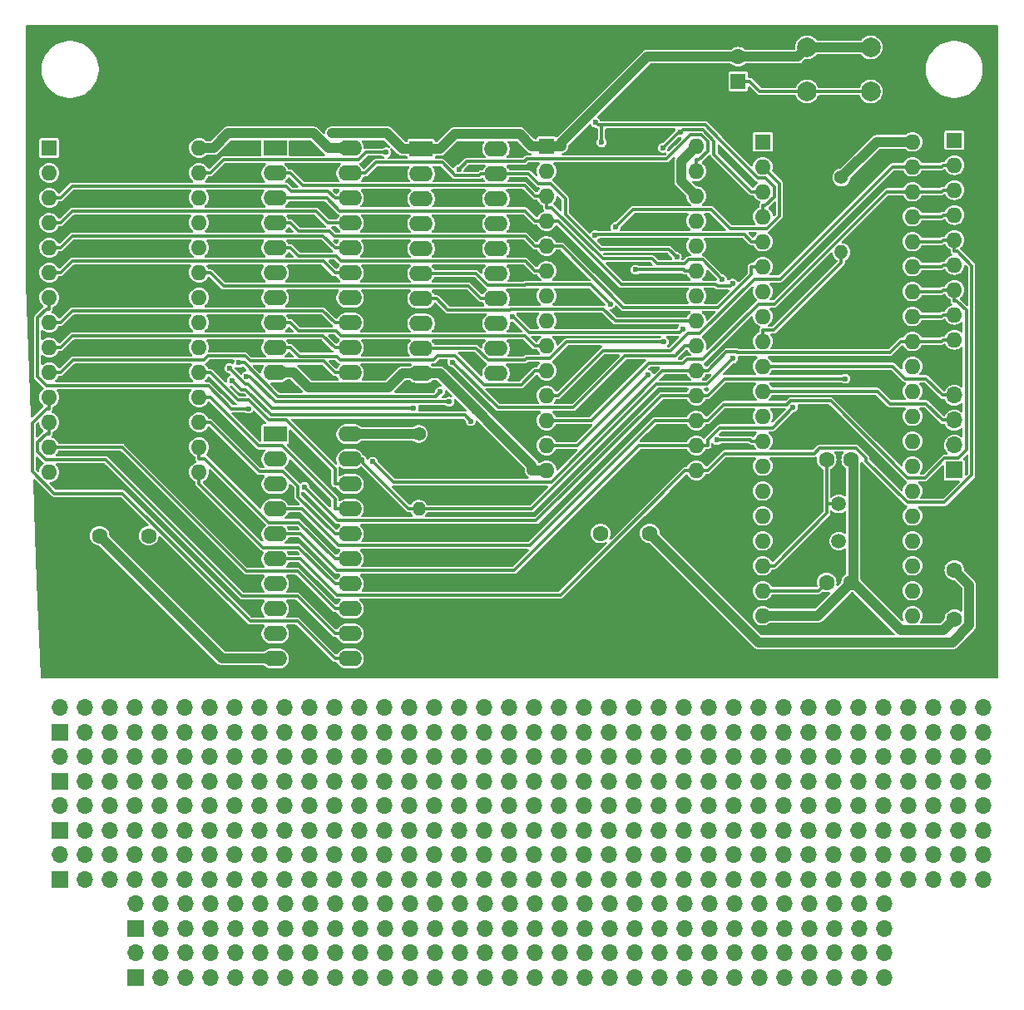
<source format=gtl>
G04 #@! TF.GenerationSoftware,KiCad,Pcbnew,8.0.4*
G04 #@! TF.CreationDate,2024-07-31T10:58:34+02:00*
G04 #@! TF.ProjectId,esim,6573696d-2e6b-4696-9361-645f70636258,rev?*
G04 #@! TF.SameCoordinates,Original*
G04 #@! TF.FileFunction,Copper,L1,Top*
G04 #@! TF.FilePolarity,Positive*
%FSLAX46Y46*%
G04 Gerber Fmt 4.6, Leading zero omitted, Abs format (unit mm)*
G04 Created by KiCad (PCBNEW 8.0.4) date 2024-07-31 10:58:34*
%MOMM*%
%LPD*%
G01*
G04 APERTURE LIST*
G04 #@! TA.AperFunction,ComponentPad*
%ADD10R,1.700000X1.700000*%
G04 #@! TD*
G04 #@! TA.AperFunction,ComponentPad*
%ADD11O,1.700000X1.700000*%
G04 #@! TD*
G04 #@! TA.AperFunction,ComponentPad*
%ADD12R,2.400000X1.600000*%
G04 #@! TD*
G04 #@! TA.AperFunction,ComponentPad*
%ADD13O,2.400000X1.600000*%
G04 #@! TD*
G04 #@! TA.AperFunction,ComponentPad*
%ADD14C,1.600000*%
G04 #@! TD*
G04 #@! TA.AperFunction,ComponentPad*
%ADD15R,1.600000X1.600000*%
G04 #@! TD*
G04 #@! TA.AperFunction,ComponentPad*
%ADD16O,1.600000X1.600000*%
G04 #@! TD*
G04 #@! TA.AperFunction,ComponentPad*
%ADD17C,1.500000*%
G04 #@! TD*
G04 #@! TA.AperFunction,ComponentPad*
%ADD18C,1.400000*%
G04 #@! TD*
G04 #@! TA.AperFunction,ComponentPad*
%ADD19O,1.400000X1.400000*%
G04 #@! TD*
G04 #@! TA.AperFunction,ComponentPad*
%ADD20C,2.000000*%
G04 #@! TD*
G04 #@! TA.AperFunction,ViaPad*
%ADD21C,0.600000*%
G04 #@! TD*
G04 #@! TA.AperFunction,ViaPad*
%ADD22C,1.000000*%
G04 #@! TD*
G04 #@! TA.AperFunction,Conductor*
%ADD23C,0.300000*%
G04 #@! TD*
G04 #@! TA.AperFunction,Conductor*
%ADD24C,1.000000*%
G04 #@! TD*
G04 APERTURE END LIST*
D10*
X21640000Y-107500000D03*
D11*
X21640000Y-104960000D03*
X24180000Y-107500000D03*
X24180000Y-104960000D03*
X26720000Y-107500000D03*
X26720000Y-104960000D03*
X29260000Y-107500000D03*
X29260000Y-104960000D03*
X31800000Y-107500000D03*
X31800000Y-104960000D03*
X34340000Y-107500000D03*
X34340000Y-104960000D03*
X36880000Y-107500000D03*
X36880000Y-104960000D03*
X39420000Y-107500000D03*
X39420000Y-104960000D03*
X41960000Y-107500000D03*
X41960000Y-104960000D03*
X44500000Y-107500000D03*
X44500000Y-104960000D03*
X47040000Y-107500000D03*
X47040000Y-104960000D03*
X49580000Y-107500000D03*
X49580000Y-104960000D03*
X52120000Y-107500000D03*
X52120000Y-104960000D03*
X54660000Y-107500000D03*
X54660000Y-104960000D03*
X57200000Y-107500000D03*
X57200000Y-104960000D03*
X59740000Y-107500000D03*
X59740000Y-104960000D03*
X62280000Y-107500000D03*
X62280000Y-104960000D03*
X64820000Y-107500000D03*
X64820000Y-104960000D03*
X67360000Y-107500000D03*
X67360000Y-104960000D03*
X69900000Y-107500000D03*
X69900000Y-104960000D03*
X72440000Y-107500000D03*
X72440000Y-104960000D03*
X74980000Y-107500000D03*
X74980000Y-104960000D03*
X77520000Y-107500000D03*
X77520000Y-104960000D03*
X80060000Y-107500000D03*
X80060000Y-104960000D03*
X82600000Y-107500000D03*
X82600000Y-104960000D03*
X85140000Y-107500000D03*
X85140000Y-104960000D03*
X87680000Y-107500000D03*
X87680000Y-104960000D03*
X90220000Y-107500000D03*
X90220000Y-104960000D03*
X92760000Y-107500000D03*
X92760000Y-104960000D03*
X95300000Y-107500000D03*
X95300000Y-104960000D03*
X97840000Y-107500000D03*
X97840000Y-104960000D03*
D10*
X21640000Y-102500000D03*
D11*
X21640000Y-99960000D03*
X24180000Y-102500000D03*
X24180000Y-99960000D03*
X26720000Y-102500000D03*
X26720000Y-99960000D03*
X29260000Y-102500000D03*
X29260000Y-99960000D03*
X31800000Y-102500000D03*
X31800000Y-99960000D03*
X34340000Y-102500000D03*
X34340000Y-99960000D03*
X36880000Y-102500000D03*
X36880000Y-99960000D03*
X39420000Y-102500000D03*
X39420000Y-99960000D03*
X41960000Y-102500000D03*
X41960000Y-99960000D03*
X44500000Y-102500000D03*
X44500000Y-99960000D03*
X47040000Y-102500000D03*
X47040000Y-99960000D03*
X49580000Y-102500000D03*
X49580000Y-99960000D03*
X52120000Y-102500000D03*
X52120000Y-99960000D03*
X54660000Y-102500000D03*
X54660000Y-99960000D03*
X57200000Y-102500000D03*
X57200000Y-99960000D03*
X59740000Y-102500000D03*
X59740000Y-99960000D03*
X62280000Y-102500000D03*
X62280000Y-99960000D03*
X64820000Y-102500000D03*
X64820000Y-99960000D03*
X67360000Y-102500000D03*
X67360000Y-99960000D03*
X69900000Y-102500000D03*
X69900000Y-99960000D03*
X72440000Y-102500000D03*
X72440000Y-99960000D03*
X74980000Y-102500000D03*
X74980000Y-99960000D03*
X77520000Y-102500000D03*
X77520000Y-99960000D03*
X80060000Y-102500000D03*
X80060000Y-99960000D03*
X82600000Y-102500000D03*
X82600000Y-99960000D03*
X85140000Y-102500000D03*
X85140000Y-99960000D03*
X87680000Y-102500000D03*
X87680000Y-99960000D03*
X90220000Y-102500000D03*
X90220000Y-99960000D03*
X92760000Y-102500000D03*
X92760000Y-99960000D03*
X95300000Y-102500000D03*
X95300000Y-99960000D03*
X97840000Y-102500000D03*
X97840000Y-99960000D03*
D10*
X14000000Y-97500000D03*
D11*
X14000000Y-94960000D03*
X16540000Y-97500000D03*
X16540000Y-94960000D03*
X19080000Y-97500000D03*
X19080000Y-94960000D03*
X21620000Y-97500000D03*
X21620000Y-94960000D03*
X24160000Y-97500000D03*
X24160000Y-94960000D03*
X26700000Y-97500000D03*
X26700000Y-94960000D03*
X29240000Y-97500000D03*
X29240000Y-94960000D03*
X31780000Y-97500000D03*
X31780000Y-94960000D03*
X34320000Y-97500000D03*
X34320000Y-94960000D03*
X36860000Y-97500000D03*
X36860000Y-94960000D03*
X39400000Y-97500000D03*
X39400000Y-94960000D03*
X41940000Y-97500000D03*
X41940000Y-94960000D03*
X44480000Y-97500000D03*
X44480000Y-94960000D03*
X47020000Y-97500000D03*
X47020000Y-94960000D03*
X49560000Y-97500000D03*
X49560000Y-94960000D03*
X52100000Y-97500000D03*
X52100000Y-94960000D03*
X54640000Y-97500000D03*
X54640000Y-94960000D03*
X57180000Y-97500000D03*
X57180000Y-94960000D03*
X59720000Y-97500000D03*
X59720000Y-94960000D03*
X62260000Y-97500000D03*
X62260000Y-94960000D03*
X64800000Y-97500000D03*
X64800000Y-94960000D03*
X67340000Y-97500000D03*
X67340000Y-94960000D03*
X69880000Y-97500000D03*
X69880000Y-94960000D03*
X72420000Y-97500000D03*
X72420000Y-94960000D03*
X74960000Y-97500000D03*
X74960000Y-94960000D03*
X77500000Y-97500000D03*
X77500000Y-94960000D03*
X80040000Y-97500000D03*
X80040000Y-94960000D03*
X82580000Y-97500000D03*
X82580000Y-94960000D03*
X85120000Y-97500000D03*
X85120000Y-94960000D03*
X87660000Y-97500000D03*
X87660000Y-94960000D03*
X90200000Y-97500000D03*
X90200000Y-94960000D03*
X92740000Y-97500000D03*
X92740000Y-94960000D03*
X95280000Y-97500000D03*
X95280000Y-94960000D03*
X97820000Y-97500000D03*
X97820000Y-94960000D03*
X100360000Y-97500000D03*
X100360000Y-94960000D03*
X102900000Y-97500000D03*
X102900000Y-94960000D03*
X105440000Y-97500000D03*
X105440000Y-94960000D03*
X107980000Y-97500000D03*
X107980000Y-94960000D03*
D10*
X14000000Y-92500000D03*
D11*
X14000000Y-89960000D03*
X16540000Y-92500000D03*
X16540000Y-89960000D03*
X19080000Y-92500000D03*
X19080000Y-89960000D03*
X21620000Y-92500000D03*
X21620000Y-89960000D03*
X24160000Y-92500000D03*
X24160000Y-89960000D03*
X26700000Y-92500000D03*
X26700000Y-89960000D03*
X29240000Y-92500000D03*
X29240000Y-89960000D03*
X31780000Y-92500000D03*
X31780000Y-89960000D03*
X34320000Y-92500000D03*
X34320000Y-89960000D03*
X36860000Y-92500000D03*
X36860000Y-89960000D03*
X39400000Y-92500000D03*
X39400000Y-89960000D03*
X41940000Y-92500000D03*
X41940000Y-89960000D03*
X44480000Y-92500000D03*
X44480000Y-89960000D03*
X47020000Y-92500000D03*
X47020000Y-89960000D03*
X49560000Y-92500000D03*
X49560000Y-89960000D03*
X52100000Y-92500000D03*
X52100000Y-89960000D03*
X54640000Y-92500000D03*
X54640000Y-89960000D03*
X57180000Y-92500000D03*
X57180000Y-89960000D03*
X59720000Y-92500000D03*
X59720000Y-89960000D03*
X62260000Y-92500000D03*
X62260000Y-89960000D03*
X64800000Y-92500000D03*
X64800000Y-89960000D03*
X67340000Y-92500000D03*
X67340000Y-89960000D03*
X69880000Y-92500000D03*
X69880000Y-89960000D03*
X72420000Y-92500000D03*
X72420000Y-89960000D03*
X74960000Y-92500000D03*
X74960000Y-89960000D03*
X77500000Y-92500000D03*
X77500000Y-89960000D03*
X80040000Y-92500000D03*
X80040000Y-89960000D03*
X82580000Y-92500000D03*
X82580000Y-89960000D03*
X85120000Y-92500000D03*
X85120000Y-89960000D03*
X87660000Y-92500000D03*
X87660000Y-89960000D03*
X90200000Y-92500000D03*
X90200000Y-89960000D03*
X92740000Y-92500000D03*
X92740000Y-89960000D03*
X95280000Y-92500000D03*
X95280000Y-89960000D03*
X97820000Y-92500000D03*
X97820000Y-89960000D03*
X100360000Y-92500000D03*
X100360000Y-89960000D03*
X102900000Y-92500000D03*
X102900000Y-89960000D03*
X105440000Y-92500000D03*
X105440000Y-89960000D03*
X107980000Y-92500000D03*
X107980000Y-89960000D03*
D10*
X14000000Y-87500000D03*
D11*
X14000000Y-84960000D03*
X16540000Y-87500000D03*
X16540000Y-84960000D03*
X19080000Y-87500000D03*
X19080000Y-84960000D03*
X21620000Y-87500000D03*
X21620000Y-84960000D03*
X24160000Y-87500000D03*
X24160000Y-84960000D03*
X26700000Y-87500000D03*
X26700000Y-84960000D03*
X29240000Y-87500000D03*
X29240000Y-84960000D03*
X31780000Y-87500000D03*
X31780000Y-84960000D03*
X34320000Y-87500000D03*
X34320000Y-84960000D03*
X36860000Y-87500000D03*
X36860000Y-84960000D03*
X39400000Y-87500000D03*
X39400000Y-84960000D03*
X41940000Y-87500000D03*
X41940000Y-84960000D03*
X44480000Y-87500000D03*
X44480000Y-84960000D03*
X47020000Y-87500000D03*
X47020000Y-84960000D03*
X49560000Y-87500000D03*
X49560000Y-84960000D03*
X52100000Y-87500000D03*
X52100000Y-84960000D03*
X54640000Y-87500000D03*
X54640000Y-84960000D03*
X57180000Y-87500000D03*
X57180000Y-84960000D03*
X59720000Y-87500000D03*
X59720000Y-84960000D03*
X62260000Y-87500000D03*
X62260000Y-84960000D03*
X64800000Y-87500000D03*
X64800000Y-84960000D03*
X67340000Y-87500000D03*
X67340000Y-84960000D03*
X69880000Y-87500000D03*
X69880000Y-84960000D03*
X72420000Y-87500000D03*
X72420000Y-84960000D03*
X74960000Y-87500000D03*
X74960000Y-84960000D03*
X77500000Y-87500000D03*
X77500000Y-84960000D03*
X80040000Y-87500000D03*
X80040000Y-84960000D03*
X82580000Y-87500000D03*
X82580000Y-84960000D03*
X85120000Y-87500000D03*
X85120000Y-84960000D03*
X87660000Y-87500000D03*
X87660000Y-84960000D03*
X90200000Y-87500000D03*
X90200000Y-84960000D03*
X92740000Y-87500000D03*
X92740000Y-84960000D03*
X95280000Y-87500000D03*
X95280000Y-84960000D03*
X97820000Y-87500000D03*
X97820000Y-84960000D03*
X100360000Y-87500000D03*
X100360000Y-84960000D03*
X102900000Y-87500000D03*
X102900000Y-84960000D03*
X105440000Y-87500000D03*
X105440000Y-84960000D03*
X107980000Y-87500000D03*
X107980000Y-84960000D03*
D10*
X14000000Y-82500000D03*
D11*
X14000000Y-79960000D03*
X16540000Y-82500000D03*
X16540000Y-79960000D03*
X19080000Y-82500000D03*
X19080000Y-79960000D03*
X21620000Y-82500000D03*
X21620000Y-79960000D03*
X24160000Y-82500000D03*
X24160000Y-79960000D03*
X26700000Y-82500000D03*
X26700000Y-79960000D03*
X29240000Y-82500000D03*
X29240000Y-79960000D03*
X31780000Y-82500000D03*
X31780000Y-79960000D03*
X34320000Y-82500000D03*
X34320000Y-79960000D03*
X36860000Y-82500000D03*
X36860000Y-79960000D03*
X39400000Y-82500000D03*
X39400000Y-79960000D03*
X41940000Y-82500000D03*
X41940000Y-79960000D03*
X44480000Y-82500000D03*
X44480000Y-79960000D03*
X47020000Y-82500000D03*
X47020000Y-79960000D03*
X49560000Y-82500000D03*
X49560000Y-79960000D03*
X52100000Y-82500000D03*
X52100000Y-79960000D03*
X54640000Y-82500000D03*
X54640000Y-79960000D03*
X57180000Y-82500000D03*
X57180000Y-79960000D03*
X59720000Y-82500000D03*
X59720000Y-79960000D03*
X62260000Y-82500000D03*
X62260000Y-79960000D03*
X64800000Y-82500000D03*
X64800000Y-79960000D03*
X67340000Y-82500000D03*
X67340000Y-79960000D03*
X69880000Y-82500000D03*
X69880000Y-79960000D03*
X72420000Y-82500000D03*
X72420000Y-79960000D03*
X74960000Y-82500000D03*
X74960000Y-79960000D03*
X77500000Y-82500000D03*
X77500000Y-79960000D03*
X80040000Y-82500000D03*
X80040000Y-79960000D03*
X82580000Y-82500000D03*
X82580000Y-79960000D03*
X85120000Y-82500000D03*
X85120000Y-79960000D03*
X87660000Y-82500000D03*
X87660000Y-79960000D03*
X90200000Y-82500000D03*
X90200000Y-79960000D03*
X92740000Y-82500000D03*
X92740000Y-79960000D03*
X95280000Y-82500000D03*
X95280000Y-79960000D03*
X97820000Y-82500000D03*
X97820000Y-79960000D03*
X100360000Y-82500000D03*
X100360000Y-79960000D03*
X102900000Y-82500000D03*
X102900000Y-79960000D03*
X105440000Y-82500000D03*
X105440000Y-79960000D03*
X107980000Y-82500000D03*
X107980000Y-79960000D03*
D12*
X35880000Y-23020000D03*
D13*
X35880000Y-25560000D03*
X35880000Y-28100000D03*
X35880000Y-30640000D03*
X35880000Y-33180000D03*
X35880000Y-35720000D03*
X35880000Y-38260000D03*
X35880000Y-40800000D03*
X35880000Y-43340000D03*
X35880000Y-45880000D03*
X43500000Y-45880000D03*
X43500000Y-43340000D03*
X43500000Y-40800000D03*
X43500000Y-38260000D03*
X43500000Y-35720000D03*
X43500000Y-33180000D03*
X43500000Y-30640000D03*
X43500000Y-28100000D03*
X43500000Y-25560000D03*
X43500000Y-23020000D03*
D14*
X69000000Y-62250000D03*
X74000000Y-62250000D03*
X92000000Y-67250000D03*
X94500000Y-67250000D03*
D12*
X35880000Y-52140000D03*
D13*
X35880000Y-54680000D03*
X35880000Y-57220000D03*
X35880000Y-59760000D03*
X35880000Y-62300000D03*
X35880000Y-64840000D03*
X35880000Y-67380000D03*
X35880000Y-69920000D03*
X35880000Y-72460000D03*
X35880000Y-75000000D03*
X43500000Y-75000000D03*
X43500000Y-72460000D03*
X43500000Y-69920000D03*
X43500000Y-67380000D03*
X43500000Y-64840000D03*
X43500000Y-62300000D03*
X43500000Y-59760000D03*
X43500000Y-57220000D03*
X43500000Y-54680000D03*
X43500000Y-52140000D03*
D10*
X105000000Y-55800000D03*
D11*
X105000000Y-53260000D03*
X105000000Y-50720000D03*
X105000000Y-48180000D03*
D15*
X105000000Y-22210000D03*
D16*
X105000000Y-24750000D03*
X105000000Y-27290000D03*
X105000000Y-29830000D03*
X105000000Y-32370000D03*
X105000000Y-34910000D03*
X105000000Y-37450000D03*
X105000000Y-39990000D03*
X105000000Y-42530000D03*
D17*
X93240000Y-63050000D03*
X93240000Y-59250000D03*
D15*
X63500000Y-22830000D03*
D16*
X63500000Y-25370000D03*
X63500000Y-27910000D03*
X63500000Y-30450000D03*
X63500000Y-32990000D03*
X63500000Y-35530000D03*
X63500000Y-38070000D03*
X63500000Y-40610000D03*
X63500000Y-43150000D03*
X63500000Y-45690000D03*
X63500000Y-48230000D03*
X63500000Y-50770000D03*
X63500000Y-53310000D03*
X63500000Y-55850000D03*
X78740000Y-55850000D03*
X78740000Y-53310000D03*
X78740000Y-50770000D03*
X78740000Y-48230000D03*
X78740000Y-45690000D03*
X78740000Y-43150000D03*
X78740000Y-40610000D03*
X78740000Y-38070000D03*
X78740000Y-35530000D03*
X78740000Y-32990000D03*
X78740000Y-30450000D03*
X78740000Y-27910000D03*
X78740000Y-25370000D03*
X78740000Y-22830000D03*
D18*
X50500000Y-52130000D03*
D19*
X50500000Y-59750000D03*
D20*
X90000000Y-12750000D03*
X96500000Y-12750000D03*
X90000000Y-17250000D03*
X96500000Y-17250000D03*
D14*
X105000000Y-71000000D03*
X105000000Y-66000000D03*
D12*
X50740000Y-23090000D03*
D13*
X50740000Y-25630000D03*
X50740000Y-28170000D03*
X50740000Y-30710000D03*
X50740000Y-33250000D03*
X50740000Y-35790000D03*
X50740000Y-38330000D03*
X50740000Y-40870000D03*
X50740000Y-43410000D03*
X50740000Y-45950000D03*
X58360000Y-45950000D03*
X58360000Y-43410000D03*
X58360000Y-40870000D03*
X58360000Y-38330000D03*
X58360000Y-35790000D03*
X58360000Y-33250000D03*
X58360000Y-30710000D03*
X58360000Y-28170000D03*
X58360000Y-25630000D03*
X58360000Y-23090000D03*
D15*
X83000000Y-16205100D03*
D14*
X83000000Y-13705100D03*
D15*
X85500000Y-22370000D03*
D16*
X85500000Y-24910000D03*
X85500000Y-27450000D03*
X85500000Y-29990000D03*
X85500000Y-32530000D03*
X85500000Y-35070000D03*
X85500000Y-37610000D03*
X85500000Y-40150000D03*
X85500000Y-42690000D03*
X85500000Y-45230000D03*
X85500000Y-47770000D03*
X85500000Y-50310000D03*
X85500000Y-52850000D03*
X85500000Y-55390000D03*
X85500000Y-57930000D03*
X85500000Y-60470000D03*
X85500000Y-63010000D03*
X85500000Y-65550000D03*
X85500000Y-68090000D03*
X85500000Y-70630000D03*
X100740000Y-70630000D03*
X100740000Y-68090000D03*
X100740000Y-65550000D03*
X100740000Y-63010000D03*
X100740000Y-60470000D03*
X100740000Y-57930000D03*
X100740000Y-55390000D03*
X100740000Y-52850000D03*
X100740000Y-50310000D03*
X100740000Y-47770000D03*
X100740000Y-45230000D03*
X100740000Y-42690000D03*
X100740000Y-40150000D03*
X100740000Y-37610000D03*
X100740000Y-35070000D03*
X100740000Y-32530000D03*
X100740000Y-29990000D03*
X100740000Y-27450000D03*
X100740000Y-24910000D03*
X100740000Y-22370000D03*
D15*
X12875000Y-23000000D03*
D16*
X12875000Y-25540000D03*
X12875000Y-28080000D03*
X12875000Y-30620000D03*
X12875000Y-33160000D03*
X12875000Y-35700000D03*
X12875000Y-38240000D03*
X12875000Y-40780000D03*
X12875000Y-43320000D03*
X12875000Y-45860000D03*
X12875000Y-48400000D03*
X12875000Y-50940000D03*
X12875000Y-53480000D03*
X12875000Y-56020000D03*
X28115000Y-56020000D03*
X28115000Y-53480000D03*
X28115000Y-50940000D03*
X28115000Y-48400000D03*
X28115000Y-45860000D03*
X28115000Y-43320000D03*
X28115000Y-40780000D03*
X28115000Y-38240000D03*
X28115000Y-35700000D03*
X28115000Y-33160000D03*
X28115000Y-30620000D03*
X28115000Y-28080000D03*
X28115000Y-25540000D03*
X28115000Y-23000000D03*
D14*
X92000000Y-54750000D03*
X94500000Y-54750000D03*
X18000000Y-62500000D03*
X23000000Y-62500000D03*
D18*
X93500000Y-26000000D03*
D19*
X93500000Y-33620000D03*
D21*
X32191800Y-44883800D03*
X52673600Y-47827600D03*
X33155700Y-49551400D03*
X47175200Y-23447600D03*
X32965700Y-46257400D03*
X53589000Y-48850500D03*
X31210800Y-45424600D03*
X49979500Y-49531400D03*
X31474300Y-46679300D03*
X55785400Y-50815900D03*
X77154000Y-21403500D03*
X75321400Y-23001700D03*
X76747300Y-34124000D03*
X69095100Y-22428500D03*
X68485800Y-20413800D03*
X75413300Y-42743100D03*
X81386900Y-36390000D03*
X59990600Y-40215100D03*
X77380600Y-41435300D03*
X54571700Y-25162800D03*
X80840500Y-52730900D03*
X72561100Y-35397900D03*
X69988000Y-38883900D03*
D22*
X41664500Y-21512600D03*
D21*
X70510400Y-31049100D03*
X82456900Y-36829500D03*
X53936400Y-44818200D03*
X68443400Y-31880100D03*
X82461100Y-44440000D03*
X73824900Y-46133200D03*
X45818100Y-54960400D03*
X93892400Y-46496800D03*
X38838100Y-57525600D03*
X88594200Y-49415300D03*
D23*
X15199700Y-29447000D02*
X14026700Y-30620000D01*
X40047900Y-29447000D02*
X15199700Y-29447000D01*
X41240900Y-30640000D02*
X40047900Y-29447000D01*
X43500000Y-30640000D02*
X41240900Y-30640000D01*
X12875000Y-30620000D02*
X14026700Y-30620000D01*
X52200500Y-48300700D02*
X52673600Y-47827600D01*
X36146400Y-48300700D02*
X52200500Y-48300700D01*
X32729500Y-44883800D02*
X36146400Y-48300700D01*
X32191800Y-44883800D02*
X32729500Y-44883800D01*
X28115000Y-45860000D02*
X29266700Y-45860000D01*
X41948300Y-55668300D02*
X41948300Y-57220000D01*
X36994100Y-50714100D02*
X41948300Y-55668300D01*
X35240000Y-50714100D02*
X36994100Y-50714100D01*
X33190200Y-48664300D02*
X35240000Y-50714100D01*
X32071000Y-48664300D02*
X33190200Y-48664300D01*
X29266700Y-45860000D02*
X32071000Y-48664300D01*
X43500000Y-57220000D02*
X41948300Y-57220000D01*
X40750000Y-39601700D02*
X41948300Y-40800000D01*
X15205000Y-39601700D02*
X40750000Y-39601700D01*
X14026700Y-40780000D02*
X15205000Y-39601700D01*
X12875000Y-40780000D02*
X14026700Y-40780000D01*
X43500000Y-40800000D02*
X41948300Y-40800000D01*
X41245900Y-27397600D02*
X41948300Y-28100000D01*
X37497500Y-27397600D02*
X41245900Y-27397600D01*
X36975200Y-26875300D02*
X37497500Y-27397600D01*
X15231400Y-26875300D02*
X36975200Y-26875300D01*
X14026700Y-28080000D02*
X15231400Y-26875300D01*
X12875000Y-28080000D02*
X14026700Y-28080000D01*
X43500000Y-28100000D02*
X41948300Y-28100000D01*
X12875000Y-50940000D02*
X12875000Y-52091700D01*
X43500000Y-72460000D02*
X41948300Y-72460000D01*
X12587100Y-52091700D02*
X12875000Y-52091700D01*
X11705500Y-52973300D02*
X12587100Y-52091700D01*
X11705500Y-53945600D02*
X11705500Y-52973300D01*
X12509900Y-54750000D02*
X11705500Y-53945600D01*
X18627100Y-54750000D02*
X12509900Y-54750000D01*
X32527100Y-68650000D02*
X18627100Y-54750000D01*
X38138300Y-68650000D02*
X32527100Y-68650000D01*
X41948300Y-72460000D02*
X38138300Y-68650000D01*
X28115000Y-50940000D02*
X29266700Y-50940000D01*
X43500000Y-62300000D02*
X41948300Y-62300000D01*
X38186400Y-58538100D02*
X41948300Y-62300000D01*
X38186400Y-57461100D02*
X38186400Y-58538100D01*
X36675300Y-55950000D02*
X38186400Y-57461100D01*
X34276700Y-55950000D02*
X36675300Y-55950000D01*
X29266700Y-50940000D02*
X34276700Y-55950000D01*
X38256600Y-61148300D02*
X41948300Y-64840000D01*
X35231300Y-61148300D02*
X38256600Y-61148300D01*
X28714700Y-54631700D02*
X35231300Y-61148300D01*
X28115000Y-54631700D02*
X28714700Y-54631700D01*
X28115000Y-53480000D02*
X28115000Y-54631700D01*
X43500000Y-64840000D02*
X41948300Y-64840000D01*
X12875000Y-38240000D02*
X12875000Y-39391700D01*
X31434600Y-49551400D02*
X33155700Y-49551400D01*
X29086400Y-47203200D02*
X31434600Y-49551400D01*
X12576400Y-47203200D02*
X29086400Y-47203200D01*
X11696300Y-46323100D02*
X12576400Y-47203200D01*
X11696300Y-40282500D02*
X11696300Y-46323100D01*
X12587100Y-39391700D02*
X11696300Y-40282500D01*
X12875000Y-39391700D02*
X12587100Y-39391700D01*
X38138300Y-71190000D02*
X41948300Y-75000000D01*
X33340300Y-71190000D02*
X38138300Y-71190000D01*
X20331600Y-58181300D02*
X33340300Y-71190000D01*
X13393400Y-58181300D02*
X20331600Y-58181300D01*
X11152200Y-55940100D02*
X13393400Y-58181300D01*
X11152200Y-50986600D02*
X11152200Y-55940100D01*
X12587100Y-49551700D02*
X11152200Y-50986600D01*
X12875000Y-49551700D02*
X12587100Y-49551700D01*
X12875000Y-48400000D02*
X12875000Y-49551700D01*
X43500000Y-75000000D02*
X41948300Y-75000000D01*
X34216700Y-53350000D02*
X29266700Y-48400000D01*
X36589400Y-53350000D02*
X34216700Y-53350000D01*
X41948300Y-58708900D02*
X36589400Y-53350000D01*
X41948300Y-59760000D02*
X41948300Y-58708900D01*
X43500000Y-59760000D02*
X41948300Y-59760000D01*
X28115000Y-48400000D02*
X29266700Y-48400000D01*
X43500000Y-69920000D02*
X41948300Y-69920000D01*
X38139800Y-66111500D02*
X41948300Y-69920000D01*
X32938700Y-66111500D02*
X38139800Y-66111500D01*
X20307200Y-53480000D02*
X32938700Y-66111500D01*
X12875000Y-53480000D02*
X20307200Y-53480000D01*
X12875000Y-43320000D02*
X14026700Y-43320000D01*
X43500000Y-43340000D02*
X41948300Y-43340000D01*
X40742200Y-42133900D02*
X41948300Y-43340000D01*
X15212800Y-42133900D02*
X40742200Y-42133900D01*
X14026700Y-43320000D02*
X15212800Y-42133900D01*
X30632900Y-24173800D02*
X29266700Y-25540000D01*
X44375000Y-24173800D02*
X30632900Y-24173800D01*
X45101200Y-23447600D02*
X44375000Y-24173800D01*
X47175200Y-23447600D02*
X45101200Y-23447600D01*
X28115000Y-25540000D02*
X29266700Y-25540000D01*
X33266000Y-46257400D02*
X32965700Y-46257400D01*
X35859100Y-48850500D02*
X33266000Y-46257400D01*
X53589000Y-48850500D02*
X35859100Y-48850500D01*
X43500000Y-45880000D02*
X41948300Y-45880000D01*
X12875000Y-45860000D02*
X14026700Y-45860000D01*
X15296700Y-44590000D02*
X14026700Y-45860000D01*
X28636600Y-44590000D02*
X15296700Y-44590000D01*
X29042600Y-44184000D02*
X28636600Y-44590000D01*
X32814200Y-44184000D02*
X29042600Y-44184000D01*
X33348100Y-44717900D02*
X32814200Y-44184000D01*
X40786200Y-44717900D02*
X33348100Y-44717900D01*
X41948300Y-45880000D02*
X40786200Y-44717900D01*
X12875000Y-33160000D02*
X14026700Y-33160000D01*
X43500000Y-33180000D02*
X41948300Y-33180000D01*
X40733300Y-31965000D02*
X41948300Y-33180000D01*
X15221700Y-31965000D02*
X40733300Y-31965000D01*
X14026700Y-33160000D02*
X15221700Y-31965000D01*
X12875000Y-35700000D02*
X14026700Y-35700000D01*
X43500000Y-35720000D02*
X41948300Y-35720000D01*
X40760700Y-34532400D02*
X41948300Y-35720000D01*
X15194300Y-34532400D02*
X40760700Y-34532400D01*
X14026700Y-35700000D02*
X15194300Y-34532400D01*
X35588200Y-49531400D02*
X49979500Y-49531400D01*
X33138200Y-47081400D02*
X35588200Y-49531400D01*
X32867600Y-47081400D02*
X33138200Y-47081400D01*
X31210800Y-45424600D02*
X32867600Y-47081400D01*
X38256600Y-63688300D02*
X41948300Y-67380000D01*
X34631600Y-63688300D02*
X38256600Y-63688300D01*
X28115000Y-57171700D02*
X34631600Y-63688300D01*
X28115000Y-56020000D02*
X28115000Y-57171700D01*
X43500000Y-67380000D02*
X41948300Y-67380000D01*
X55538200Y-37059900D02*
X56808300Y-38330000D01*
X30626600Y-37059900D02*
X55538200Y-37059900D01*
X29266700Y-35700000D02*
X30626600Y-37059900D01*
X28115000Y-35700000D02*
X29266700Y-35700000D01*
X58360000Y-38330000D02*
X56808300Y-38330000D01*
X55181900Y-50212400D02*
X55785400Y-50815900D01*
X35478300Y-50212400D02*
X55181900Y-50212400D01*
X32864100Y-47598200D02*
X35478300Y-50212400D01*
X32393200Y-47598200D02*
X32864100Y-47598200D01*
X31474300Y-46679300D02*
X32393200Y-47598200D01*
X85500000Y-65550000D02*
X86651700Y-65550000D01*
X92000000Y-59250000D02*
X93240000Y-59250000D01*
X92000000Y-60201700D02*
X92000000Y-59250000D01*
X86651700Y-65550000D02*
X92000000Y-60201700D01*
X92000000Y-59250000D02*
X92000000Y-54750000D01*
X91160000Y-68090000D02*
X92000000Y-67250000D01*
X85500000Y-68090000D02*
X91160000Y-68090000D01*
X85500000Y-27450000D02*
X84348300Y-27450000D01*
X77404800Y-21152700D02*
X77154000Y-21403500D01*
X79413400Y-21152700D02*
X77404800Y-21152700D01*
X80542500Y-22281800D02*
X79413400Y-21152700D01*
X80542500Y-23644200D02*
X80542500Y-22281800D01*
X84348300Y-27450000D02*
X80542500Y-23644200D01*
X76919600Y-21403500D02*
X75321400Y-23001700D01*
X77154000Y-21403500D02*
X76919600Y-21403500D01*
X43500000Y-25560000D02*
X45051700Y-25560000D01*
X57584200Y-25630000D02*
X56808300Y-25630000D01*
X56623800Y-25814500D02*
X56808300Y-25630000D01*
X54218000Y-25814500D02*
X56623800Y-25814500D01*
X52879100Y-24475600D02*
X54218000Y-25814500D01*
X46136100Y-24475600D02*
X52879100Y-24475600D01*
X45051700Y-25560000D02*
X46136100Y-24475600D01*
X57584200Y-25630000D02*
X58360000Y-25630000D01*
X61651300Y-25630000D02*
X58360000Y-25630000D01*
X62661300Y-26640000D02*
X61651300Y-25630000D01*
X63900700Y-26640000D02*
X62661300Y-26640000D01*
X65398700Y-28138000D02*
X63900700Y-26640000D01*
X65398700Y-29759400D02*
X65398700Y-28138000D01*
X68975000Y-33335700D02*
X65398700Y-29759400D01*
X75959000Y-33335700D02*
X68975000Y-33335700D01*
X76747300Y-34124000D02*
X75959000Y-33335700D01*
X102118300Y-49040000D02*
X103798300Y-50720000D01*
X98439200Y-49040000D02*
X102118300Y-49040000D01*
X97169200Y-47770000D02*
X98439200Y-49040000D01*
X85500000Y-47770000D02*
X97169200Y-47770000D01*
X105000000Y-50720000D02*
X103798300Y-50720000D01*
X85500000Y-29990000D02*
X85500000Y-28838300D01*
X69095100Y-20651000D02*
X69095100Y-22428500D01*
X79662200Y-20651000D02*
X69095100Y-20651000D01*
X81044200Y-22033000D02*
X79662200Y-20651000D01*
X81044200Y-22110600D02*
X81044200Y-22033000D01*
X84997300Y-26063700D02*
X81044200Y-22110600D01*
X85767500Y-26063700D02*
X84997300Y-26063700D01*
X86652600Y-26948800D02*
X85767500Y-26063700D01*
X86652600Y-27973600D02*
X86652600Y-26948800D01*
X85787900Y-28838300D02*
X86652600Y-27973600D01*
X85500000Y-28838300D02*
X85787900Y-28838300D01*
X68723000Y-20651000D02*
X68485800Y-20413800D01*
X69095100Y-20651000D02*
X68723000Y-20651000D01*
X56331200Y-43410000D02*
X50740000Y-43410000D01*
X57526100Y-44604900D02*
X56331200Y-43410000D01*
X61284500Y-44604900D02*
X57526100Y-44604900D01*
X61459400Y-44430000D02*
X61284500Y-44604900D01*
X63848800Y-44430000D02*
X61459400Y-44430000D01*
X65535700Y-42743100D02*
X63848800Y-44430000D01*
X75413300Y-42743100D02*
X65535700Y-42743100D01*
X35880000Y-25560000D02*
X37431700Y-25560000D01*
X63500000Y-27910000D02*
X62348300Y-27910000D01*
X63500000Y-27910000D02*
X63500000Y-29061700D01*
X79375200Y-34378300D02*
X81386900Y-36390000D01*
X77981300Y-34378300D02*
X79375200Y-34378300D01*
X77583900Y-34775700D02*
X77981300Y-34378300D01*
X74722100Y-34775700D02*
X77583900Y-34775700D01*
X74232700Y-34286300D02*
X74722100Y-34775700D01*
X69214100Y-34286300D02*
X74232700Y-34286300D01*
X63989500Y-29061700D02*
X69214100Y-34286300D01*
X63500000Y-29061700D02*
X63989500Y-29061700D01*
X61268500Y-26830200D02*
X62348300Y-27910000D01*
X38701900Y-26830200D02*
X61268500Y-26830200D01*
X37431700Y-25560000D02*
X38701900Y-26830200D01*
X53443400Y-39481700D02*
X52291700Y-38330000D01*
X59804600Y-39481700D02*
X53443400Y-39481700D01*
X59876200Y-39410100D02*
X59804600Y-39481700D01*
X69288100Y-39410100D02*
X59876200Y-39410100D01*
X70488000Y-40610000D02*
X69288100Y-39410100D01*
X78740000Y-40610000D02*
X70488000Y-40610000D01*
X50740000Y-38330000D02*
X52291700Y-38330000D01*
X77047100Y-41768800D02*
X77380600Y-41435300D01*
X61674500Y-41768800D02*
X77047100Y-41768800D01*
X60120800Y-40215100D02*
X61674500Y-41768800D01*
X59990600Y-40215100D02*
X60120800Y-40215100D01*
X78740000Y-25370000D02*
X78740000Y-24218300D01*
X84229200Y-52730900D02*
X80840500Y-52730900D01*
X84348300Y-52850000D02*
X84229200Y-52730900D01*
X85500000Y-52850000D02*
X84348300Y-52850000D01*
X55374500Y-24360000D02*
X54571700Y-25162800D01*
X61250200Y-24360000D02*
X55374500Y-24360000D01*
X61500200Y-24110000D02*
X61250200Y-24360000D01*
X75706300Y-24110000D02*
X61500200Y-24110000D01*
X78149200Y-21667100D02*
X75706300Y-24110000D01*
X79211100Y-21667100D02*
X78149200Y-21667100D01*
X79904800Y-22360800D02*
X79211100Y-21667100D01*
X79904800Y-23341400D02*
X79904800Y-22360800D01*
X79027900Y-24218300D02*
X79904800Y-23341400D01*
X78740000Y-24218300D02*
X79027900Y-24218300D01*
X63500000Y-45690000D02*
X62348300Y-45690000D01*
X35880000Y-43340000D02*
X37431700Y-43340000D01*
X38307900Y-44216200D02*
X37431700Y-43340000D01*
X42117100Y-44216200D02*
X38307900Y-44216200D01*
X42491600Y-44590700D02*
X42117100Y-44216200D01*
X52006300Y-44590700D02*
X42491600Y-44590700D01*
X52430500Y-44166500D02*
X52006300Y-44590700D01*
X54206300Y-44166500D02*
X52430500Y-44166500D01*
X57158400Y-47118600D02*
X54206300Y-44166500D01*
X60919700Y-47118600D02*
X57158400Y-47118600D01*
X62348300Y-45690000D02*
X60919700Y-47118600D01*
X78740000Y-35530000D02*
X77588300Y-35530000D01*
X77456200Y-35397900D02*
X72561100Y-35397900D01*
X77588300Y-35530000D02*
X77456200Y-35397900D01*
X56331200Y-35790000D02*
X50740000Y-35790000D01*
X57517100Y-36975900D02*
X56331200Y-35790000D01*
X61290700Y-36975900D02*
X57517100Y-36975900D01*
X61348300Y-36918300D02*
X61290700Y-36975900D01*
X68022400Y-36918300D02*
X61348300Y-36918300D01*
X69988000Y-38883900D02*
X68022400Y-36918300D01*
D24*
X96500000Y-12750000D02*
X90000000Y-12750000D01*
X30500000Y-75000000D02*
X35880000Y-75000000D01*
X18000000Y-62500000D02*
X30500000Y-75000000D01*
X50740000Y-45950000D02*
X48838300Y-45950000D01*
X35880000Y-45880000D02*
X37781700Y-45880000D01*
X60756500Y-21588200D02*
X61998300Y-22830000D01*
X54143500Y-21588200D02*
X60756500Y-21588200D01*
X52641700Y-23090000D02*
X54143500Y-21588200D01*
X50740000Y-23090000D02*
X52641700Y-23090000D01*
X63500000Y-22830000D02*
X61998300Y-22830000D01*
X89044900Y-13705100D02*
X83000000Y-13705100D01*
X90000000Y-12750000D02*
X89044900Y-13705100D01*
X63500000Y-22830000D02*
X65001700Y-22830000D01*
X91120000Y-70630000D02*
X94500000Y-67250000D01*
X85500000Y-70630000D02*
X91120000Y-70630000D01*
X94704200Y-54954200D02*
X94500000Y-54750000D01*
X94704200Y-67250000D02*
X94704200Y-54954200D01*
X94500000Y-67250000D02*
X94704200Y-67250000D01*
X103858800Y-72141200D02*
X105000000Y-71000000D01*
X99595400Y-72141200D02*
X103858800Y-72141200D01*
X94704200Y-67250000D02*
X99595400Y-72141200D01*
X47260900Y-21512600D02*
X41664500Y-21512600D01*
X48838300Y-23090000D02*
X47260900Y-21512600D01*
X50740000Y-23090000D02*
X48838300Y-23090000D01*
X61998300Y-55306600D02*
X52641700Y-45950000D01*
X61998300Y-55850000D02*
X61998300Y-55306600D01*
X63500000Y-55850000D02*
X61998300Y-55850000D01*
X50740000Y-45950000D02*
X52641700Y-45950000D01*
X65001700Y-22434600D02*
X65001700Y-22830000D01*
X73731200Y-13705100D02*
X65001700Y-22434600D01*
X83000000Y-13705100D02*
X73731200Y-13705100D01*
X39302600Y-47400900D02*
X37781700Y-45880000D01*
X47387400Y-47400900D02*
X39302600Y-47400900D01*
X48838300Y-45950000D02*
X47387400Y-47400900D01*
D23*
X85500000Y-35070000D02*
X84348300Y-35070000D01*
X65067100Y-32990000D02*
X63500000Y-32990000D01*
X71316500Y-39239400D02*
X65067100Y-32990000D01*
X80968600Y-39239400D02*
X71316500Y-39239400D01*
X84348300Y-35859700D02*
X80968600Y-39239400D01*
X84348300Y-35070000D02*
X84348300Y-35859700D01*
X38255000Y-31463300D02*
X37431700Y-30640000D01*
X41356800Y-31463300D02*
X38255000Y-31463300D01*
X41874900Y-31981400D02*
X41356800Y-31463300D01*
X61339700Y-31981400D02*
X41874900Y-31981400D01*
X62348300Y-32990000D02*
X61339700Y-31981400D01*
X63500000Y-32990000D02*
X62348300Y-32990000D01*
X35880000Y-30640000D02*
X37431700Y-30640000D01*
X63500000Y-43150000D02*
X62348300Y-43150000D01*
X35880000Y-40800000D02*
X37431700Y-40800000D01*
X72262700Y-29296800D02*
X70510400Y-31049100D01*
X80282900Y-29296800D02*
X72262700Y-29296800D01*
X82177400Y-31191300D02*
X80282900Y-29296800D01*
X85939500Y-31191300D02*
X82177400Y-31191300D01*
X87213300Y-29917500D02*
X85939500Y-31191300D01*
X87213300Y-26623300D02*
X87213300Y-29917500D01*
X85500000Y-24910000D02*
X87213300Y-26623300D01*
X62278700Y-43150000D02*
X62348300Y-43150000D01*
X61270300Y-42141600D02*
X62278700Y-43150000D01*
X42582500Y-42141600D02*
X61270300Y-42141600D01*
X42073100Y-41632200D02*
X42582500Y-42141600D01*
X38263900Y-41632200D02*
X42073100Y-41632200D01*
X37431700Y-40800000D02*
X38263900Y-41632200D01*
X63500000Y-30450000D02*
X62348300Y-30450000D01*
X61302500Y-29404200D02*
X62348300Y-30450000D01*
X42414100Y-29404200D02*
X61302500Y-29404200D01*
X41109900Y-28100000D02*
X42414100Y-29404200D01*
X37431700Y-28100000D02*
X41109900Y-28100000D01*
X35880000Y-28100000D02*
X37431700Y-28100000D01*
X71072100Y-36870400D02*
X64651700Y-30450000D01*
X80687300Y-36870400D02*
X71072100Y-36870400D01*
X80898300Y-37081400D02*
X80687300Y-36870400D01*
X82205000Y-37081400D02*
X80898300Y-37081400D01*
X82456900Y-36829500D02*
X82205000Y-37081400D01*
X63500000Y-30450000D02*
X64651700Y-30450000D01*
X102118300Y-46500000D02*
X103798300Y-48180000D01*
X100021300Y-46500000D02*
X102118300Y-46500000D01*
X98751300Y-45230000D02*
X100021300Y-46500000D01*
X85500000Y-45230000D02*
X98751300Y-45230000D01*
X105000000Y-48180000D02*
X103798300Y-48180000D01*
X58544000Y-49425800D02*
X53936400Y-44818200D01*
X66200900Y-49425800D02*
X58544000Y-49425800D01*
X71472600Y-44154100D02*
X66200900Y-49425800D01*
X76584200Y-44154100D02*
X71472600Y-44154100D01*
X77588300Y-43150000D02*
X76584200Y-44154100D01*
X78740000Y-43150000D02*
X77588300Y-43150000D01*
X85500000Y-32530000D02*
X84348300Y-32530000D01*
X68522700Y-31800800D02*
X68443400Y-31880100D01*
X83619100Y-31800800D02*
X68522700Y-31800800D01*
X84348300Y-32530000D02*
X83619100Y-31800800D01*
X38282400Y-34030700D02*
X37431700Y-33180000D01*
X42091600Y-34030700D02*
X38282400Y-34030700D01*
X42582500Y-34521600D02*
X42091600Y-34030700D01*
X61339900Y-34521600D02*
X42582500Y-34521600D01*
X62348300Y-35530000D02*
X61339900Y-34521600D01*
X63500000Y-35530000D02*
X62348300Y-35530000D01*
X35880000Y-33180000D02*
X37431700Y-33180000D01*
X50500000Y-59750000D02*
X49448300Y-59750000D01*
X43500000Y-54680000D02*
X44819400Y-54680000D01*
X44819400Y-55121100D02*
X44819400Y-54680000D01*
X49448300Y-59750000D02*
X44819400Y-55121100D01*
X50500000Y-59750000D02*
X51551700Y-59750000D01*
X61969700Y-59750000D02*
X51551700Y-59750000D01*
X74643400Y-47076300D02*
X61969700Y-59750000D01*
X79824800Y-47076300D02*
X74643400Y-47076300D01*
X82461100Y-44440000D02*
X79824800Y-47076300D01*
X86633400Y-41538300D02*
X93500000Y-34671700D01*
X85500000Y-41538300D02*
X86633400Y-41538300D01*
X85500000Y-42690000D02*
X85500000Y-41538300D01*
X93500000Y-33620000D02*
X93500000Y-34671700D01*
X96500000Y-17250000D02*
X90000000Y-17250000D01*
X85196600Y-17250000D02*
X84151700Y-16205100D01*
X90000000Y-17250000D02*
X85196600Y-17250000D01*
X83000000Y-16205100D02*
X84151700Y-16205100D01*
X105000000Y-29830000D02*
X103848300Y-29830000D01*
X103688300Y-29990000D02*
X100740000Y-29990000D01*
X103848300Y-29830000D02*
X103688300Y-29990000D01*
X66648100Y-53310000D02*
X63500000Y-53310000D01*
X73824900Y-46133200D02*
X66648100Y-53310000D01*
X105000000Y-42530000D02*
X103848300Y-42530000D01*
X78740000Y-45690000D02*
X77588300Y-45690000D01*
X103688300Y-42690000D02*
X100740000Y-42690000D01*
X103848300Y-42530000D02*
X103688300Y-42690000D01*
X78740000Y-45690000D02*
X79891700Y-45690000D01*
X100740000Y-42690000D02*
X99588300Y-42690000D01*
X75304100Y-45690000D02*
X77588300Y-45690000D01*
X63971100Y-57023000D02*
X75304100Y-45690000D01*
X47880700Y-57023000D02*
X63971100Y-57023000D01*
X45818100Y-54960400D02*
X47880700Y-57023000D01*
X81809700Y-43772000D02*
X79891700Y-45690000D01*
X82853600Y-43772000D02*
X81809700Y-43772000D01*
X82923300Y-43841700D02*
X82853600Y-43772000D01*
X98436600Y-43841700D02*
X82923300Y-43841700D01*
X99588300Y-42690000D02*
X98436600Y-43841700D01*
X105000000Y-27290000D02*
X103848300Y-27290000D01*
X103688300Y-27450000D02*
X100740000Y-27450000D01*
X103848300Y-27290000D02*
X103688300Y-27450000D01*
X98139100Y-27450000D02*
X100740000Y-27450000D01*
X86709100Y-38880000D02*
X98139100Y-27450000D01*
X85061000Y-38880000D02*
X86709100Y-38880000D01*
X79402700Y-44538300D02*
X85061000Y-38880000D01*
X77780500Y-44538300D02*
X79402700Y-44538300D01*
X77389700Y-44929100D02*
X77780500Y-44538300D01*
X73884000Y-44929100D02*
X77389700Y-44929100D01*
X68043100Y-50770000D02*
X73884000Y-44929100D01*
X63500000Y-50770000D02*
X68043100Y-50770000D01*
X78740000Y-55850000D02*
X77588300Y-55850000D01*
X64903000Y-68535300D02*
X77588300Y-55850000D01*
X42145600Y-68535300D02*
X64903000Y-68535300D01*
X38450300Y-64840000D02*
X42145600Y-68535300D01*
X35880000Y-64840000D02*
X38450300Y-64840000D01*
X81621700Y-54120000D02*
X79891700Y-55850000D01*
X90730000Y-54120000D02*
X81621700Y-54120000D01*
X91276700Y-53573300D02*
X90730000Y-54120000D01*
X95023500Y-53573300D02*
X91276700Y-53573300D01*
X96011000Y-54560800D02*
X95023500Y-53573300D01*
X96011000Y-54881100D02*
X96011000Y-54560800D01*
X100234900Y-59105000D02*
X96011000Y-54881100D01*
X103993400Y-59105000D02*
X100234900Y-59105000D01*
X106780900Y-56317500D02*
X103993400Y-59105000D01*
X106780900Y-35014700D02*
X106780900Y-56317500D01*
X105287900Y-33521700D02*
X106780900Y-35014700D01*
X105000000Y-33521700D02*
X105287900Y-33521700D01*
X105000000Y-32370000D02*
X105000000Y-33521700D01*
X78740000Y-55850000D02*
X79891700Y-55850000D01*
X103688300Y-32530000D02*
X103848300Y-32370000D01*
X100740000Y-32530000D02*
X103688300Y-32530000D01*
X105000000Y-32370000D02*
X103848300Y-32370000D01*
X105000000Y-24750000D02*
X103848300Y-24750000D01*
X63500000Y-48230000D02*
X64651700Y-48230000D01*
X103688300Y-24910000D02*
X103848300Y-24750000D01*
X100740000Y-24910000D02*
X103688300Y-24910000D01*
X69229300Y-43652400D02*
X64651700Y-48230000D01*
X76135300Y-43652400D02*
X69229300Y-43652400D01*
X77907700Y-41880000D02*
X76135300Y-43652400D01*
X79112000Y-41880000D02*
X77907700Y-41880000D01*
X84652000Y-36340000D02*
X79112000Y-41880000D01*
X87266000Y-36340000D02*
X84652000Y-36340000D01*
X98696000Y-24910000D02*
X87266000Y-36340000D01*
X100740000Y-24910000D02*
X98696000Y-24910000D01*
X105000000Y-39990000D02*
X103848300Y-39990000D01*
X103688300Y-40150000D02*
X103848300Y-39990000D01*
X100740000Y-40150000D02*
X103688300Y-40150000D01*
X79315900Y-48230000D02*
X79891700Y-48230000D01*
X79315900Y-48230000D02*
X78740000Y-48230000D01*
X42270400Y-60957900D02*
X38838100Y-57525600D01*
X62429700Y-60957900D02*
X42270400Y-60957900D01*
X75157600Y-48230000D02*
X62429700Y-60957900D01*
X78740000Y-48230000D02*
X75157600Y-48230000D01*
X81624900Y-46496800D02*
X93892400Y-46496800D01*
X79891700Y-48230000D02*
X81624900Y-46496800D01*
D24*
X45411700Y-52130000D02*
X45401700Y-52140000D01*
X50500000Y-52130000D02*
X45411700Y-52130000D01*
X43500000Y-52140000D02*
X45401700Y-52140000D01*
X28115000Y-23000000D02*
X29616700Y-23000000D01*
X43500000Y-23020000D02*
X41598300Y-23020000D01*
X85102400Y-73352400D02*
X74000000Y-62250000D01*
X104788600Y-73352400D02*
X85102400Y-73352400D01*
X106503700Y-71637300D02*
X104788600Y-73352400D01*
X106503700Y-67503700D02*
X106503700Y-71637300D01*
X105000000Y-66000000D02*
X106503700Y-67503700D01*
X77231300Y-26401300D02*
X78740000Y-27910000D01*
X77231300Y-24338700D02*
X77231300Y-26401300D01*
X78740000Y-22830000D02*
X77231300Y-24338700D01*
X41278900Y-23020000D02*
X41598300Y-23020000D01*
X39777200Y-21518300D02*
X41278900Y-23020000D01*
X31098400Y-21518300D02*
X39777200Y-21518300D01*
X29616700Y-23000000D02*
X31098400Y-21518300D01*
X97130000Y-22370000D02*
X93500000Y-26000000D01*
X100740000Y-22370000D02*
X97130000Y-22370000D01*
D23*
X105000000Y-34910000D02*
X103848300Y-34910000D01*
X103688300Y-35070000D02*
X103848300Y-34910000D01*
X100740000Y-35070000D02*
X103688300Y-35070000D01*
X78740000Y-53310000D02*
X77588300Y-53310000D01*
X38432300Y-62300000D02*
X35880000Y-62300000D01*
X42169500Y-66037200D02*
X38432300Y-62300000D01*
X60179800Y-66037200D02*
X42169500Y-66037200D01*
X72907000Y-53310000D02*
X60179800Y-66037200D01*
X77588300Y-53310000D02*
X72907000Y-53310000D01*
X79891700Y-52748400D02*
X79891700Y-53310000D01*
X81137700Y-51502400D02*
X79891700Y-52748400D01*
X86507100Y-51502400D02*
X81137700Y-51502400D01*
X88594200Y-49415300D02*
X86507100Y-51502400D01*
X78740000Y-53310000D02*
X79891700Y-53310000D01*
X78740000Y-50770000D02*
X77588300Y-50770000D01*
X78740000Y-50770000D02*
X79891700Y-50770000D01*
X103688300Y-37610000D02*
X103848300Y-37450000D01*
X100740000Y-37610000D02*
X103688300Y-37610000D01*
X105000000Y-37450000D02*
X103848300Y-37450000D01*
X105000000Y-37450000D02*
X105000000Y-38601700D01*
X74494300Y-50770000D02*
X77588300Y-50770000D01*
X61762500Y-63501800D02*
X74494300Y-50770000D01*
X42354200Y-63501800D02*
X61762500Y-63501800D01*
X38612400Y-59760000D02*
X42354200Y-63501800D01*
X35880000Y-59760000D02*
X38612400Y-59760000D01*
X81536700Y-49125000D02*
X79891700Y-50770000D01*
X87963000Y-49125000D02*
X81536700Y-49125000D01*
X88324400Y-48763600D02*
X87963000Y-49125000D01*
X92416400Y-48763600D02*
X88324400Y-48763600D01*
X100248400Y-56595600D02*
X92416400Y-48763600D01*
X102007000Y-56595600D02*
X100248400Y-56595600D01*
X104004300Y-54598300D02*
X102007000Y-56595600D01*
X105373500Y-54598300D02*
X104004300Y-54598300D01*
X106213900Y-53757900D02*
X105373500Y-54598300D01*
X106213900Y-39547100D02*
X106213900Y-53757900D01*
X105268500Y-38601700D02*
X106213900Y-39547100D01*
X105000000Y-38601700D02*
X105268500Y-38601700D01*
G04 #@! TA.AperFunction,Conductor*
G36*
X18529609Y-62676056D02*
G01*
X18558107Y-62720397D01*
X18561162Y-62728588D01*
X18561171Y-62728606D01*
X18594648Y-62789917D01*
X18594652Y-62789922D01*
X18680876Y-62905103D01*
X18680880Y-62905107D01*
X18680885Y-62905113D01*
X24576813Y-68801040D01*
X30396396Y-74620623D01*
X30396412Y-74620637D01*
X30396419Y-74620644D01*
X30436637Y-74656771D01*
X30436649Y-74656781D01*
X30436657Y-74656788D01*
X30457299Y-74673422D01*
X30501183Y-74705067D01*
X30632060Y-74764838D01*
X30699099Y-74784523D01*
X30699103Y-74784524D01*
X30841519Y-74805000D01*
X30841522Y-74805000D01*
X34714218Y-74805000D01*
X34721280Y-74804621D01*
X34768255Y-74802103D01*
X34768261Y-74802102D01*
X34768267Y-74802102D01*
X34777041Y-74801158D01*
X34794614Y-74799269D01*
X34848035Y-74790612D01*
X34935953Y-74757818D01*
X34979287Y-74750000D01*
X35564314Y-74750000D01*
X35559920Y-74754394D01*
X35507259Y-74845606D01*
X35480000Y-74947339D01*
X35480000Y-75052661D01*
X35507259Y-75154394D01*
X35559920Y-75245606D01*
X35564314Y-75250000D01*
X34983141Y-75250000D01*
X34931627Y-75238793D01*
X34928295Y-75237271D01*
X34923679Y-75235163D01*
X34856634Y-75215476D01*
X34809161Y-75208650D01*
X34714217Y-75195000D01*
X34714215Y-75195000D01*
X30493006Y-75195000D01*
X30468807Y-75192616D01*
X30455092Y-75189887D01*
X30431841Y-75182833D01*
X30418924Y-75177483D01*
X30397485Y-75166024D01*
X30385838Y-75158242D01*
X30367046Y-75142820D01*
X18405113Y-63180886D01*
X18405112Y-63180885D01*
X18405103Y-63180876D01*
X18383778Y-63160753D01*
X18373038Y-63151192D01*
X18350585Y-63132341D01*
X18350584Y-63132340D01*
X18226200Y-63060032D01*
X18226198Y-63060031D01*
X18226196Y-63060030D01*
X18216520Y-63056122D01*
X18175273Y-63028826D01*
X18046447Y-62900000D01*
X18052661Y-62900000D01*
X18154394Y-62872741D01*
X18245606Y-62820080D01*
X18320080Y-62745606D01*
X18372741Y-62654394D01*
X18400000Y-62552661D01*
X18400000Y-62546447D01*
X18529609Y-62676056D01*
G37*
G04 #@! TD.AperFunction*
G04 #@! TA.AperFunction,Conductor*
G36*
X95579025Y-67975472D02*
G01*
X95636627Y-67970433D01*
X95637009Y-67974805D01*
X95670385Y-67971346D01*
X95732745Y-68002860D01*
X95735583Y-68005610D01*
X96159972Y-68429999D01*
X96159973Y-68430001D01*
X97317030Y-69587059D01*
X97317036Y-69587064D01*
X99266373Y-71536402D01*
X99266380Y-71536408D01*
X99266383Y-71536411D01*
X99379581Y-71621547D01*
X99379583Y-71621548D01*
X99379586Y-71621550D01*
X99439821Y-71654792D01*
X99473954Y-71667784D01*
X99572208Y-71705183D01*
X99643916Y-71710955D01*
X99715623Y-71716728D01*
X99715623Y-71716727D01*
X99715624Y-71716728D01*
X99724353Y-71716181D01*
X99785349Y-71712367D01*
X99785352Y-71712366D01*
X99785358Y-71712366D01*
X99912527Y-71685889D01*
X99982168Y-71691496D01*
X100008920Y-71705710D01*
X100087266Y-71760568D01*
X100087268Y-71760569D01*
X100087267Y-71760569D01*
X100156012Y-71792625D01*
X100293504Y-71856739D01*
X100513308Y-71915635D01*
X100675230Y-71929801D01*
X100739998Y-71935468D01*
X100740000Y-71935468D01*
X100740002Y-71935468D01*
X100796673Y-71930509D01*
X100966692Y-71915635D01*
X101186496Y-71856739D01*
X101197586Y-71851567D01*
X101266660Y-71841072D01*
X101301500Y-71851151D01*
X101421683Y-71906038D01*
X101488722Y-71925723D01*
X101488726Y-71925724D01*
X101631142Y-71946200D01*
X101631145Y-71946200D01*
X103517283Y-71946200D01*
X103527429Y-71945655D01*
X103571321Y-71943303D01*
X103571329Y-71943302D01*
X103571331Y-71943302D01*
X103571332Y-71943302D01*
X103578325Y-71942549D01*
X103597679Y-71940469D01*
X103597689Y-71940467D01*
X103597692Y-71940467D01*
X103607291Y-71938911D01*
X103651091Y-71931814D01*
X103785900Y-71881532D01*
X103837495Y-71853358D01*
X103843782Y-71850622D01*
X103847218Y-71848049D01*
X103847223Y-71848047D01*
X103847224Y-71848047D01*
X103962405Y-71761822D01*
X104319124Y-71405101D01*
X104339231Y-71383795D01*
X104348792Y-71373056D01*
X104367661Y-71350581D01*
X104439971Y-71226191D01*
X104443871Y-71216530D01*
X104471172Y-71175273D01*
X104600000Y-71046445D01*
X104600000Y-71052661D01*
X104627259Y-71154394D01*
X104679920Y-71245606D01*
X104754394Y-71320080D01*
X104845606Y-71372741D01*
X104947339Y-71400000D01*
X104953551Y-71400000D01*
X104274526Y-72079025D01*
X104342078Y-72126326D01*
X104385703Y-72180903D01*
X104392895Y-72250401D01*
X104361373Y-72312756D01*
X104301143Y-72348169D01*
X104270954Y-72351900D01*
X99501554Y-72351900D01*
X99434515Y-72332215D01*
X99388760Y-72279411D01*
X99385372Y-72271233D01*
X99380916Y-72259287D01*
X99380914Y-72259281D01*
X99347429Y-72197958D01*
X99334662Y-72180903D01*
X99261211Y-72082783D01*
X99261195Y-72082765D01*
X97205149Y-70026721D01*
X97205146Y-70026719D01*
X95098167Y-67919740D01*
X95038223Y-67868496D01*
X95038222Y-67868495D01*
X95007033Y-67845792D01*
X95007025Y-67845787D01*
X94939841Y-67804492D01*
X94939840Y-67804491D01*
X94939839Y-67804491D01*
X94803733Y-67757836D01*
X94803730Y-67757835D01*
X94803729Y-67757835D01*
X94735095Y-67744817D01*
X94735079Y-67744816D01*
X94684978Y-67742578D01*
X94618883Y-67719922D01*
X94602829Y-67706383D01*
X94546447Y-67650000D01*
X94552661Y-67650000D01*
X94654394Y-67622741D01*
X94745606Y-67570080D01*
X94820080Y-67495606D01*
X94872741Y-67404394D01*
X94900000Y-67302661D01*
X94900000Y-67296447D01*
X95579025Y-67975472D01*
G37*
G04 #@! TD.AperFunction*
G04 #@! TA.AperFunction,Conductor*
G36*
X94100000Y-67302661D02*
G01*
X94127259Y-67404394D01*
X94179920Y-67495606D01*
X94254394Y-67570080D01*
X94345606Y-67622741D01*
X94447339Y-67650000D01*
X94453553Y-67650000D01*
X94323945Y-67779607D01*
X94279605Y-67808104D01*
X94271408Y-67811161D01*
X94216575Y-67841101D01*
X94215466Y-67841624D01*
X94210080Y-67844647D01*
X94094897Y-67930873D01*
X94094885Y-67930883D01*
X91252945Y-70772825D01*
X91234159Y-70788243D01*
X91222524Y-70796018D01*
X91205082Y-70805340D01*
X91205142Y-70805460D01*
X91205138Y-70805462D01*
X91203193Y-70806349D01*
X91201071Y-70807484D01*
X91197164Y-70809101D01*
X91197131Y-70809117D01*
X91194625Y-70810154D01*
X91194619Y-70810157D01*
X91188156Y-70812834D01*
X91164906Y-70819886D01*
X91151185Y-70822616D01*
X91126988Y-70825000D01*
X86267902Y-70825000D01*
X86258129Y-70825283D01*
X86238575Y-70825851D01*
X86224220Y-70826685D01*
X86195027Y-70829233D01*
X86133187Y-70845606D01*
X86055940Y-70866058D01*
X86046341Y-70870134D01*
X85997872Y-70880000D01*
X85815686Y-70880000D01*
X85820080Y-70875606D01*
X85872741Y-70784394D01*
X85900000Y-70682661D01*
X85900000Y-70577339D01*
X85872741Y-70475606D01*
X85820080Y-70384394D01*
X85815686Y-70380000D01*
X85998978Y-70380000D01*
X86050491Y-70391206D01*
X86058443Y-70394838D01*
X86125482Y-70414523D01*
X86125486Y-70414524D01*
X86267902Y-70435000D01*
X86267905Y-70435000D01*
X90778483Y-70435000D01*
X90788629Y-70434455D01*
X90832521Y-70432103D01*
X90832529Y-70432102D01*
X90832531Y-70432102D01*
X90832532Y-70432102D01*
X90839525Y-70431349D01*
X90858879Y-70429269D01*
X90858889Y-70429267D01*
X90858892Y-70429267D01*
X90868491Y-70427711D01*
X90912291Y-70420614D01*
X91047100Y-70370332D01*
X91108423Y-70336847D01*
X91223605Y-70250623D01*
X92673186Y-68801040D01*
X92732319Y-68729946D01*
X92757911Y-68692715D01*
X92803105Y-68612034D01*
X92842343Y-68473608D01*
X92851579Y-68404790D01*
X92851637Y-68404372D01*
X92851637Y-68404359D01*
X92851638Y-68404352D01*
X92850573Y-68291141D01*
X92869625Y-68223925D01*
X92886882Y-68202302D01*
X92953077Y-68136107D01*
X93014398Y-68102624D01*
X93049599Y-68100106D01*
X93096216Y-68103440D01*
X93096217Y-68103440D01*
X93107625Y-68102624D01*
X93239727Y-68093176D01*
X93374536Y-68042894D01*
X93435859Y-68009409D01*
X93551040Y-67923185D01*
X93819123Y-67655102D01*
X93839231Y-67633795D01*
X93848792Y-67623056D01*
X93867661Y-67600581D01*
X93939971Y-67476191D01*
X93943871Y-67466530D01*
X93971172Y-67425273D01*
X94100000Y-67296445D01*
X94100000Y-67302661D01*
G37*
G04 #@! TD.AperFunction*
G04 #@! TA.AperFunction,Conductor*
G36*
X94812955Y-56032382D02*
G01*
X94870818Y-56071544D01*
X94898323Y-56135772D01*
X94899200Y-56150494D01*
X94899200Y-65849505D01*
X94879515Y-65916544D01*
X94826711Y-65962299D01*
X94757553Y-65972243D01*
X94743111Y-65969281D01*
X94726612Y-65964860D01*
X94726600Y-65964858D01*
X94622392Y-65955741D01*
X94557323Y-65930288D01*
X94516345Y-65873697D01*
X94509200Y-65832213D01*
X94509200Y-63915032D01*
X94490586Y-63779119D01*
X94472658Y-63714895D01*
X94418187Y-63588992D01*
X94418186Y-63588991D01*
X94416370Y-63584793D01*
X94407816Y-63515449D01*
X94417798Y-63483140D01*
X94419572Y-63479336D01*
X94419575Y-63479330D01*
X94476207Y-63267977D01*
X94495277Y-63050000D01*
X94493865Y-63033866D01*
X94487362Y-62959532D01*
X94476207Y-62832023D01*
X94419575Y-62620670D01*
X94416548Y-62614178D01*
X94406056Y-62545100D01*
X94416134Y-62510266D01*
X94469038Y-62394426D01*
X94488723Y-62327387D01*
X94488724Y-62327383D01*
X94509200Y-62184967D01*
X94509200Y-60115032D01*
X94490586Y-59979119D01*
X94472658Y-59914895D01*
X94418187Y-59788992D01*
X94418186Y-59788991D01*
X94416370Y-59784793D01*
X94407816Y-59715449D01*
X94417798Y-59683140D01*
X94419572Y-59679336D01*
X94419575Y-59679330D01*
X94476207Y-59467977D01*
X94495277Y-59250000D01*
X94476207Y-59032023D01*
X94419575Y-58820670D01*
X94416548Y-58814178D01*
X94406056Y-58745100D01*
X94416134Y-58710266D01*
X94469038Y-58594426D01*
X94488723Y-58527387D01*
X94488724Y-58527383D01*
X94509200Y-58384967D01*
X94509200Y-56167786D01*
X94528885Y-56100747D01*
X94581689Y-56054992D01*
X94622393Y-56044258D01*
X94726599Y-56035141D01*
X94726603Y-56035140D01*
X94743105Y-56030719D01*
X94812955Y-56032382D01*
G37*
G04 #@! TD.AperFunction*
G04 #@! TA.AperFunction,Conductor*
G36*
X51688372Y-45711206D02*
G01*
X51696324Y-45714838D01*
X51763363Y-45734523D01*
X51763367Y-45734524D01*
X51905783Y-45755000D01*
X52648694Y-45755000D01*
X52672883Y-45757382D01*
X52686599Y-45760110D01*
X52709858Y-45767165D01*
X52717679Y-45770404D01*
X52722775Y-45772515D01*
X52744216Y-45783975D01*
X52755861Y-45791756D01*
X52774651Y-45807177D01*
X62141121Y-55173647D01*
X62156543Y-55192439D01*
X62164321Y-55204080D01*
X62175778Y-55225513D01*
X62182010Y-55240558D01*
X62198018Y-55275406D01*
X62206398Y-55291962D01*
X62206498Y-55292158D01*
X62225102Y-55325693D01*
X62237108Y-55340323D01*
X62264421Y-55404631D01*
X62261030Y-55451080D01*
X62221127Y-55599999D01*
X62221128Y-55600000D01*
X62575513Y-55600000D01*
X62613615Y-55605999D01*
X62623771Y-55609279D01*
X62623777Y-55609280D01*
X62623776Y-55609280D01*
X62639500Y-55611972D01*
X62692632Y-55621069D01*
X62692638Y-55621070D01*
X62836464Y-55624921D01*
X62907929Y-55606000D01*
X62914992Y-55604130D01*
X62946729Y-55600000D01*
X63184314Y-55600000D01*
X63179920Y-55604394D01*
X63127259Y-55695606D01*
X63100000Y-55797339D01*
X63100000Y-55902661D01*
X63127259Y-56004394D01*
X63179920Y-56095606D01*
X63184314Y-56100000D01*
X62221127Y-56100000D01*
X62208874Y-56115968D01*
X62152446Y-56157171D01*
X62082700Y-56161325D01*
X62021780Y-56127112D01*
X62017696Y-56122593D01*
X62016395Y-56121244D01*
X62016390Y-56121239D01*
X62016388Y-56121237D01*
X61909352Y-56025092D01*
X61884141Y-56008246D01*
X61865353Y-55992826D01*
X61855470Y-55982943D01*
X61840048Y-55964151D01*
X61832276Y-55952519D01*
X61820820Y-55931087D01*
X61815462Y-55918152D01*
X61808409Y-55894898D01*
X61805682Y-55881188D01*
X61803300Y-55856998D01*
X61803300Y-55648116D01*
X61801850Y-55621069D01*
X61800403Y-55594079D01*
X61797569Y-55567721D01*
X61796444Y-55560781D01*
X61793645Y-55543508D01*
X61788914Y-55514309D01*
X61738632Y-55379500D01*
X61705147Y-55318177D01*
X61618923Y-55202996D01*
X61618918Y-55202991D01*
X61618913Y-55202985D01*
X56852060Y-50436132D01*
X56852044Y-50436118D01*
X56752554Y-50358830D01*
X56752544Y-50358823D01*
X56699801Y-50327529D01*
X56584269Y-50277241D01*
X56441853Y-50256767D01*
X56409707Y-50256767D01*
X56342668Y-50237082D01*
X56322026Y-50220448D01*
X56287662Y-50186084D01*
X56134921Y-50090110D01*
X56045966Y-50058984D01*
X55964655Y-50030532D01*
X55964652Y-50030531D01*
X55958083Y-50028233D01*
X55959060Y-50025438D01*
X55909479Y-49996975D01*
X55877311Y-49934951D01*
X55877846Y-49884827D01*
X55891005Y-49824332D01*
X55891007Y-49824325D01*
X55895991Y-49754633D01*
X55885727Y-49611122D01*
X55835445Y-49476313D01*
X55801960Y-49414990D01*
X55715736Y-49299809D01*
X55715731Y-49299804D01*
X55715726Y-49299798D01*
X54635927Y-48219999D01*
X54635920Y-48219993D01*
X54635917Y-48219990D01*
X54566765Y-48162198D01*
X54566763Y-48162197D01*
X54566754Y-48162189D01*
X54566749Y-48162186D01*
X54530601Y-48137089D01*
X54530597Y-48137086D01*
X54452281Y-48092492D01*
X54452272Y-48092488D01*
X54437298Y-48088092D01*
X54378519Y-48050318D01*
X54356049Y-48012448D01*
X54346811Y-47987679D01*
X54313326Y-47926356D01*
X54227102Y-47811175D01*
X54227097Y-47811170D01*
X54227092Y-47811164D01*
X53741461Y-47325533D01*
X53701217Y-47289383D01*
X53701211Y-47289377D01*
X53680570Y-47272743D01*
X53636665Y-47241082D01*
X53505785Y-47181312D01*
X53438734Y-47161625D01*
X53438120Y-47161492D01*
X53437935Y-47161391D01*
X53434495Y-47160381D01*
X53434714Y-47159632D01*
X53376801Y-47127999D01*
X53348901Y-47076888D01*
X53346994Y-47077600D01*
X53343895Y-47069291D01*
X53343895Y-47069290D01*
X53293613Y-46934481D01*
X53260128Y-46873158D01*
X53173904Y-46757977D01*
X53173899Y-46757972D01*
X53173894Y-46757966D01*
X52745319Y-46329392D01*
X52745313Y-46329386D01*
X52745304Y-46329377D01*
X52745280Y-46329355D01*
X52705062Y-46293228D01*
X52705050Y-46293218D01*
X52684399Y-46276576D01*
X52640517Y-46244933D01*
X52509643Y-46185163D01*
X52442598Y-46165476D01*
X52395125Y-46158650D01*
X52300181Y-46145000D01*
X51905783Y-46145000D01*
X51905782Y-46145000D01*
X51851732Y-46147897D01*
X51825409Y-46150728D01*
X51825363Y-46150734D01*
X51771967Y-46159387D01*
X51730289Y-46174933D01*
X51684046Y-46192181D01*
X51640713Y-46200000D01*
X51055686Y-46200000D01*
X51060080Y-46195606D01*
X51112741Y-46104394D01*
X51140000Y-46002661D01*
X51140000Y-45897339D01*
X51112741Y-45795606D01*
X51060080Y-45704394D01*
X51055686Y-45700000D01*
X51636859Y-45700000D01*
X51688372Y-45711206D01*
G37*
G04 #@! TD.AperFunction*
G04 #@! TA.AperFunction,Conductor*
G36*
X37765947Y-45602997D02*
G01*
X37767933Y-45605314D01*
X37769163Y-45606785D01*
X37779928Y-45619666D01*
X37803908Y-45641206D01*
X37885880Y-45714838D01*
X37886956Y-45715804D01*
X37886956Y-45715805D01*
X37894471Y-45720826D01*
X37894553Y-45720882D01*
X37895852Y-45721750D01*
X37896002Y-45721873D01*
X37896689Y-45722343D01*
X37896709Y-45722357D01*
X37896666Y-45722418D01*
X37914645Y-45737172D01*
X39198994Y-47021523D01*
X39239256Y-47057688D01*
X39253654Y-47069290D01*
X39259903Y-47074326D01*
X39264506Y-47077645D01*
X39303782Y-47105967D01*
X39434659Y-47165738D01*
X39501698Y-47185423D01*
X39501702Y-47185424D01*
X39644118Y-47205900D01*
X39644121Y-47205900D01*
X42212890Y-47205900D01*
X42212895Y-47205900D01*
X42324750Y-47193369D01*
X42342589Y-47189321D01*
X42378251Y-47181230D01*
X42378255Y-47181228D01*
X42378267Y-47181226D01*
X42484581Y-47144253D01*
X42532032Y-47112546D01*
X42598708Y-47091667D01*
X42639236Y-47097715D01*
X42758895Y-47136594D01*
X42795465Y-47148477D01*
X42877000Y-47161391D01*
X42997648Y-47180500D01*
X42997649Y-47180500D01*
X44002351Y-47180500D01*
X44002352Y-47180500D01*
X44204534Y-47148477D01*
X44354546Y-47099734D01*
X44424383Y-47097739D01*
X44444374Y-47104872D01*
X44446768Y-47105965D01*
X44446770Y-47105967D01*
X44577647Y-47165738D01*
X44644686Y-47185423D01*
X44644690Y-47185424D01*
X44787106Y-47205900D01*
X44787109Y-47205900D01*
X47045883Y-47205900D01*
X47056029Y-47205355D01*
X47099921Y-47203003D01*
X47099929Y-47203002D01*
X47099931Y-47203002D01*
X47099932Y-47203002D01*
X47106925Y-47202249D01*
X47126279Y-47200169D01*
X47126289Y-47200167D01*
X47126292Y-47200167D01*
X47135891Y-47198611D01*
X47179691Y-47191514D01*
X47314500Y-47141232D01*
X47375823Y-47107747D01*
X47491005Y-47021523D01*
X48705354Y-45807171D01*
X48724127Y-45791763D01*
X48735786Y-45783973D01*
X48757218Y-45772517D01*
X48770138Y-45767166D01*
X48793398Y-45760110D01*
X48807122Y-45757380D01*
X48831306Y-45755000D01*
X49574218Y-45755000D01*
X49581280Y-45754621D01*
X49628255Y-45752103D01*
X49628261Y-45752102D01*
X49628267Y-45752102D01*
X49637041Y-45751158D01*
X49654614Y-45749269D01*
X49708035Y-45740612D01*
X49795953Y-45707818D01*
X49839287Y-45700000D01*
X50424314Y-45700000D01*
X50419920Y-45704394D01*
X50367259Y-45795606D01*
X50340000Y-45897339D01*
X50340000Y-46002661D01*
X50367259Y-46104394D01*
X50419920Y-46195606D01*
X50424314Y-46200000D01*
X49843141Y-46200000D01*
X49791627Y-46188793D01*
X49788295Y-46187271D01*
X49783679Y-46185163D01*
X49716634Y-46165476D01*
X49669161Y-46158650D01*
X49574217Y-46145000D01*
X49179818Y-46145000D01*
X49179816Y-46145000D01*
X49125767Y-46147897D01*
X49125766Y-46147897D01*
X49099433Y-46150729D01*
X49099406Y-46150732D01*
X49046010Y-46159385D01*
X49046008Y-46159385D01*
X48911203Y-46209666D01*
X48849875Y-46243153D01*
X48849873Y-46243154D01*
X48734701Y-46329370D01*
X48734683Y-46329386D01*
X47683019Y-47381051D01*
X47670481Y-47394045D01*
X47664466Y-47400505D01*
X47652372Y-47413967D01*
X47574587Y-47535004D01*
X47574579Y-47535020D01*
X47555085Y-47577709D01*
X47509332Y-47630514D01*
X47442293Y-47650200D01*
X39247354Y-47650200D01*
X39180315Y-47630515D01*
X39134560Y-47577711D01*
X39131172Y-47569533D01*
X39126716Y-47557587D01*
X39126714Y-47557581D01*
X39093229Y-47496258D01*
X39031627Y-47413967D01*
X39007011Y-47381083D01*
X39006995Y-47381065D01*
X38462512Y-46836584D01*
X38462509Y-46836582D01*
X37885319Y-46259392D01*
X37885304Y-46259377D01*
X37885280Y-46259355D01*
X37845062Y-46223228D01*
X37845050Y-46223218D01*
X37824399Y-46206576D01*
X37780517Y-46174933D01*
X37649643Y-46115163D01*
X37582598Y-46095476D01*
X37535125Y-46088650D01*
X37440181Y-46075000D01*
X37045783Y-46075000D01*
X37045782Y-46075000D01*
X36991732Y-46077897D01*
X36965409Y-46080728D01*
X36965363Y-46080734D01*
X36911967Y-46089387D01*
X36895643Y-46095476D01*
X36824046Y-46122181D01*
X36780713Y-46130000D01*
X36195686Y-46130000D01*
X36200080Y-46125606D01*
X36252741Y-46034394D01*
X36280000Y-45932661D01*
X36280000Y-45827339D01*
X36252741Y-45725606D01*
X36200080Y-45634394D01*
X36195686Y-45630000D01*
X37556608Y-45630000D01*
X37578526Y-45604337D01*
X37637032Y-45566144D01*
X37706900Y-45565644D01*
X37765947Y-45602997D01*
G37*
G04 #@! TD.AperFunction*
G04 #@! TA.AperFunction,Conductor*
G36*
X47292083Y-21319982D02*
G01*
X47305799Y-21322710D01*
X47329058Y-21329765D01*
X47336260Y-21332748D01*
X47341975Y-21335115D01*
X47363416Y-21346575D01*
X47375058Y-21354354D01*
X47393847Y-21369774D01*
X48734694Y-22710623D01*
X48774956Y-22746788D01*
X48791755Y-22760325D01*
X48795603Y-22763426D01*
X48821307Y-22781961D01*
X48839482Y-22795067D01*
X48970359Y-22854838D01*
X49037398Y-22874523D01*
X49037402Y-22874524D01*
X49179818Y-22895000D01*
X49179821Y-22895000D01*
X49215490Y-22895000D01*
X49215500Y-22895000D01*
X49322956Y-22883447D01*
X49374467Y-22872241D01*
X49452268Y-22846345D01*
X49491428Y-22840000D01*
X50424314Y-22840000D01*
X50419920Y-22844394D01*
X50367259Y-22935606D01*
X50340000Y-23037339D01*
X50340000Y-23142661D01*
X50367259Y-23244394D01*
X50419920Y-23335606D01*
X50424314Y-23340000D01*
X49484424Y-23340000D01*
X49432910Y-23328793D01*
X49429578Y-23327271D01*
X49424962Y-23325163D01*
X49357917Y-23305476D01*
X49295847Y-23296552D01*
X49215500Y-23285000D01*
X49215498Y-23285000D01*
X48831310Y-23285000D01*
X48807114Y-23282616D01*
X48793392Y-23279886D01*
X48770133Y-23272830D01*
X48757213Y-23267478D01*
X48735779Y-23256021D01*
X48724147Y-23248249D01*
X48705355Y-23232827D01*
X48165538Y-22693009D01*
X48165532Y-22693004D01*
X48066022Y-22615701D01*
X48057741Y-22610788D01*
X48021751Y-22578459D01*
X47934700Y-22462175D01*
X47934695Y-22462170D01*
X47934692Y-22462165D01*
X47934688Y-22462161D01*
X47934682Y-22462154D01*
X47364519Y-21891992D01*
X47364504Y-21891977D01*
X47364480Y-21891955D01*
X47324262Y-21855828D01*
X47324250Y-21855818D01*
X47303599Y-21839176D01*
X47259717Y-21807533D01*
X47128843Y-21747763D01*
X47061798Y-21728076D01*
X47006530Y-21720130D01*
X46919381Y-21707600D01*
X44796126Y-21707600D01*
X44796123Y-21707600D01*
X44684270Y-21720130D01*
X44684262Y-21720132D01*
X44630769Y-21732269D01*
X44630756Y-21732273D01*
X44524440Y-21769247D01*
X44524435Y-21769249D01*
X44487626Y-21793844D01*
X44420948Y-21814720D01*
X44380420Y-21808671D01*
X44204537Y-21751523D01*
X44052897Y-21727505D01*
X44002352Y-21719500D01*
X42997648Y-21719500D01*
X42973329Y-21723351D01*
X42795465Y-21751522D01*
X42600776Y-21814781D01*
X42418386Y-21907715D01*
X42297123Y-21995818D01*
X42231317Y-22019298D01*
X42224238Y-22019500D01*
X41744683Y-22019500D01*
X41677644Y-21999815D01*
X41657002Y-21983181D01*
X41451288Y-21777467D01*
X41417803Y-21716144D01*
X41422031Y-21648537D01*
X41460112Y-21540590D01*
X41467172Y-21505095D01*
X41470541Y-21486308D01*
X41472019Y-21477066D01*
X41472026Y-21477009D01*
X41472151Y-21476234D01*
X41479681Y-21449222D01*
X41482457Y-21442374D01*
X41482611Y-21441983D01*
X41483838Y-21438891D01*
X41485496Y-21434614D01*
X41499075Y-21408986D01*
X41500446Y-21407000D01*
X41501565Y-21405365D01*
X41502645Y-21403788D01*
X41503695Y-21402242D01*
X41505827Y-21399078D01*
X41505861Y-21399026D01*
X41505971Y-21398864D01*
X41507968Y-21395874D01*
X41527133Y-21373571D01*
X41527100Y-21373536D01*
X41527437Y-21373218D01*
X41527469Y-21373181D01*
X41527773Y-21372904D01*
X41533222Y-21367776D01*
X41537497Y-21363628D01*
X41560485Y-21346034D01*
X41564185Y-21343835D01*
X41575098Y-21338283D01*
X41575015Y-21338106D01*
X41585850Y-21333032D01*
X41612860Y-21323994D01*
X41619355Y-21322626D01*
X41624835Y-21321406D01*
X41627097Y-21320875D01*
X41655409Y-21317600D01*
X47267894Y-21317600D01*
X47292083Y-21319982D01*
G37*
G04 #@! TD.AperFunction*
G04 #@! TA.AperFunction,Conductor*
G36*
X60787683Y-21395582D02*
G01*
X60801399Y-21398310D01*
X60824658Y-21405365D01*
X60828606Y-21407000D01*
X60837575Y-21410715D01*
X60859016Y-21422175D01*
X60870658Y-21429954D01*
X60889447Y-21445374D01*
X61894694Y-22450623D01*
X61894711Y-22450639D01*
X61894715Y-22450642D01*
X61907543Y-22462165D01*
X61934956Y-22486788D01*
X61951755Y-22500325D01*
X61955603Y-22503426D01*
X61981307Y-22521961D01*
X61999482Y-22535067D01*
X62130359Y-22594838D01*
X62197398Y-22614523D01*
X62197402Y-22614524D01*
X62339818Y-22635000D01*
X62339821Y-22635000D01*
X62375490Y-22635000D01*
X62375500Y-22635000D01*
X62482956Y-22623447D01*
X62534467Y-22612241D01*
X62612268Y-22586345D01*
X62651428Y-22580000D01*
X63184314Y-22580000D01*
X63179920Y-22584394D01*
X63127259Y-22675606D01*
X63100000Y-22777339D01*
X63100000Y-22882661D01*
X63127259Y-22984394D01*
X63179920Y-23075606D01*
X63184314Y-23080000D01*
X62173011Y-23080000D01*
X62171113Y-23081036D01*
X62156656Y-23080000D01*
X62148638Y-23080000D01*
X62148638Y-23079425D01*
X62101422Y-23076042D01*
X62087308Y-23069748D01*
X62082124Y-23067037D01*
X62080622Y-23066215D01*
X62080074Y-23065964D01*
X62080070Y-23065962D01*
X61944386Y-23018096D01*
X61944382Y-23018095D01*
X61940209Y-23016623D01*
X61940258Y-23016483D01*
X61932663Y-23013878D01*
X61922503Y-23009670D01*
X61922503Y-23009668D01*
X61922494Y-23009666D01*
X61917206Y-23007475D01*
X61895774Y-22996019D01*
X61884143Y-22988247D01*
X61865355Y-22972827D01*
X61356395Y-22463867D01*
X61356393Y-22463864D01*
X60860117Y-21967589D01*
X60860114Y-21967586D01*
X60860104Y-21967576D01*
X60819843Y-21931412D01*
X60799201Y-21914778D01*
X60799195Y-21914773D01*
X60755317Y-21883133D01*
X60624443Y-21823363D01*
X60618173Y-21821522D01*
X60557401Y-21803677D01*
X60557403Y-21803677D01*
X60557398Y-21803676D01*
X60502130Y-21795730D01*
X60414981Y-21783200D01*
X59659868Y-21783200D01*
X59659865Y-21783200D01*
X59548012Y-21795730D01*
X59548004Y-21795732D01*
X59494511Y-21807869D01*
X59494498Y-21807873D01*
X59388182Y-21844847D01*
X59388177Y-21844849D01*
X59355782Y-21866495D01*
X59289105Y-21887371D01*
X59248577Y-21881322D01*
X59170114Y-21855828D01*
X59064534Y-21821522D01*
X58889778Y-21793844D01*
X58862352Y-21789500D01*
X57857648Y-21789500D01*
X57806602Y-21797585D01*
X57655464Y-21821523D01*
X57655461Y-21821523D01*
X57473561Y-21880626D01*
X57403719Y-21882621D01*
X57383730Y-21875489D01*
X57269594Y-21823363D01*
X57263324Y-21821522D01*
X57202552Y-21803677D01*
X57202554Y-21803677D01*
X57202549Y-21803676D01*
X57147281Y-21795730D01*
X57060132Y-21783200D01*
X54485019Y-21783200D01*
X54485017Y-21783200D01*
X54430968Y-21786097D01*
X54430967Y-21786097D01*
X54404634Y-21788929D01*
X54404607Y-21788932D01*
X54351211Y-21797585D01*
X54351209Y-21797585D01*
X54216404Y-21847866D01*
X54155079Y-21881351D01*
X54039897Y-21967576D01*
X54039885Y-21967586D01*
X52774648Y-23232823D01*
X52755862Y-23248241D01*
X52744224Y-23256018D01*
X52722790Y-23267476D01*
X52718829Y-23269117D01*
X52718826Y-23269119D01*
X52709845Y-23272838D01*
X52686601Y-23279888D01*
X52672890Y-23282616D01*
X52648693Y-23285000D01*
X52264500Y-23285000D01*
X52264491Y-23285000D01*
X52264490Y-23285001D01*
X52157049Y-23296552D01*
X52157037Y-23296554D01*
X52105530Y-23307759D01*
X52027732Y-23333654D01*
X51988572Y-23340000D01*
X51055686Y-23340000D01*
X51060080Y-23335606D01*
X51112741Y-23244394D01*
X51140000Y-23142661D01*
X51140000Y-23037339D01*
X51112741Y-22935606D01*
X51060080Y-22844394D01*
X51055686Y-22840000D01*
X51995576Y-22840000D01*
X52047089Y-22851206D01*
X52055041Y-22854838D01*
X52122080Y-22874523D01*
X52122084Y-22874524D01*
X52264500Y-22895000D01*
X52264503Y-22895000D01*
X52300183Y-22895000D01*
X52310329Y-22894455D01*
X52354221Y-22892103D01*
X52354229Y-22892102D01*
X52354231Y-22892102D01*
X52354232Y-22892102D01*
X52361225Y-22891349D01*
X52380579Y-22889269D01*
X52380589Y-22889267D01*
X52380592Y-22889267D01*
X52395322Y-22886880D01*
X52433991Y-22880614D01*
X52568800Y-22830332D01*
X52630123Y-22796847D01*
X52745305Y-22710623D01*
X54010554Y-21445370D01*
X54029339Y-21429954D01*
X54040989Y-21422170D01*
X54062418Y-21410716D01*
X54075341Y-21405364D01*
X54098595Y-21398311D01*
X54112316Y-21395582D01*
X54136505Y-21393200D01*
X60763494Y-21393200D01*
X60787683Y-21395582D01*
G37*
G04 #@! TD.AperFunction*
G04 #@! TA.AperFunction,Conductor*
G36*
X81643811Y-13529785D02*
G01*
X81689566Y-13582589D01*
X81700300Y-13644907D01*
X81695034Y-13705097D01*
X81695034Y-13705102D01*
X81700300Y-13765293D01*
X81686533Y-13833793D01*
X81637918Y-13883976D01*
X81576772Y-13900100D01*
X74072717Y-13900100D01*
X74018668Y-13902997D01*
X74018667Y-13902997D01*
X73992334Y-13905829D01*
X73992307Y-13905832D01*
X73938911Y-13914485D01*
X73938909Y-13914485D01*
X73804104Y-13964766D01*
X73804101Y-13964767D01*
X73804100Y-13964768D01*
X73793761Y-13970413D01*
X73742779Y-13998251D01*
X73627597Y-14084476D01*
X73627585Y-14084486D01*
X73232409Y-14479664D01*
X72846581Y-14865491D01*
X70458719Y-17253353D01*
X68311604Y-19400466D01*
X68299046Y-19413481D01*
X68293033Y-19419941D01*
X68280991Y-19433348D01*
X68203216Y-19554369D01*
X68203203Y-19554393D01*
X68174185Y-19617932D01*
X68170761Y-19629593D01*
X68132984Y-19688370D01*
X68117757Y-19699647D01*
X67983543Y-19783979D01*
X67983537Y-19783984D01*
X67855982Y-19911539D01*
X67772595Y-20044249D01*
X67720261Y-20090539D01*
X67710938Y-20094457D01*
X67652685Y-20116185D01*
X67652673Y-20116191D01*
X67593314Y-20148602D01*
X67591840Y-20149372D01*
X67591357Y-20149670D01*
X67476174Y-20235896D01*
X67476162Y-20235906D01*
X65381086Y-22330983D01*
X65344893Y-22371277D01*
X65344875Y-22371298D01*
X65328293Y-22391878D01*
X65328258Y-22391923D01*
X65296632Y-22435782D01*
X65296631Y-22435784D01*
X65236864Y-22566652D01*
X65217176Y-22633700D01*
X65196700Y-22776119D01*
X65196700Y-22836989D01*
X65194316Y-22861186D01*
X65191586Y-22874907D01*
X65184529Y-22898167D01*
X65179178Y-22911084D01*
X65167722Y-22932516D01*
X65159946Y-22944154D01*
X65144524Y-22962946D01*
X65134646Y-22972824D01*
X65115854Y-22988246D01*
X65104213Y-22996024D01*
X65082778Y-23007481D01*
X65068933Y-23013216D01*
X65048386Y-23019702D01*
X65033560Y-23022997D01*
X65022884Y-23025620D01*
X65001078Y-23031498D01*
X65001076Y-23031499D01*
X64908056Y-23073979D01*
X64838897Y-23083922D01*
X64830309Y-23080000D01*
X63815686Y-23080000D01*
X63820080Y-23075606D01*
X63872741Y-22984394D01*
X63900000Y-22882661D01*
X63900000Y-22777339D01*
X63872741Y-22675606D01*
X63820080Y-22584394D01*
X63815686Y-22580000D01*
X64800000Y-22580000D01*
X64800000Y-22386574D01*
X64819685Y-22319535D01*
X64849688Y-22287308D01*
X64943274Y-22217251D01*
X73598252Y-13562272D01*
X73617033Y-13546859D01*
X73628683Y-13539074D01*
X73650109Y-13527621D01*
X73663044Y-13522263D01*
X73686297Y-13515211D01*
X73700018Y-13512482D01*
X73724207Y-13510100D01*
X81576772Y-13510100D01*
X81643811Y-13529785D01*
G37*
G04 #@! TD.AperFunction*
G04 #@! TA.AperFunction,Conductor*
G36*
X88704772Y-13529785D02*
G01*
X88741541Y-13566278D01*
X88812230Y-13674474D01*
X88812233Y-13674478D01*
X88828471Y-13692117D01*
X88859393Y-13754772D01*
X88851533Y-13824198D01*
X88807386Y-13878353D01*
X88740968Y-13900044D01*
X88737241Y-13900100D01*
X84423228Y-13900100D01*
X84356189Y-13880415D01*
X84310434Y-13827611D01*
X84299700Y-13765293D01*
X84304966Y-13705102D01*
X84304966Y-13705097D01*
X84299700Y-13644907D01*
X84313467Y-13576407D01*
X84362082Y-13526224D01*
X84423228Y-13510100D01*
X88637733Y-13510100D01*
X88704772Y-13529785D01*
G37*
G04 #@! TD.AperFunction*
G04 #@! TA.AperFunction,Conductor*
G36*
X94943356Y-12574685D02*
G01*
X94989111Y-12627489D01*
X94999894Y-12689239D01*
X94994859Y-12750000D01*
X94999894Y-12810761D01*
X94985812Y-12879197D01*
X94936967Y-12929156D01*
X94876317Y-12945000D01*
X91623683Y-12945000D01*
X91556644Y-12925315D01*
X91510889Y-12872511D01*
X91500106Y-12810761D01*
X91505140Y-12750000D01*
X91500106Y-12689239D01*
X91514188Y-12620803D01*
X91563033Y-12570844D01*
X91623683Y-12555000D01*
X94876317Y-12555000D01*
X94943356Y-12574685D01*
G37*
G04 #@! TD.AperFunction*
G04 #@! TA.AperFunction,NonConductor*
G36*
X46986420Y-22232785D02*
G01*
X47007062Y-22249419D01*
X47577250Y-22819607D01*
X47610735Y-22880929D01*
X47605751Y-22950620D01*
X47563880Y-23006554D01*
X47498415Y-23030971D01*
X47430142Y-23016119D01*
X47422531Y-23011603D01*
X47385253Y-22987647D01*
X47385250Y-22987645D01*
X47247163Y-22947100D01*
X47247161Y-22947100D01*
X47103239Y-22947100D01*
X47103236Y-22947100D01*
X46965149Y-22987645D01*
X46844076Y-23065454D01*
X46844074Y-23065455D01*
X46844072Y-23065457D01*
X46844070Y-23065458D01*
X46842512Y-23066810D01*
X46840627Y-23067670D01*
X46836611Y-23070252D01*
X46836239Y-23069674D01*
X46778957Y-23095837D01*
X46761305Y-23097100D01*
X45055056Y-23097100D01*
X45055054Y-23097100D01*
X45047000Y-23098161D01*
X45046775Y-23096455D01*
X44986734Y-23095022D01*
X44928875Y-23055855D01*
X44901376Y-22991624D01*
X44900500Y-22976913D01*
X44900500Y-22921456D01*
X44862052Y-22728170D01*
X44862051Y-22728169D01*
X44862051Y-22728165D01*
X44826216Y-22641650D01*
X44786635Y-22546092D01*
X44786628Y-22546079D01*
X44693024Y-22405991D01*
X44672146Y-22339313D01*
X44690631Y-22271933D01*
X44742609Y-22225243D01*
X44796126Y-22213100D01*
X46919381Y-22213100D01*
X46986420Y-22232785D01*
G37*
G04 #@! TD.AperFunction*
G04 #@! TA.AperFunction,NonConductor*
G36*
X77023334Y-21886762D02*
G01*
X77082039Y-21904000D01*
X77082040Y-21904000D01*
X77117257Y-21904000D01*
X77184296Y-21923685D01*
X77230051Y-21976489D01*
X77239995Y-22045647D01*
X77210970Y-22109203D01*
X77204941Y-22115677D01*
X76592458Y-22728160D01*
X75981631Y-23338987D01*
X75920308Y-23372472D01*
X75850616Y-23367488D01*
X75794683Y-23325616D01*
X75770266Y-23260152D01*
X75781156Y-23199794D01*
X75781579Y-23198868D01*
X75806565Y-23144157D01*
X75822847Y-23030908D01*
X75851870Y-22967356D01*
X75857889Y-22960891D01*
X76900723Y-21918057D01*
X76962044Y-21884574D01*
X77023334Y-21886762D01*
G37*
G04 #@! TD.AperFunction*
G04 #@! TA.AperFunction,NonConductor*
G36*
X67964629Y-20564840D02*
G01*
X68020562Y-20606712D01*
X68034088Y-20629509D01*
X68060423Y-20687173D01*
X68154672Y-20795943D01*
X68275747Y-20873753D01*
X68275750Y-20873754D01*
X68275749Y-20873754D01*
X68413836Y-20914299D01*
X68413838Y-20914300D01*
X68413839Y-20914300D01*
X68444823Y-20914300D01*
X68506819Y-20930910D01*
X68507786Y-20931468D01*
X68507787Y-20931469D01*
X68528704Y-20943545D01*
X68528706Y-20943547D01*
X68528707Y-20943547D01*
X68581774Y-20974186D01*
X68587712Y-20977614D01*
X68652694Y-20995026D01*
X68712354Y-21031390D01*
X68742883Y-21094237D01*
X68744600Y-21114800D01*
X68744600Y-22022463D01*
X68724915Y-22089502D01*
X68714314Y-22103664D01*
X68669725Y-22155123D01*
X68669722Y-22155128D01*
X68609934Y-22286043D01*
X68589453Y-22428500D01*
X68609934Y-22570956D01*
X68663587Y-22688437D01*
X68669723Y-22701873D01*
X68763972Y-22810643D01*
X68885047Y-22888453D01*
X68885050Y-22888454D01*
X68885049Y-22888454D01*
X68992207Y-22919917D01*
X69021545Y-22928532D01*
X69023136Y-22928999D01*
X69023138Y-22929000D01*
X69023139Y-22929000D01*
X69167062Y-22929000D01*
X69167062Y-22928999D01*
X69305153Y-22888453D01*
X69426228Y-22810643D01*
X69520477Y-22701873D01*
X69580265Y-22570957D01*
X69600747Y-22428500D01*
X69580265Y-22286043D01*
X69520477Y-22155127D01*
X69520474Y-22155123D01*
X69475886Y-22103664D01*
X69446862Y-22040108D01*
X69445600Y-22022463D01*
X69445600Y-21125500D01*
X69465285Y-21058461D01*
X69518089Y-21012706D01*
X69569600Y-21001500D01*
X76526556Y-21001500D01*
X76593595Y-21021185D01*
X76639350Y-21073989D01*
X76649294Y-21143147D01*
X76620269Y-21206703D01*
X76614237Y-21213181D01*
X75362537Y-22464881D01*
X75301214Y-22498366D01*
X75274856Y-22501200D01*
X75249436Y-22501200D01*
X75111349Y-22541745D01*
X74990273Y-22619556D01*
X74896023Y-22728326D01*
X74896022Y-22728328D01*
X74836234Y-22859243D01*
X74815753Y-23001700D01*
X74836234Y-23144156D01*
X74889209Y-23260152D01*
X74896023Y-23275073D01*
X74990272Y-23383843D01*
X75111347Y-23461653D01*
X75111350Y-23461654D01*
X75111349Y-23461654D01*
X75249436Y-23502199D01*
X75249438Y-23502200D01*
X75249439Y-23502200D01*
X75393362Y-23502200D01*
X75393362Y-23502199D01*
X75443479Y-23487484D01*
X75528959Y-23462386D01*
X75598828Y-23462386D01*
X75657606Y-23500161D01*
X75686631Y-23563716D01*
X75676687Y-23632875D01*
X75651574Y-23669044D01*
X75597437Y-23723181D01*
X75536114Y-23756666D01*
X75509756Y-23759500D01*
X65178426Y-23759500D01*
X65111387Y-23739815D01*
X65065632Y-23687011D01*
X65055688Y-23617853D01*
X65084713Y-23554297D01*
X65143491Y-23516523D01*
X65154234Y-23513883D01*
X65190648Y-23506639D01*
X65206028Y-23503580D01*
X65333511Y-23450775D01*
X65448242Y-23374114D01*
X65545814Y-23276542D01*
X65622475Y-23161811D01*
X65675280Y-23034328D01*
X65684089Y-22990041D01*
X65702200Y-22898995D01*
X65702200Y-22776118D01*
X65721885Y-22709079D01*
X65738514Y-22688442D01*
X67833616Y-20593339D01*
X67894937Y-20559856D01*
X67964629Y-20564840D01*
G37*
G04 #@! TD.AperFunction*
G04 #@! TA.AperFunction,NonConductor*
G36*
X39502720Y-22238485D02*
G01*
X39523362Y-22255119D01*
X40832353Y-23564111D01*
X40832361Y-23564117D01*
X40880373Y-23596198D01*
X40925179Y-23649810D01*
X40933886Y-23719135D01*
X40903732Y-23782162D01*
X40844289Y-23818882D01*
X40811483Y-23823300D01*
X37404500Y-23823300D01*
X37337461Y-23803615D01*
X37291706Y-23750811D01*
X37280500Y-23699300D01*
X37280500Y-22342800D01*
X37300185Y-22275761D01*
X37352989Y-22230006D01*
X37404500Y-22218800D01*
X39435681Y-22218800D01*
X39502720Y-22238485D01*
G37*
G04 #@! TD.AperFunction*
G04 #@! TA.AperFunction,NonConductor*
G36*
X60482020Y-22308385D02*
G01*
X60502662Y-22325019D01*
X60981512Y-22803868D01*
X61454186Y-23276542D01*
X61503260Y-23325616D01*
X61551759Y-23374115D01*
X61666482Y-23450771D01*
X61666489Y-23450775D01*
X61729049Y-23476688D01*
X61793971Y-23503580D01*
X61802498Y-23505276D01*
X61845769Y-23513883D01*
X61907680Y-23546269D01*
X61942253Y-23606985D01*
X61938512Y-23676755D01*
X61897645Y-23733426D01*
X61832626Y-23759007D01*
X61821576Y-23759500D01*
X61454056Y-23759500D01*
X61379459Y-23779488D01*
X61379458Y-23779487D01*
X61364911Y-23783386D01*
X61364906Y-23783388D01*
X61284994Y-23829526D01*
X61284989Y-23829530D01*
X61284988Y-23829531D01*
X61141335Y-23973182D01*
X61080014Y-24006666D01*
X61053656Y-24009500D01*
X59554784Y-24009500D01*
X59487745Y-23989815D01*
X59441990Y-23937011D01*
X59432046Y-23867853D01*
X59461071Y-23804297D01*
X59467103Y-23797819D01*
X59537136Y-23727785D01*
X59537141Y-23727780D01*
X59646628Y-23563920D01*
X59646628Y-23563919D01*
X59646632Y-23563914D01*
X59650616Y-23554297D01*
X59682763Y-23476686D01*
X59722051Y-23381835D01*
X59756132Y-23210500D01*
X59760500Y-23188543D01*
X59760500Y-22991456D01*
X59722052Y-22798170D01*
X59722051Y-22798169D01*
X59722051Y-22798165D01*
X59693124Y-22728328D01*
X59646635Y-22616092D01*
X59646628Y-22616079D01*
X59556766Y-22481591D01*
X59535888Y-22414913D01*
X59554373Y-22347533D01*
X59606351Y-22300843D01*
X59659868Y-22288700D01*
X60414981Y-22288700D01*
X60482020Y-22308385D01*
G37*
G04 #@! TD.AperFunction*
G04 #@! TA.AperFunction,NonConductor*
G36*
X47808090Y-23050446D02*
G01*
X48294186Y-23536542D01*
X48347700Y-23590056D01*
X48391759Y-23634115D01*
X48506484Y-23710772D01*
X48506485Y-23710772D01*
X48506489Y-23710775D01*
X48547548Y-23727782D01*
X48633971Y-23763580D01*
X48633975Y-23763580D01*
X48633976Y-23763581D01*
X48633979Y-23763582D01*
X48660845Y-23768925D01*
X48660851Y-23768926D01*
X48660891Y-23768934D01*
X48751237Y-23786905D01*
X48769306Y-23790500D01*
X48769307Y-23790500D01*
X49215500Y-23790500D01*
X49282539Y-23810185D01*
X49328294Y-23862989D01*
X49337184Y-23903857D01*
X49338903Y-23903688D01*
X49339499Y-23909744D01*
X49352859Y-23976910D01*
X49346631Y-24046501D01*
X49303767Y-24101678D01*
X49237877Y-24124922D01*
X49231241Y-24125100D01*
X47469049Y-24125100D01*
X47402010Y-24105415D01*
X47356255Y-24052611D01*
X47346311Y-23983453D01*
X47375336Y-23919897D01*
X47402010Y-23896785D01*
X47499052Y-23834419D01*
X47506328Y-23829743D01*
X47600577Y-23720973D01*
X47660365Y-23590057D01*
X47680847Y-23447600D01*
X47660365Y-23305143D01*
X47607616Y-23189640D01*
X47597672Y-23120481D01*
X47626697Y-23056926D01*
X47685475Y-23019151D01*
X47755344Y-23019151D01*
X47808090Y-23050446D01*
G37*
G04 #@! TD.AperFunction*
G04 #@! TA.AperFunction,NonConductor*
G36*
X57127171Y-22308385D02*
G01*
X57172926Y-22361189D01*
X57182870Y-22430347D01*
X57163234Y-22481591D01*
X57073371Y-22616079D01*
X57073364Y-22616092D01*
X56997950Y-22798160D01*
X56997947Y-22798170D01*
X56959500Y-22991456D01*
X56959500Y-22991459D01*
X56959500Y-23188541D01*
X56959500Y-23188543D01*
X56959499Y-23188543D01*
X56997947Y-23381829D01*
X56997950Y-23381839D01*
X57073364Y-23563907D01*
X57073371Y-23563920D01*
X57182859Y-23727780D01*
X57182863Y-23727785D01*
X57252897Y-23797819D01*
X57286382Y-23859142D01*
X57281398Y-23928834D01*
X57239526Y-23984767D01*
X57174062Y-24009184D01*
X57165216Y-24009500D01*
X55328356Y-24009500D01*
X55239212Y-24033386D01*
X55239209Y-24033387D01*
X55159291Y-24079527D01*
X55159286Y-24079531D01*
X54612837Y-24625981D01*
X54551514Y-24659466D01*
X54525156Y-24662300D01*
X54499736Y-24662300D01*
X54361649Y-24702845D01*
X54240573Y-24780656D01*
X54146323Y-24889426D01*
X54146322Y-24889428D01*
X54108366Y-24972540D01*
X54062611Y-25025344D01*
X53995571Y-25045028D01*
X53928532Y-25025343D01*
X53907891Y-25008709D01*
X53094313Y-24195131D01*
X53094308Y-24195127D01*
X53014390Y-24148987D01*
X53014389Y-24148986D01*
X53014388Y-24148986D01*
X52925244Y-24125100D01*
X52248759Y-24125100D01*
X52181720Y-24105415D01*
X52135965Y-24052611D01*
X52126021Y-23983453D01*
X52127141Y-23976910D01*
X52135077Y-23937011D01*
X52140500Y-23909748D01*
X52140500Y-23909744D01*
X52141097Y-23903688D01*
X52143602Y-23903934D01*
X52160185Y-23847461D01*
X52212989Y-23801706D01*
X52264500Y-23790500D01*
X52710696Y-23790500D01*
X52819157Y-23768925D01*
X52846028Y-23763580D01*
X52909769Y-23737177D01*
X52973507Y-23710777D01*
X52973508Y-23710776D01*
X52973511Y-23710775D01*
X53088243Y-23634114D01*
X54397338Y-22325019D01*
X54458661Y-22291534D01*
X54485019Y-22288700D01*
X57060132Y-22288700D01*
X57127171Y-22308385D01*
G37*
G04 #@! TD.AperFunction*
G04 #@! TA.AperFunction,NonConductor*
G36*
X46828344Y-23817785D02*
G01*
X46842512Y-23828390D01*
X46844065Y-23829735D01*
X46844072Y-23829743D01*
X46844080Y-23829748D01*
X46844081Y-23829749D01*
X46948390Y-23896785D01*
X46994145Y-23949589D01*
X47004089Y-24018747D01*
X46975064Y-24082303D01*
X46916286Y-24120077D01*
X46881351Y-24125100D01*
X46089956Y-24125100D01*
X46000812Y-24148986D01*
X46000809Y-24148987D01*
X45920891Y-24195127D01*
X45920886Y-24195131D01*
X44989116Y-25126901D01*
X44927793Y-25160386D01*
X44858101Y-25155402D01*
X44802168Y-25113530D01*
X44789577Y-25091416D01*
X44789502Y-25091457D01*
X44787994Y-25088636D01*
X44786871Y-25086663D01*
X44786632Y-25086086D01*
X44741801Y-25018991D01*
X44677139Y-24922217D01*
X44537785Y-24782863D01*
X44537781Y-24782860D01*
X44455745Y-24728045D01*
X44410940Y-24674433D01*
X44402233Y-24605108D01*
X44432388Y-24542080D01*
X44491831Y-24505361D01*
X44492369Y-24505215D01*
X44510288Y-24500414D01*
X44590212Y-24454270D01*
X45210063Y-23834419D01*
X45271386Y-23800934D01*
X45297744Y-23798100D01*
X46761305Y-23798100D01*
X46828344Y-23817785D01*
G37*
G04 #@! TD.AperFunction*
G04 #@! TA.AperFunction,NonConductor*
G36*
X57232255Y-24730185D02*
G01*
X57278010Y-24782989D01*
X57287954Y-24852147D01*
X57258929Y-24915703D01*
X57252897Y-24922181D01*
X57182863Y-24992214D01*
X57182860Y-24992217D01*
X57073371Y-25156080D01*
X57073367Y-25156087D01*
X57070587Y-25162800D01*
X57053955Y-25202953D01*
X57010116Y-25257355D01*
X56943822Y-25279421D01*
X56939395Y-25279500D01*
X56762156Y-25279500D01*
X56673012Y-25303386D01*
X56673011Y-25303386D01*
X56673009Y-25303387D01*
X56673006Y-25303388D01*
X56593094Y-25349526D01*
X56593085Y-25349533D01*
X56514938Y-25427681D01*
X56453615Y-25461166D01*
X56427257Y-25464000D01*
X55175898Y-25464000D01*
X55108859Y-25444315D01*
X55063104Y-25391511D01*
X55053160Y-25322353D01*
X55056837Y-25305451D01*
X55058379Y-25294727D01*
X55073147Y-25192008D01*
X55102170Y-25128456D01*
X55108188Y-25121992D01*
X55483363Y-24746819D01*
X55544686Y-24713334D01*
X55571044Y-24710500D01*
X57165216Y-24710500D01*
X57232255Y-24730185D01*
G37*
G04 #@! TD.AperFunction*
G04 #@! TA.AperFunction,NonConductor*
G36*
X62756980Y-24480185D02*
G01*
X62802735Y-24532989D01*
X62812679Y-24602147D01*
X62785794Y-24663165D01*
X62664090Y-24811460D01*
X62664086Y-24811467D01*
X62571188Y-24985266D01*
X62513975Y-25173870D01*
X62494659Y-25370000D01*
X62513975Y-25566130D01*
X62557887Y-25710887D01*
X62558510Y-25780754D01*
X62521262Y-25839867D01*
X62457968Y-25869457D01*
X62388723Y-25860132D01*
X62351545Y-25834563D01*
X61866513Y-25349531D01*
X61866508Y-25349527D01*
X61786590Y-25303387D01*
X61786589Y-25303386D01*
X61786588Y-25303386D01*
X61697444Y-25279500D01*
X61697443Y-25279500D01*
X59780605Y-25279500D01*
X59713566Y-25259815D01*
X59667811Y-25207011D01*
X59666060Y-25202990D01*
X59646632Y-25156086D01*
X59609491Y-25100500D01*
X59537139Y-24992217D01*
X59467103Y-24922181D01*
X59433618Y-24860858D01*
X59438602Y-24791166D01*
X59480474Y-24735233D01*
X59545938Y-24710816D01*
X59554784Y-24710500D01*
X61296342Y-24710500D01*
X61296344Y-24710500D01*
X61385488Y-24686614D01*
X61386671Y-24685931D01*
X61465412Y-24640470D01*
X61609063Y-24496817D01*
X61670384Y-24463334D01*
X61696743Y-24460500D01*
X62689941Y-24460500D01*
X62756980Y-24480185D01*
G37*
G04 #@! TD.AperFunction*
G04 #@! TA.AperFunction,NonConductor*
G36*
X52749595Y-24845785D02*
G01*
X52770237Y-24862419D01*
X54002788Y-26094970D01*
X54002790Y-26094971D01*
X54002794Y-26094974D01*
X54040014Y-26116463D01*
X54040018Y-26116464D01*
X54040019Y-26116465D01*
X54075262Y-26136813D01*
X54082708Y-26141112D01*
X54082712Y-26141114D01*
X54171856Y-26165000D01*
X54171857Y-26165000D01*
X54171858Y-26165000D01*
X56669942Y-26165000D01*
X56669944Y-26165000D01*
X56759088Y-26141114D01*
X56801781Y-26116465D01*
X56839012Y-26094970D01*
X56870884Y-26063097D01*
X56932204Y-26029613D01*
X57001896Y-26034597D01*
X57057830Y-26076467D01*
X57070422Y-26098583D01*
X57070498Y-26098543D01*
X57071995Y-26101345D01*
X57073127Y-26103332D01*
X57073365Y-26103908D01*
X57073371Y-26103919D01*
X57182860Y-26267782D01*
X57183097Y-26268019D01*
X57183180Y-26268171D01*
X57186726Y-26272492D01*
X57185906Y-26273164D01*
X57216582Y-26329342D01*
X57211598Y-26399034D01*
X57169726Y-26454967D01*
X57104262Y-26479384D01*
X57095416Y-26479700D01*
X52004584Y-26479700D01*
X51937545Y-26460015D01*
X51891790Y-26407211D01*
X51881846Y-26338053D01*
X51910871Y-26274497D01*
X51916903Y-26268019D01*
X51917136Y-26267785D01*
X51917139Y-26267782D01*
X52026632Y-26103914D01*
X52102051Y-25921835D01*
X52135169Y-25755341D01*
X52140500Y-25728543D01*
X52140500Y-25531456D01*
X52102052Y-25338170D01*
X52102051Y-25338169D01*
X52102051Y-25338165D01*
X52089779Y-25308538D01*
X52026635Y-25156092D01*
X52026628Y-25156079D01*
X51935029Y-25018991D01*
X51914151Y-24952313D01*
X51932636Y-24884933D01*
X51984615Y-24838243D01*
X52038131Y-24826100D01*
X52682556Y-24826100D01*
X52749595Y-24845785D01*
G37*
G04 #@! TD.AperFunction*
G04 #@! TA.AperFunction,NonConductor*
G36*
X49508908Y-24845785D02*
G01*
X49554663Y-24898589D01*
X49564607Y-24967747D01*
X49544971Y-25018991D01*
X49453371Y-25156079D01*
X49453364Y-25156092D01*
X49377950Y-25338160D01*
X49377947Y-25338170D01*
X49339500Y-25531456D01*
X49339500Y-25531459D01*
X49339500Y-25728541D01*
X49339500Y-25728543D01*
X49339499Y-25728543D01*
X49377947Y-25921829D01*
X49377950Y-25921839D01*
X49453364Y-26103907D01*
X49453371Y-26103920D01*
X49562860Y-26267781D01*
X49562863Y-26267785D01*
X49563097Y-26268019D01*
X49563180Y-26268171D01*
X49566726Y-26272492D01*
X49565906Y-26273164D01*
X49596582Y-26329342D01*
X49591598Y-26399034D01*
X49549726Y-26454967D01*
X49484262Y-26479384D01*
X49475416Y-26479700D01*
X44694584Y-26479700D01*
X44627545Y-26460015D01*
X44581790Y-26407211D01*
X44571846Y-26338053D01*
X44600871Y-26274497D01*
X44606903Y-26268019D01*
X44677136Y-26197785D01*
X44677139Y-26197782D01*
X44715004Y-26141113D01*
X44786632Y-26033914D01*
X44806044Y-25987046D01*
X44849884Y-25932645D01*
X44916178Y-25910579D01*
X44920605Y-25910500D01*
X45097842Y-25910500D01*
X45097844Y-25910500D01*
X45186988Y-25886614D01*
X45206626Y-25875276D01*
X45266912Y-25840470D01*
X46244963Y-24862419D01*
X46306286Y-24828934D01*
X46332644Y-24826100D01*
X49441869Y-24826100D01*
X49508908Y-24845785D01*
G37*
G04 #@! TD.AperFunction*
G04 #@! TA.AperFunction,NonConductor*
G36*
X42507447Y-24543985D02*
G01*
X42553202Y-24596789D01*
X42563146Y-24665947D01*
X42534121Y-24729503D01*
X42509299Y-24751402D01*
X42462218Y-24782860D01*
X42462214Y-24782863D01*
X42322863Y-24922214D01*
X42322860Y-24922218D01*
X42213371Y-25086079D01*
X42213364Y-25086092D01*
X42137950Y-25268160D01*
X42137947Y-25268170D01*
X42099500Y-25461456D01*
X42099500Y-25461459D01*
X42099500Y-25658541D01*
X42099500Y-25658543D01*
X42099499Y-25658543D01*
X42137947Y-25851829D01*
X42137950Y-25851839D01*
X42213364Y-26033907D01*
X42213371Y-26033920D01*
X42322860Y-26197781D01*
X42322863Y-26197785D01*
X42393097Y-26268019D01*
X42426582Y-26329342D01*
X42421598Y-26399034D01*
X42379726Y-26454967D01*
X42314262Y-26479384D01*
X42305416Y-26479700D01*
X38898444Y-26479700D01*
X38831405Y-26460015D01*
X38810763Y-26443381D01*
X37646913Y-25279531D01*
X37646908Y-25279527D01*
X37572579Y-25236614D01*
X37566988Y-25233386D01*
X37566987Y-25233385D01*
X37566988Y-25233385D01*
X37561342Y-25231873D01*
X37501546Y-25215851D01*
X37477844Y-25209500D01*
X37477843Y-25209500D01*
X37300605Y-25209500D01*
X37233566Y-25189815D01*
X37187811Y-25137011D01*
X37186060Y-25132990D01*
X37166632Y-25086086D01*
X37121801Y-25018991D01*
X37057139Y-24922217D01*
X36917785Y-24782863D01*
X36917781Y-24782860D01*
X36870701Y-24751402D01*
X36825896Y-24697790D01*
X36817189Y-24628465D01*
X36847344Y-24565437D01*
X36906787Y-24528718D01*
X36939592Y-24524300D01*
X42440408Y-24524300D01*
X42507447Y-24543985D01*
G37*
G04 #@! TD.AperFunction*
G04 #@! TA.AperFunction,NonConductor*
G36*
X34887447Y-24543985D02*
G01*
X34933202Y-24596789D01*
X34943146Y-24665947D01*
X34914121Y-24729503D01*
X34889299Y-24751402D01*
X34842218Y-24782860D01*
X34842214Y-24782863D01*
X34702863Y-24922214D01*
X34702860Y-24922218D01*
X34593371Y-25086079D01*
X34593364Y-25086092D01*
X34517950Y-25268160D01*
X34517947Y-25268170D01*
X34479500Y-25461456D01*
X34479500Y-25461459D01*
X34479500Y-25658541D01*
X34479500Y-25658543D01*
X34479499Y-25658543D01*
X34517947Y-25851829D01*
X34517950Y-25851839D01*
X34593364Y-26033907D01*
X34593371Y-26033920D01*
X34702860Y-26197781D01*
X34702863Y-26197785D01*
X34818197Y-26313119D01*
X34851682Y-26374442D01*
X34846698Y-26444134D01*
X34804826Y-26500067D01*
X34739362Y-26524484D01*
X34730516Y-26524800D01*
X28838672Y-26524800D01*
X28771633Y-26505115D01*
X28725878Y-26452311D01*
X28715934Y-26383153D01*
X28744959Y-26319597D01*
X28760007Y-26304947D01*
X28825883Y-26250883D01*
X28896366Y-26165000D01*
X28950910Y-26098538D01*
X28985450Y-26033919D01*
X29027074Y-25956047D01*
X29076036Y-25906203D01*
X29136432Y-25890500D01*
X29312842Y-25890500D01*
X29312844Y-25890500D01*
X29401988Y-25866614D01*
X29412328Y-25860644D01*
X29481912Y-25820470D01*
X30741763Y-24560619D01*
X30803086Y-24527134D01*
X30829444Y-24524300D01*
X34820408Y-24524300D01*
X34887447Y-24543985D01*
G37*
G04 #@! TD.AperFunction*
G04 #@! TA.AperFunction,NonConductor*
G36*
X37344689Y-25974126D02*
G01*
X37369116Y-25993098D01*
X38211437Y-26835419D01*
X38244922Y-26896742D01*
X38239938Y-26966434D01*
X38198066Y-27022367D01*
X38132602Y-27046784D01*
X38123756Y-27047100D01*
X37694044Y-27047100D01*
X37627005Y-27027415D01*
X37606363Y-27010781D01*
X37190413Y-26594831D01*
X37190408Y-26594827D01*
X37110490Y-26548687D01*
X37110487Y-26548685D01*
X37098001Y-26545340D01*
X37098000Y-26545339D01*
X37021338Y-26524798D01*
X37013291Y-26523739D01*
X36949396Y-26495470D01*
X36910927Y-26437144D01*
X36910099Y-26367279D01*
X36941799Y-26313121D01*
X37057139Y-26197782D01*
X37166632Y-26033914D01*
X37166868Y-26033342D01*
X37167071Y-26033091D01*
X37169502Y-26028543D01*
X37170363Y-26029003D01*
X37210696Y-25978936D01*
X37276986Y-25956859D01*
X37344689Y-25974126D01*
G37*
G04 #@! TD.AperFunction*
G04 #@! TA.AperFunction,NonConductor*
G36*
X81098203Y-22660731D02*
G01*
X81104681Y-22666763D01*
X84782088Y-26344170D01*
X84782089Y-26344171D01*
X84782091Y-26344172D01*
X84808692Y-26359530D01*
X84862012Y-26390314D01*
X84894282Y-26398960D01*
X84953942Y-26435324D01*
X84984472Y-26498171D01*
X84976178Y-26567547D01*
X84940854Y-26614588D01*
X84789116Y-26739116D01*
X84664090Y-26891460D01*
X84664088Y-26891464D01*
X84611011Y-26990763D01*
X84562048Y-27040607D01*
X84493910Y-27056067D01*
X84428231Y-27032235D01*
X84413972Y-27019990D01*
X80929319Y-23535337D01*
X80895834Y-23474014D01*
X80893000Y-23447656D01*
X80893000Y-22754444D01*
X80912685Y-22687405D01*
X80965489Y-22641650D01*
X81034647Y-22631706D01*
X81098203Y-22660731D01*
G37*
G04 #@! TD.AperFunction*
G04 #@! TA.AperFunction,NonConductor*
G36*
X61521795Y-26000185D02*
G01*
X61542437Y-26016819D01*
X62446088Y-26920470D01*
X62497087Y-26949914D01*
X62497089Y-26949915D01*
X62526009Y-26966613D01*
X62526011Y-26966613D01*
X62526012Y-26966614D01*
X62615156Y-26990500D01*
X62615157Y-26990500D01*
X62698371Y-26990500D01*
X62765410Y-27010185D01*
X62811165Y-27062989D01*
X62821109Y-27132147D01*
X62792758Y-27194225D01*
X62792981Y-27194408D01*
X62792291Y-27195247D01*
X62792084Y-27195703D01*
X62790686Y-27197203D01*
X62664090Y-27351460D01*
X62664088Y-27351464D01*
X62611011Y-27450763D01*
X62562048Y-27500607D01*
X62493910Y-27516067D01*
X62428231Y-27492235D01*
X62413972Y-27479990D01*
X61483713Y-26549731D01*
X61483708Y-26549727D01*
X61403790Y-26503587D01*
X61403789Y-26503586D01*
X61403788Y-26503586D01*
X61314644Y-26479700D01*
X61314643Y-26479700D01*
X59624584Y-26479700D01*
X59557545Y-26460015D01*
X59511790Y-26407211D01*
X59501846Y-26338053D01*
X59530871Y-26274497D01*
X59536903Y-26268019D01*
X59537136Y-26267785D01*
X59537139Y-26267782D01*
X59537140Y-26267781D01*
X59646632Y-26103914D01*
X59666044Y-26057046D01*
X59709884Y-26002645D01*
X59776178Y-25980579D01*
X59780605Y-25980500D01*
X61454756Y-25980500D01*
X61521795Y-26000185D01*
G37*
G04 #@! TD.AperFunction*
G04 #@! TA.AperFunction,NonConductor*
G36*
X42372055Y-27200385D02*
G01*
X42417810Y-27253189D01*
X42427754Y-27322347D01*
X42398729Y-27385903D01*
X42392697Y-27392381D01*
X42322863Y-27462214D01*
X42322860Y-27462217D01*
X42213371Y-27626080D01*
X42213369Y-27626084D01*
X42213368Y-27626086D01*
X42213123Y-27626675D01*
X42212915Y-27626934D01*
X42210498Y-27631457D01*
X42209640Y-27630998D01*
X42169283Y-27681077D01*
X42102989Y-27703141D01*
X42035289Y-27685861D01*
X42010883Y-27666901D01*
X41736363Y-27392381D01*
X41702878Y-27331058D01*
X41707862Y-27261366D01*
X41749734Y-27205433D01*
X41815198Y-27181016D01*
X41824044Y-27180700D01*
X42305016Y-27180700D01*
X42372055Y-27200385D01*
G37*
G04 #@! TD.AperFunction*
G04 #@! TA.AperFunction,NonConductor*
G36*
X57302055Y-27200385D02*
G01*
X57347810Y-27253189D01*
X57357754Y-27322347D01*
X57328729Y-27385903D01*
X57322697Y-27392381D01*
X57182863Y-27532214D01*
X57182860Y-27532218D01*
X57073371Y-27696079D01*
X57073364Y-27696092D01*
X56997950Y-27878160D01*
X56997947Y-27878170D01*
X56959500Y-28071456D01*
X56959500Y-28071459D01*
X56959500Y-28268541D01*
X56959500Y-28268543D01*
X56959499Y-28268543D01*
X56997947Y-28461829D01*
X56997950Y-28461839D01*
X57073364Y-28643907D01*
X57073371Y-28643920D01*
X57182860Y-28807781D01*
X57182863Y-28807785D01*
X57217097Y-28842019D01*
X57250582Y-28903342D01*
X57245598Y-28973034D01*
X57203726Y-29028967D01*
X57138262Y-29053384D01*
X57129416Y-29053700D01*
X51970584Y-29053700D01*
X51903545Y-29034015D01*
X51857790Y-28981211D01*
X51847846Y-28912053D01*
X51876871Y-28848497D01*
X51882903Y-28842019D01*
X51917136Y-28807785D01*
X51917139Y-28807782D01*
X52026632Y-28643914D01*
X52102051Y-28461835D01*
X52135169Y-28295341D01*
X52140500Y-28268543D01*
X52140500Y-28071456D01*
X52102052Y-27878170D01*
X52102051Y-27878169D01*
X52102051Y-27878165D01*
X52089779Y-27848538D01*
X52026635Y-27696092D01*
X52026628Y-27696079D01*
X51917139Y-27532218D01*
X51917136Y-27532214D01*
X51777303Y-27392381D01*
X51743818Y-27331058D01*
X51748802Y-27261366D01*
X51790674Y-27205433D01*
X51856138Y-27181016D01*
X51864984Y-27180700D01*
X57235016Y-27180700D01*
X57302055Y-27200385D01*
G37*
G04 #@! TD.AperFunction*
G04 #@! TA.AperFunction,NonConductor*
G36*
X49682055Y-27200385D02*
G01*
X49727810Y-27253189D01*
X49737754Y-27322347D01*
X49708729Y-27385903D01*
X49702697Y-27392381D01*
X49562863Y-27532214D01*
X49562860Y-27532218D01*
X49453371Y-27696079D01*
X49453364Y-27696092D01*
X49377950Y-27878160D01*
X49377947Y-27878170D01*
X49339500Y-28071456D01*
X49339500Y-28071459D01*
X49339500Y-28268541D01*
X49339500Y-28268543D01*
X49339499Y-28268543D01*
X49377947Y-28461829D01*
X49377950Y-28461839D01*
X49453364Y-28643907D01*
X49453371Y-28643920D01*
X49562860Y-28807781D01*
X49562863Y-28807785D01*
X49597097Y-28842019D01*
X49630582Y-28903342D01*
X49625598Y-28973034D01*
X49583726Y-29028967D01*
X49518262Y-29053384D01*
X49509416Y-29053700D01*
X44660584Y-29053700D01*
X44593545Y-29034015D01*
X44547790Y-28981211D01*
X44537846Y-28912053D01*
X44566871Y-28848497D01*
X44572903Y-28842019D01*
X44677136Y-28737785D01*
X44677139Y-28737782D01*
X44786632Y-28573914D01*
X44812408Y-28511686D01*
X44862051Y-28391835D01*
X44862052Y-28391829D01*
X44900500Y-28198543D01*
X44900500Y-28001456D01*
X44862052Y-27808170D01*
X44862051Y-27808169D01*
X44862051Y-27808165D01*
X44848982Y-27776614D01*
X44786635Y-27626092D01*
X44786628Y-27626079D01*
X44677139Y-27462218D01*
X44677136Y-27462214D01*
X44607303Y-27392381D01*
X44573818Y-27331058D01*
X44578802Y-27261366D01*
X44620674Y-27205433D01*
X44686138Y-27181016D01*
X44694984Y-27180700D01*
X49615016Y-27180700D01*
X49682055Y-27200385D01*
G37*
G04 #@! TD.AperFunction*
G04 #@! TA.AperFunction,NonConductor*
G36*
X34706955Y-27245485D02*
G01*
X34752710Y-27298289D01*
X34762654Y-27367447D01*
X34733629Y-27431003D01*
X34727597Y-27437481D01*
X34702863Y-27462214D01*
X34702860Y-27462218D01*
X34593371Y-27626079D01*
X34593364Y-27626092D01*
X34517950Y-27808160D01*
X34517947Y-27808170D01*
X34479500Y-28001456D01*
X34479500Y-28001459D01*
X34479500Y-28198541D01*
X34479500Y-28198543D01*
X34479499Y-28198543D01*
X34517947Y-28391829D01*
X34517949Y-28391835D01*
X34593364Y-28573907D01*
X34593371Y-28573920D01*
X34702860Y-28737781D01*
X34702863Y-28737785D01*
X34846525Y-28881447D01*
X34845550Y-28882421D01*
X34880951Y-28934390D01*
X34882824Y-29004234D01*
X34846638Y-29064003D01*
X34783883Y-29094721D01*
X34762953Y-29096500D01*
X28800045Y-29096500D01*
X28733006Y-29076815D01*
X28687251Y-29024011D01*
X28677307Y-28954853D01*
X28706332Y-28891297D01*
X28721380Y-28876647D01*
X28825883Y-28790883D01*
X28862793Y-28745908D01*
X28950910Y-28638538D01*
X29040897Y-28470185D01*
X29043811Y-28464733D01*
X29043811Y-28464732D01*
X29043814Y-28464727D01*
X29101024Y-28276132D01*
X29120341Y-28080000D01*
X29101024Y-27883868D01*
X29043814Y-27695273D01*
X29043811Y-27695269D01*
X29043811Y-27695266D01*
X28950913Y-27521467D01*
X28950909Y-27521460D01*
X28874589Y-27428465D01*
X28847276Y-27364155D01*
X28859067Y-27295288D01*
X28906219Y-27243727D01*
X28970442Y-27225800D01*
X34639916Y-27225800D01*
X34706955Y-27245485D01*
G37*
G04 #@! TD.AperFunction*
G04 #@! TA.AperFunction,NonConductor*
G36*
X64705940Y-27940922D02*
G01*
X65011881Y-28246863D01*
X65045366Y-28308186D01*
X65048200Y-28334544D01*
X65048200Y-29325356D01*
X65028515Y-29392395D01*
X64975711Y-29438150D01*
X64906553Y-29448094D01*
X64842997Y-29419069D01*
X64836519Y-29413037D01*
X64215294Y-28791812D01*
X64181809Y-28730489D01*
X64186793Y-28660797D01*
X64207122Y-28625466D01*
X64320907Y-28486819D01*
X64335910Y-28468538D01*
X64428486Y-28295341D01*
X64428811Y-28294733D01*
X64428811Y-28294732D01*
X64428814Y-28294727D01*
X64486024Y-28106132D01*
X64494857Y-28016447D01*
X64521016Y-27951663D01*
X64578050Y-27911303D01*
X64647850Y-27908186D01*
X64705940Y-27940922D01*
G37*
G04 #@! TD.AperFunction*
G04 #@! TA.AperFunction,NonConductor*
G36*
X86782134Y-28442262D02*
G01*
X86838067Y-28484134D01*
X86862484Y-28549598D01*
X86862800Y-28558444D01*
X86862800Y-29720956D01*
X86843115Y-29787995D01*
X86826485Y-29808632D01*
X86743658Y-29891460D01*
X86703259Y-29931859D01*
X86641936Y-29965343D01*
X86572244Y-29960359D01*
X86516311Y-29918487D01*
X86492176Y-29856331D01*
X86486024Y-29793868D01*
X86428814Y-29605273D01*
X86428811Y-29605269D01*
X86428811Y-29605266D01*
X86335913Y-29431467D01*
X86335909Y-29431460D01*
X86210883Y-29279116D01*
X86114453Y-29199978D01*
X86075119Y-29142232D01*
X86073248Y-29072388D01*
X86105435Y-29016446D01*
X86651119Y-28470763D01*
X86712442Y-28437278D01*
X86782134Y-28442262D01*
G37*
G04 #@! TD.AperFunction*
G04 #@! TA.AperFunction,NonConductor*
G36*
X61138995Y-27200385D02*
G01*
X61159637Y-27217019D01*
X62133088Y-28190470D01*
X62213012Y-28236614D01*
X62302156Y-28260500D01*
X62394444Y-28260500D01*
X62478568Y-28260500D01*
X62545607Y-28280185D01*
X62587926Y-28326047D01*
X62664086Y-28468532D01*
X62664090Y-28468539D01*
X62789116Y-28620883D01*
X62837752Y-28660797D01*
X62941462Y-28745910D01*
X63083955Y-28822074D01*
X63133797Y-28871035D01*
X63149500Y-28931431D01*
X63149500Y-29015556D01*
X63149500Y-29107844D01*
X63161890Y-29154086D01*
X63173387Y-29196990D01*
X63173388Y-29196993D01*
X63219526Y-29276905D01*
X63219533Y-29276914D01*
X63236398Y-29293779D01*
X63269883Y-29355102D01*
X63264899Y-29424794D01*
X63223027Y-29480727D01*
X63184714Y-29500120D01*
X63115270Y-29521186D01*
X62941467Y-29614086D01*
X62941460Y-29614090D01*
X62789116Y-29739116D01*
X62664090Y-29891460D01*
X62664088Y-29891464D01*
X62611011Y-29990763D01*
X62562048Y-30040607D01*
X62493910Y-30056067D01*
X62428231Y-30032235D01*
X62413972Y-30019990D01*
X61517713Y-29123731D01*
X61517708Y-29123727D01*
X61437790Y-29077587D01*
X61437789Y-29077586D01*
X61437788Y-29077586D01*
X61348644Y-29053700D01*
X61348643Y-29053700D01*
X59590584Y-29053700D01*
X59523545Y-29034015D01*
X59477790Y-28981211D01*
X59467846Y-28912053D01*
X59496871Y-28848497D01*
X59502903Y-28842019D01*
X59537136Y-28807785D01*
X59537139Y-28807782D01*
X59646632Y-28643914D01*
X59722051Y-28461835D01*
X59755169Y-28295341D01*
X59760500Y-28268543D01*
X59760500Y-28071456D01*
X59722052Y-27878170D01*
X59722051Y-27878169D01*
X59722051Y-27878165D01*
X59709779Y-27848538D01*
X59646635Y-27696092D01*
X59646628Y-27696079D01*
X59537139Y-27532218D01*
X59537136Y-27532214D01*
X59397303Y-27392381D01*
X59363818Y-27331058D01*
X59368802Y-27261366D01*
X59410674Y-27205433D01*
X59476138Y-27181016D01*
X59484984Y-27180700D01*
X61071956Y-27180700D01*
X61138995Y-27200385D01*
G37*
G04 #@! TD.AperFunction*
G04 #@! TA.AperFunction,NonConductor*
G36*
X40980395Y-28470185D02*
G01*
X41001037Y-28486819D01*
X41567603Y-29053384D01*
X42133631Y-29619412D01*
X42198888Y-29684669D01*
X42198891Y-29684670D01*
X42198894Y-29684673D01*
X42278806Y-29730811D01*
X42278810Y-29730813D01*
X42278812Y-29730814D01*
X42320146Y-29741889D01*
X42379805Y-29778252D01*
X42410335Y-29841098D01*
X42402041Y-29910474D01*
X42375734Y-29949343D01*
X42322860Y-30002217D01*
X42213371Y-30166080D01*
X42213367Y-30166087D01*
X42205351Y-30185438D01*
X42193955Y-30212953D01*
X42150116Y-30267355D01*
X42083822Y-30289421D01*
X42079395Y-30289500D01*
X41437444Y-30289500D01*
X41370405Y-30269815D01*
X41349763Y-30253181D01*
X40263113Y-29166531D01*
X40263108Y-29166527D01*
X40183188Y-29120386D01*
X40177155Y-29118769D01*
X40177154Y-29118769D01*
X40135598Y-29107634D01*
X40094044Y-29096500D01*
X40094043Y-29096500D01*
X36997047Y-29096500D01*
X36930008Y-29076815D01*
X36884253Y-29024011D01*
X36874309Y-28954853D01*
X36903334Y-28891297D01*
X36914311Y-28880610D01*
X37057139Y-28737782D01*
X37066103Y-28724367D01*
X37166632Y-28573914D01*
X37186044Y-28527046D01*
X37229884Y-28472645D01*
X37296178Y-28450579D01*
X37300605Y-28450500D01*
X37385556Y-28450500D01*
X40913356Y-28450500D01*
X40980395Y-28470185D01*
G37*
G04 #@! TD.AperFunction*
G04 #@! TA.AperFunction,NonConductor*
G36*
X80141463Y-23702932D02*
G01*
X80197396Y-23744804D01*
X80210975Y-23772723D01*
X80212775Y-23771978D01*
X80215885Y-23779486D01*
X80262027Y-23859408D01*
X80262029Y-23859411D01*
X80262030Y-23859412D01*
X84133088Y-27730470D01*
X84166049Y-27749500D01*
X84181441Y-27758386D01*
X84181443Y-27758388D01*
X84203003Y-27770835D01*
X84213012Y-27776614D01*
X84302156Y-27800500D01*
X84478568Y-27800500D01*
X84545607Y-27820185D01*
X84587926Y-27866047D01*
X84664086Y-28008532D01*
X84664090Y-28008539D01*
X84789116Y-28160883D01*
X84941460Y-28285909D01*
X84941467Y-28285913D01*
X85080950Y-28360468D01*
X85115273Y-28378814D01*
X85146403Y-28388257D01*
X85184713Y-28399879D01*
X85243151Y-28438176D01*
X85271608Y-28501989D01*
X85261047Y-28571056D01*
X85236400Y-28606218D01*
X85219534Y-28623084D01*
X85219526Y-28623094D01*
X85173388Y-28703006D01*
X85173387Y-28703009D01*
X85173386Y-28703011D01*
X85173386Y-28703012D01*
X85164069Y-28737785D01*
X85149500Y-28792156D01*
X85149500Y-28968568D01*
X85129815Y-29035607D01*
X85083953Y-29077926D01*
X84941467Y-29154086D01*
X84941460Y-29154090D01*
X84789116Y-29279116D01*
X84664090Y-29431460D01*
X84664086Y-29431467D01*
X84571188Y-29605266D01*
X84513975Y-29793870D01*
X84494659Y-29990000D01*
X84513975Y-30186129D01*
X84522650Y-30214727D01*
X84563128Y-30348165D01*
X84571188Y-30374733D01*
X84664086Y-30548532D01*
X84664090Y-30548539D01*
X84737620Y-30638135D01*
X84764933Y-30702445D01*
X84753142Y-30771313D01*
X84705990Y-30822873D01*
X84641767Y-30840800D01*
X82373944Y-30840800D01*
X82306905Y-30821115D01*
X82286263Y-30804481D01*
X80498113Y-29016331D01*
X80498108Y-29016327D01*
X80418190Y-28970187D01*
X80418189Y-28970186D01*
X80418188Y-28970186D01*
X80329044Y-28946300D01*
X79400919Y-28946300D01*
X79333880Y-28926615D01*
X79288125Y-28873811D01*
X79278181Y-28804653D01*
X79307206Y-28741097D01*
X79322254Y-28726447D01*
X79450883Y-28620883D01*
X79560907Y-28486819D01*
X79575910Y-28468538D01*
X79668486Y-28295341D01*
X79668811Y-28294733D01*
X79668811Y-28294732D01*
X79668814Y-28294727D01*
X79726024Y-28106132D01*
X79745341Y-27910000D01*
X79726024Y-27713868D01*
X79668814Y-27525273D01*
X79668811Y-27525269D01*
X79668811Y-27525266D01*
X79575913Y-27351467D01*
X79575909Y-27351460D01*
X79450883Y-27199116D01*
X79298539Y-27074090D01*
X79298532Y-27074086D01*
X79124733Y-26981188D01*
X79124727Y-26981186D01*
X78998997Y-26943046D01*
X78936129Y-26923975D01*
X78767865Y-26907403D01*
X78703078Y-26881242D01*
X78692338Y-26871681D01*
X78366837Y-26546180D01*
X78333352Y-26484857D01*
X78338336Y-26415165D01*
X78380208Y-26359232D01*
X78445672Y-26334815D01*
X78490512Y-26339838D01*
X78522395Y-26349510D01*
X78543867Y-26356024D01*
X78560479Y-26357660D01*
X78740000Y-26375341D01*
X78936132Y-26356024D01*
X79124727Y-26298814D01*
X79142153Y-26289500D01*
X79211632Y-26252362D01*
X79298538Y-26205910D01*
X79450883Y-26080883D01*
X79575910Y-25928538D01*
X79668486Y-25755341D01*
X79668811Y-25754733D01*
X79668811Y-25754732D01*
X79668814Y-25754727D01*
X79726024Y-25566132D01*
X79745341Y-25370000D01*
X79726024Y-25173868D01*
X79668814Y-24985273D01*
X79668811Y-24985269D01*
X79668811Y-24985266D01*
X79575913Y-24811467D01*
X79575909Y-24811460D01*
X79450883Y-24659116D01*
X79354453Y-24579978D01*
X79315119Y-24522232D01*
X79313248Y-24452388D01*
X79345435Y-24396446D01*
X80010450Y-23731431D01*
X80071771Y-23697948D01*
X80141463Y-23702932D01*
G37*
G04 #@! TD.AperFunction*
G04 #@! TA.AperFunction,NonConductor*
G36*
X39918395Y-29817185D02*
G01*
X39939037Y-29833819D01*
X41006337Y-30901119D01*
X41039822Y-30962442D01*
X41034838Y-31032134D01*
X40992966Y-31088067D01*
X40927502Y-31112484D01*
X40918656Y-31112800D01*
X38451544Y-31112800D01*
X38384505Y-31093115D01*
X38363863Y-31076481D01*
X37646913Y-30359531D01*
X37646908Y-30359527D01*
X37572579Y-30316614D01*
X37566988Y-30313386D01*
X37566987Y-30313385D01*
X37566988Y-30313385D01*
X37561342Y-30311873D01*
X37519592Y-30300686D01*
X37477844Y-30289500D01*
X37477843Y-30289500D01*
X37300605Y-30289500D01*
X37233566Y-30269815D01*
X37187811Y-30217011D01*
X37186060Y-30212990D01*
X37166632Y-30166086D01*
X37122141Y-30099500D01*
X37057136Y-30002213D01*
X37055452Y-30000161D01*
X37054906Y-29998876D01*
X37053755Y-29997153D01*
X37054081Y-29996934D01*
X37028141Y-29935850D01*
X37039935Y-29866983D01*
X37087089Y-29815425D01*
X37151308Y-29797500D01*
X39851356Y-29797500D01*
X39918395Y-29817185D01*
G37*
G04 #@! TD.AperFunction*
G04 #@! TA.AperFunction,NonConductor*
G36*
X80153395Y-29666985D02*
G01*
X80174037Y-29683619D01*
X81729037Y-31238619D01*
X81762522Y-31299942D01*
X81757538Y-31369634D01*
X81715666Y-31425567D01*
X81650202Y-31449984D01*
X81641356Y-31450300D01*
X79444785Y-31450300D01*
X79377746Y-31430615D01*
X79331991Y-31377811D01*
X79322047Y-31308653D01*
X79351072Y-31245097D01*
X79366120Y-31230447D01*
X79450883Y-31160883D01*
X79556545Y-31032134D01*
X79575910Y-31008538D01*
X79668486Y-30835341D01*
X79668811Y-30834733D01*
X79668811Y-30834732D01*
X79668814Y-30834727D01*
X79726024Y-30646132D01*
X79745341Y-30450000D01*
X79726024Y-30253868D01*
X79668814Y-30065273D01*
X79668811Y-30065269D01*
X79668811Y-30065266D01*
X79575913Y-29891467D01*
X79575909Y-29891461D01*
X79541854Y-29849964D01*
X79514542Y-29785654D01*
X79526333Y-29716787D01*
X79573486Y-29665227D01*
X79637708Y-29647300D01*
X80086356Y-29647300D01*
X80153395Y-29666985D01*
G37*
G04 #@! TD.AperFunction*
G04 #@! TA.AperFunction,NonConductor*
G36*
X77909331Y-29666985D02*
G01*
X77955086Y-29719789D01*
X77965030Y-29788947D01*
X77938146Y-29849964D01*
X77904090Y-29891461D01*
X77904086Y-29891467D01*
X77811188Y-30065266D01*
X77753975Y-30253870D01*
X77734659Y-30450000D01*
X77753975Y-30646129D01*
X77760293Y-30666956D01*
X77808511Y-30825910D01*
X77811188Y-30834733D01*
X77904086Y-31008532D01*
X77904090Y-31008539D01*
X78029116Y-31160883D01*
X78113880Y-31230447D01*
X78153214Y-31288193D01*
X78155085Y-31358037D01*
X78118897Y-31417806D01*
X78056141Y-31448521D01*
X78035215Y-31450300D01*
X71070348Y-31450300D01*
X71003309Y-31430615D01*
X70957554Y-31377811D01*
X70947610Y-31308653D01*
X70957554Y-31274788D01*
X70995565Y-31191556D01*
X70996820Y-31182830D01*
X71011847Y-31078308D01*
X71040870Y-31014756D01*
X71046889Y-31008291D01*
X72371562Y-29683619D01*
X72432885Y-29650134D01*
X72459243Y-29647300D01*
X77842292Y-29647300D01*
X77909331Y-29666985D01*
G37*
G04 #@! TD.AperFunction*
G04 #@! TA.AperFunction,NonConductor*
G36*
X37344689Y-31054126D02*
G01*
X37369116Y-31073098D01*
X37698837Y-31402819D01*
X37732322Y-31464142D01*
X37727338Y-31533834D01*
X37685466Y-31589767D01*
X37620002Y-31614184D01*
X37611156Y-31614500D01*
X37019784Y-31614500D01*
X36952745Y-31594815D01*
X36906990Y-31542011D01*
X36897046Y-31472853D01*
X36926071Y-31409297D01*
X36932103Y-31402819D01*
X37057136Y-31277785D01*
X37057139Y-31277782D01*
X37088767Y-31230447D01*
X37166632Y-31113914D01*
X37166868Y-31113342D01*
X37167071Y-31113091D01*
X37169502Y-31108543D01*
X37170363Y-31109003D01*
X37210696Y-31058936D01*
X37276986Y-31036859D01*
X37344689Y-31054126D01*
G37*
G04 #@! TD.AperFunction*
G04 #@! TA.AperFunction,NonConductor*
G36*
X34675731Y-29817185D02*
G01*
X34721486Y-29869989D01*
X34731430Y-29939147D01*
X34705957Y-29996961D01*
X34706245Y-29997153D01*
X34705153Y-29998786D01*
X34704548Y-30000161D01*
X34702863Y-30002213D01*
X34593371Y-30166079D01*
X34593364Y-30166092D01*
X34517950Y-30348160D01*
X34517947Y-30348170D01*
X34479500Y-30541456D01*
X34479500Y-30541459D01*
X34479500Y-30738541D01*
X34479500Y-30738543D01*
X34479499Y-30738543D01*
X34517947Y-30931829D01*
X34517949Y-30931835D01*
X34593364Y-31113907D01*
X34593371Y-31113920D01*
X34702860Y-31277781D01*
X34702863Y-31277785D01*
X34827897Y-31402819D01*
X34861382Y-31464142D01*
X34856398Y-31533834D01*
X34814526Y-31589767D01*
X34749062Y-31614184D01*
X34740216Y-31614500D01*
X28826852Y-31614500D01*
X28759813Y-31594815D01*
X28714058Y-31542011D01*
X28704114Y-31472853D01*
X28733139Y-31409297D01*
X28748187Y-31394647D01*
X28825883Y-31330883D01*
X28896286Y-31245097D01*
X28950910Y-31178538D01*
X29029165Y-31032134D01*
X29043811Y-31004733D01*
X29043811Y-31004732D01*
X29043814Y-31004727D01*
X29101024Y-30816132D01*
X29120341Y-30620000D01*
X29101024Y-30423868D01*
X29043814Y-30235273D01*
X29043811Y-30235269D01*
X29043811Y-30235266D01*
X28950913Y-30061467D01*
X28950909Y-30061460D01*
X28900605Y-30000165D01*
X28873292Y-29935855D01*
X28885083Y-29866988D01*
X28932235Y-29815427D01*
X28996458Y-29797500D01*
X34608692Y-29797500D01*
X34675731Y-29817185D01*
G37*
G04 #@! TD.AperFunction*
G04 #@! TA.AperFunction,NonConductor*
G36*
X57268055Y-29774385D02*
G01*
X57313810Y-29827189D01*
X57323754Y-29896347D01*
X57294729Y-29959903D01*
X57288697Y-29966381D01*
X57182863Y-30072214D01*
X57182860Y-30072218D01*
X57073371Y-30236079D01*
X57073364Y-30236092D01*
X56997950Y-30418160D01*
X56997947Y-30418170D01*
X56959500Y-30611456D01*
X56959500Y-30611459D01*
X56959500Y-30808541D01*
X56959500Y-30808543D01*
X56959499Y-30808543D01*
X56997947Y-31001829D01*
X56997950Y-31001839D01*
X57073364Y-31183907D01*
X57073371Y-31183920D01*
X57182860Y-31347781D01*
X57182863Y-31347785D01*
X57254297Y-31419219D01*
X57287782Y-31480542D01*
X57282798Y-31550234D01*
X57240926Y-31606167D01*
X57175462Y-31630584D01*
X57166616Y-31630900D01*
X51933384Y-31630900D01*
X51866345Y-31611215D01*
X51820590Y-31558411D01*
X51810646Y-31489253D01*
X51839671Y-31425697D01*
X51845703Y-31419219D01*
X51917136Y-31347785D01*
X51917139Y-31347782D01*
X52026632Y-31183914D01*
X52102051Y-31001835D01*
X52130385Y-30859393D01*
X52140500Y-30808543D01*
X52140500Y-30611456D01*
X52102052Y-30418170D01*
X52102051Y-30418169D01*
X52102051Y-30418165D01*
X52089779Y-30388538D01*
X52026635Y-30236092D01*
X52026628Y-30236079D01*
X51917139Y-30072218D01*
X51917136Y-30072214D01*
X51811303Y-29966381D01*
X51777818Y-29905058D01*
X51782802Y-29835366D01*
X51824674Y-29779433D01*
X51890138Y-29755016D01*
X51898984Y-29754700D01*
X57201016Y-29754700D01*
X57268055Y-29774385D01*
G37*
G04 #@! TD.AperFunction*
G04 #@! TA.AperFunction,NonConductor*
G36*
X49648055Y-29774385D02*
G01*
X49693810Y-29827189D01*
X49703754Y-29896347D01*
X49674729Y-29959903D01*
X49668697Y-29966381D01*
X49562863Y-30072214D01*
X49562860Y-30072218D01*
X49453371Y-30236079D01*
X49453364Y-30236092D01*
X49377950Y-30418160D01*
X49377947Y-30418170D01*
X49339500Y-30611456D01*
X49339500Y-30611459D01*
X49339500Y-30808541D01*
X49339500Y-30808543D01*
X49339499Y-30808543D01*
X49377947Y-31001829D01*
X49377950Y-31001839D01*
X49453364Y-31183907D01*
X49453371Y-31183920D01*
X49562860Y-31347781D01*
X49562863Y-31347785D01*
X49634297Y-31419219D01*
X49667782Y-31480542D01*
X49662798Y-31550234D01*
X49620926Y-31606167D01*
X49555462Y-31630584D01*
X49546616Y-31630900D01*
X44623384Y-31630900D01*
X44556345Y-31611215D01*
X44510590Y-31558411D01*
X44500646Y-31489253D01*
X44529671Y-31425697D01*
X44535703Y-31419219D01*
X44677136Y-31277785D01*
X44677139Y-31277782D01*
X44786632Y-31113914D01*
X44787094Y-31112800D01*
X44862051Y-30931835D01*
X44862052Y-30931829D01*
X44900500Y-30738543D01*
X44900500Y-30541456D01*
X44862052Y-30348170D01*
X44862051Y-30348169D01*
X44862051Y-30348165D01*
X44848982Y-30316614D01*
X44786635Y-30166092D01*
X44786628Y-30166079D01*
X44677139Y-30002218D01*
X44677136Y-30002214D01*
X44641303Y-29966381D01*
X44607818Y-29905058D01*
X44612802Y-29835366D01*
X44654674Y-29779433D01*
X44720138Y-29755016D01*
X44728984Y-29754700D01*
X49581016Y-29754700D01*
X49648055Y-29774385D01*
G37*
G04 #@! TD.AperFunction*
G04 #@! TA.AperFunction,NonConductor*
G36*
X42146434Y-31010185D02*
G01*
X42192189Y-31062989D01*
X42193939Y-31067009D01*
X42202662Y-31088067D01*
X42213367Y-31113912D01*
X42213371Y-31113919D01*
X42322860Y-31277782D01*
X42464297Y-31419219D01*
X42497782Y-31480542D01*
X42492798Y-31550234D01*
X42450926Y-31606167D01*
X42385462Y-31630584D01*
X42376616Y-31630900D01*
X42071444Y-31630900D01*
X42004405Y-31611215D01*
X41983763Y-31594581D01*
X41591363Y-31202181D01*
X41557878Y-31140858D01*
X41562862Y-31071166D01*
X41604734Y-31015233D01*
X41670198Y-30990816D01*
X41679044Y-30990500D01*
X42079395Y-30990500D01*
X42146434Y-31010185D01*
G37*
G04 #@! TD.AperFunction*
G04 #@! TA.AperFunction,NonConductor*
G36*
X76516709Y-23897784D02*
G01*
X76572643Y-23939655D01*
X76597060Y-24005120D01*
X76587938Y-24061417D01*
X76557720Y-24134372D01*
X76557718Y-24134379D01*
X76532654Y-24260382D01*
X76532654Y-24260388D01*
X76530800Y-24269707D01*
X76530800Y-26332306D01*
X76530800Y-26470294D01*
X76530800Y-26470296D01*
X76530799Y-26470296D01*
X76557718Y-26605622D01*
X76557721Y-26605632D01*
X76610522Y-26733107D01*
X76687187Y-26847845D01*
X76687188Y-26847846D01*
X77701681Y-27862338D01*
X77735166Y-27923661D01*
X77737403Y-27937865D01*
X77753975Y-28106129D01*
X77770585Y-28160883D01*
X77808511Y-28285910D01*
X77811188Y-28294733D01*
X77904086Y-28468532D01*
X77904090Y-28468539D01*
X78029116Y-28620883D01*
X78157746Y-28726447D01*
X78197080Y-28784193D01*
X78198951Y-28854037D01*
X78162763Y-28913806D01*
X78100007Y-28944521D01*
X78079081Y-28946300D01*
X72216556Y-28946300D01*
X72127412Y-28970186D01*
X72127411Y-28970186D01*
X72127409Y-28970187D01*
X72127406Y-28970188D01*
X72047494Y-29016326D01*
X72047485Y-29016333D01*
X70551537Y-30512281D01*
X70490214Y-30545766D01*
X70463856Y-30548600D01*
X70438436Y-30548600D01*
X70300349Y-30589145D01*
X70179273Y-30666956D01*
X70085023Y-30775726D01*
X70085022Y-30775728D01*
X70025234Y-30906643D01*
X70004753Y-31049100D01*
X70025234Y-31191556D01*
X70063246Y-31274788D01*
X70073190Y-31343946D01*
X70044165Y-31407502D01*
X69985387Y-31445277D01*
X69950452Y-31450300D01*
X68736781Y-31450300D01*
X68669742Y-31430615D01*
X68653453Y-31420147D01*
X68653449Y-31420145D01*
X68653448Y-31420145D01*
X68515363Y-31379600D01*
X68515361Y-31379600D01*
X68371439Y-31379600D01*
X68371436Y-31379600D01*
X68233349Y-31420145D01*
X68112273Y-31497956D01*
X68018023Y-31606726D01*
X68018022Y-31606728D01*
X68005584Y-31633962D01*
X67959827Y-31686765D01*
X67892787Y-31706447D01*
X67825748Y-31686760D01*
X67805110Y-31670128D01*
X65785519Y-29650537D01*
X65752034Y-29589214D01*
X65749200Y-29562856D01*
X65749200Y-28091858D01*
X65749200Y-28091856D01*
X65725314Y-28002712D01*
X65708777Y-27974069D01*
X65679170Y-27922788D01*
X64115912Y-26359530D01*
X64115911Y-26359529D01*
X64113475Y-26357660D01*
X64111940Y-26355558D01*
X64110165Y-26353783D01*
X64110441Y-26353506D01*
X64072273Y-26301232D01*
X64068118Y-26231486D01*
X64102331Y-26170566D01*
X64110297Y-26163432D01*
X64137492Y-26141114D01*
X64210883Y-26080883D01*
X64335910Y-25928538D01*
X64428486Y-25755341D01*
X64428811Y-25754733D01*
X64428811Y-25754732D01*
X64428814Y-25754727D01*
X64486024Y-25566132D01*
X64505341Y-25370000D01*
X64486024Y-25173868D01*
X64428814Y-24985273D01*
X64428811Y-24985269D01*
X64428811Y-24985266D01*
X64335913Y-24811467D01*
X64335909Y-24811460D01*
X64214206Y-24663165D01*
X64186893Y-24598855D01*
X64198684Y-24529987D01*
X64245836Y-24478427D01*
X64310059Y-24460500D01*
X75752442Y-24460500D01*
X75752444Y-24460500D01*
X75841588Y-24436614D01*
X75853985Y-24429456D01*
X75853987Y-24429456D01*
X75921505Y-24390474D01*
X75921504Y-24390474D01*
X75921512Y-24390470D01*
X76385698Y-23926283D01*
X76447018Y-23892800D01*
X76516709Y-23897784D01*
G37*
G04 #@! TD.AperFunction*
G04 #@! TA.AperFunction,NonConductor*
G36*
X84847510Y-31561485D02*
G01*
X84893265Y-31614289D01*
X84903209Y-31683447D01*
X84874184Y-31747003D01*
X84859136Y-31761653D01*
X84789116Y-31819116D01*
X84664090Y-31971460D01*
X84664088Y-31971464D01*
X84611011Y-32070763D01*
X84562048Y-32120607D01*
X84493910Y-32136067D01*
X84428231Y-32112235D01*
X84413972Y-32099990D01*
X84067463Y-31753481D01*
X84033978Y-31692158D01*
X84038962Y-31622466D01*
X84080834Y-31566533D01*
X84146298Y-31542116D01*
X84155144Y-31541800D01*
X84780471Y-31541800D01*
X84847510Y-31561485D01*
G37*
G04 #@! TD.AperFunction*
G04 #@! TA.AperFunction,NonConductor*
G36*
X42300855Y-32351585D02*
G01*
X42346610Y-32404389D01*
X42356554Y-32473547D01*
X42327529Y-32537103D01*
X42323562Y-32541362D01*
X42322860Y-32542217D01*
X42213371Y-32706080D01*
X42213369Y-32706084D01*
X42213368Y-32706086D01*
X42213123Y-32706675D01*
X42212915Y-32706934D01*
X42210498Y-32711457D01*
X42209640Y-32710998D01*
X42169283Y-32761077D01*
X42102989Y-32783141D01*
X42035289Y-32765861D01*
X42010883Y-32746901D01*
X41807563Y-32543581D01*
X41774078Y-32482258D01*
X41779062Y-32412566D01*
X41820934Y-32356633D01*
X41886398Y-32332216D01*
X41895244Y-32331900D01*
X42233816Y-32331900D01*
X42300855Y-32351585D01*
G37*
G04 #@! TD.AperFunction*
G04 #@! TA.AperFunction,NonConductor*
G36*
X40603795Y-32335185D02*
G01*
X40624437Y-32351819D01*
X41738834Y-33466216D01*
X41737062Y-33467987D01*
X41770845Y-33514258D01*
X41774997Y-33584004D01*
X41740781Y-33644923D01*
X41679062Y-33677673D01*
X41654154Y-33680200D01*
X38478944Y-33680200D01*
X38411905Y-33660515D01*
X38391263Y-33643881D01*
X37646913Y-32899531D01*
X37646908Y-32899527D01*
X37572579Y-32856614D01*
X37566988Y-32853386D01*
X37566987Y-32853385D01*
X37566988Y-32853385D01*
X37561342Y-32851873D01*
X37501546Y-32835851D01*
X37477844Y-32829500D01*
X37477843Y-32829500D01*
X37300605Y-32829500D01*
X37233566Y-32809815D01*
X37187811Y-32757011D01*
X37186060Y-32752990D01*
X37166632Y-32706086D01*
X37158277Y-32693582D01*
X37057139Y-32542217D01*
X37042103Y-32527181D01*
X37008618Y-32465858D01*
X37013602Y-32396166D01*
X37055474Y-32340233D01*
X37120938Y-32315816D01*
X37129784Y-32315500D01*
X40536756Y-32315500D01*
X40603795Y-32335185D01*
G37*
G04 #@! TD.AperFunction*
G04 #@! TA.AperFunction,NonConductor*
G36*
X57230855Y-32351585D02*
G01*
X57276610Y-32404389D01*
X57286554Y-32473547D01*
X57257529Y-32537103D01*
X57251497Y-32543581D01*
X57182863Y-32612214D01*
X57182860Y-32612218D01*
X57073371Y-32776079D01*
X57073364Y-32776092D01*
X56997950Y-32958160D01*
X56997947Y-32958170D01*
X56959500Y-33151456D01*
X56959500Y-33151459D01*
X56959500Y-33348541D01*
X56959500Y-33348543D01*
X56959499Y-33348543D01*
X56997947Y-33541829D01*
X56997950Y-33541839D01*
X57073364Y-33723907D01*
X57073371Y-33723920D01*
X57182860Y-33887781D01*
X57182863Y-33887785D01*
X57254497Y-33959419D01*
X57287982Y-34020742D01*
X57282998Y-34090434D01*
X57241126Y-34146367D01*
X57175662Y-34170784D01*
X57166816Y-34171100D01*
X51933184Y-34171100D01*
X51866145Y-34151415D01*
X51820390Y-34098611D01*
X51810446Y-34029453D01*
X51839471Y-33965897D01*
X51845503Y-33959419D01*
X51917136Y-33887785D01*
X51917139Y-33887782D01*
X52026632Y-33723914D01*
X52102051Y-33541835D01*
X52135290Y-33374733D01*
X52140500Y-33348543D01*
X52140500Y-33151456D01*
X52102052Y-32958170D01*
X52102051Y-32958169D01*
X52102051Y-32958165D01*
X52102049Y-32958160D01*
X52026635Y-32776092D01*
X52026628Y-32776079D01*
X51917139Y-32612218D01*
X51917136Y-32612214D01*
X51848503Y-32543581D01*
X51815018Y-32482258D01*
X51820002Y-32412566D01*
X51861874Y-32356633D01*
X51927338Y-32332216D01*
X51936184Y-32331900D01*
X57163816Y-32331900D01*
X57230855Y-32351585D01*
G37*
G04 #@! TD.AperFunction*
G04 #@! TA.AperFunction,NonConductor*
G36*
X49610855Y-32351585D02*
G01*
X49656610Y-32404389D01*
X49666554Y-32473547D01*
X49637529Y-32537103D01*
X49631497Y-32543581D01*
X49562863Y-32612214D01*
X49562860Y-32612218D01*
X49453371Y-32776079D01*
X49453364Y-32776092D01*
X49377950Y-32958160D01*
X49377947Y-32958170D01*
X49339500Y-33151456D01*
X49339500Y-33151459D01*
X49339500Y-33348541D01*
X49339500Y-33348543D01*
X49339499Y-33348543D01*
X49377947Y-33541829D01*
X49377950Y-33541839D01*
X49453364Y-33723907D01*
X49453371Y-33723920D01*
X49562860Y-33887781D01*
X49562863Y-33887785D01*
X49634497Y-33959419D01*
X49667982Y-34020742D01*
X49662998Y-34090434D01*
X49621126Y-34146367D01*
X49555662Y-34170784D01*
X49546816Y-34171100D01*
X44623184Y-34171100D01*
X44556145Y-34151415D01*
X44510390Y-34098611D01*
X44500446Y-34029453D01*
X44529471Y-33965897D01*
X44535503Y-33959419D01*
X44677136Y-33817785D01*
X44677139Y-33817782D01*
X44786632Y-33653914D01*
X44862051Y-33471835D01*
X44881367Y-33374727D01*
X44900500Y-33278543D01*
X44900500Y-33081456D01*
X44862052Y-32888170D01*
X44862051Y-32888169D01*
X44862051Y-32888165D01*
X44848982Y-32856614D01*
X44786635Y-32706092D01*
X44786628Y-32706079D01*
X44677139Y-32542218D01*
X44673274Y-32537508D01*
X44674594Y-32536423D01*
X44645018Y-32482258D01*
X44650002Y-32412566D01*
X44691874Y-32356633D01*
X44757338Y-32332216D01*
X44766184Y-32331900D01*
X49543816Y-32331900D01*
X49610855Y-32351585D01*
G37*
G04 #@! TD.AperFunction*
G04 #@! TA.AperFunction,NonConductor*
G36*
X37344689Y-33594126D02*
G01*
X37369116Y-33613098D01*
X37726237Y-33970219D01*
X37759722Y-34031542D01*
X37754738Y-34101234D01*
X37712866Y-34157167D01*
X37647402Y-34181584D01*
X37638556Y-34181900D01*
X36990177Y-34181900D01*
X36923138Y-34162215D01*
X36877383Y-34109411D01*
X36867439Y-34040253D01*
X36896464Y-33976697D01*
X36913569Y-33961606D01*
X36913074Y-33961003D01*
X36917778Y-33957141D01*
X36917782Y-33957139D01*
X37057139Y-33817782D01*
X37166632Y-33653914D01*
X37166868Y-33653342D01*
X37167071Y-33653091D01*
X37169502Y-33648543D01*
X37170363Y-33649003D01*
X37210696Y-33598936D01*
X37276986Y-33576859D01*
X37344689Y-33594126D01*
G37*
G04 #@! TD.AperFunction*
G04 #@! TA.AperFunction,NonConductor*
G36*
X34697255Y-32335185D02*
G01*
X34743010Y-32387989D01*
X34752954Y-32457147D01*
X34723929Y-32520703D01*
X34717897Y-32527181D01*
X34702863Y-32542214D01*
X34702860Y-32542218D01*
X34593371Y-32706079D01*
X34593364Y-32706092D01*
X34517950Y-32888160D01*
X34517947Y-32888170D01*
X34479500Y-33081456D01*
X34479500Y-33081459D01*
X34479500Y-33278541D01*
X34479500Y-33278543D01*
X34479499Y-33278543D01*
X34517947Y-33471829D01*
X34517950Y-33471839D01*
X34593364Y-33653907D01*
X34593371Y-33653920D01*
X34702860Y-33817781D01*
X34702863Y-33817785D01*
X34842214Y-33957136D01*
X34846926Y-33961003D01*
X34845426Y-33962830D01*
X34883518Y-34008409D01*
X34892227Y-34077734D01*
X34862073Y-34140761D01*
X34802630Y-34177481D01*
X34769823Y-34181900D01*
X28793466Y-34181900D01*
X28726427Y-34162215D01*
X28680672Y-34109411D01*
X28670728Y-34040253D01*
X28699753Y-33976697D01*
X28714801Y-33962047D01*
X28825883Y-33870883D01*
X28862792Y-33825909D01*
X28950910Y-33718538D01*
X29031458Y-33567843D01*
X29043811Y-33544733D01*
X29043811Y-33544732D01*
X29043814Y-33544727D01*
X29101024Y-33356132D01*
X29120341Y-33160000D01*
X29101024Y-32963868D01*
X29043814Y-32775273D01*
X29043811Y-32775269D01*
X29043811Y-32775266D01*
X28950913Y-32601467D01*
X28950909Y-32601460D01*
X28882550Y-32518165D01*
X28855237Y-32453855D01*
X28867028Y-32384988D01*
X28914180Y-32333427D01*
X28978403Y-32315500D01*
X34630216Y-32315500D01*
X34697255Y-32335185D01*
G37*
G04 #@! TD.AperFunction*
G04 #@! TA.AperFunction,NonConductor*
G36*
X77938876Y-32170985D02*
G01*
X77984631Y-32223789D01*
X77994575Y-32292947D01*
X77967690Y-32353965D01*
X77904090Y-32431460D01*
X77904086Y-32431467D01*
X77811188Y-32605266D01*
X77753975Y-32793870D01*
X77734659Y-32990000D01*
X77753975Y-33186129D01*
X77753976Y-33186132D01*
X77808511Y-33365910D01*
X77811188Y-33374733D01*
X77904086Y-33548532D01*
X77904090Y-33548539D01*
X78029116Y-33700883D01*
X78159574Y-33807947D01*
X78198908Y-33865693D01*
X78200779Y-33935537D01*
X78164591Y-33995305D01*
X78101836Y-34026021D01*
X78080909Y-34027800D01*
X77935156Y-34027800D01*
X77846011Y-34051686D01*
X77766087Y-34097831D01*
X77766084Y-34097833D01*
X77475037Y-34388881D01*
X77413714Y-34422366D01*
X77387356Y-34425200D01*
X77351498Y-34425200D01*
X77284459Y-34405515D01*
X77238704Y-34352711D01*
X77228760Y-34283553D01*
X77232436Y-34266652D01*
X77232463Y-34266460D01*
X77232465Y-34266457D01*
X77252947Y-34124000D01*
X77232465Y-33981543D01*
X77172677Y-33850627D01*
X77078428Y-33741857D01*
X76957353Y-33664047D01*
X76957351Y-33664046D01*
X76957349Y-33664045D01*
X76957350Y-33664045D01*
X76819263Y-33623500D01*
X76819261Y-33623500D01*
X76793844Y-33623500D01*
X76726805Y-33603815D01*
X76706163Y-33587181D01*
X76174213Y-33055231D01*
X76174208Y-33055227D01*
X76094290Y-33009087D01*
X76094289Y-33009086D01*
X76094288Y-33009086D01*
X76005144Y-32985200D01*
X76005143Y-32985200D01*
X69171544Y-32985200D01*
X69104505Y-32965515D01*
X69083863Y-32948881D01*
X68653643Y-32518661D01*
X68620158Y-32457338D01*
X68625142Y-32387646D01*
X68667014Y-32331713D01*
X68674263Y-32326678D01*
X68774528Y-32262243D01*
X68833576Y-32194096D01*
X68892354Y-32156323D01*
X68927289Y-32151300D01*
X77871837Y-32151300D01*
X77938876Y-32170985D01*
G37*
G04 #@! TD.AperFunction*
G04 #@! TA.AperFunction,NonConductor*
G36*
X75829495Y-33705885D02*
G01*
X75850137Y-33722519D01*
X76210795Y-34083177D01*
X76244280Y-34144500D01*
X76245852Y-34153210D01*
X76263397Y-34275234D01*
X76262077Y-34275423D01*
X76262082Y-34336127D01*
X76224311Y-34394907D01*
X76160757Y-34423937D01*
X76143102Y-34425200D01*
X74918644Y-34425200D01*
X74851605Y-34405515D01*
X74830963Y-34388881D01*
X74447913Y-34005831D01*
X74447908Y-34005827D01*
X74367988Y-33959686D01*
X74366991Y-33959419D01*
X74358484Y-33957139D01*
X74358483Y-33957139D01*
X74318663Y-33946469D01*
X74278844Y-33935800D01*
X74278843Y-33935800D01*
X69410644Y-33935800D01*
X69343605Y-33916115D01*
X69322963Y-33899481D01*
X69321363Y-33897881D01*
X69287878Y-33836558D01*
X69292862Y-33766866D01*
X69334734Y-33710933D01*
X69400198Y-33686516D01*
X69409044Y-33686200D01*
X75762456Y-33686200D01*
X75829495Y-33705885D01*
G37*
G04 #@! TD.AperFunction*
G04 #@! TA.AperFunction,NonConductor*
G36*
X41962095Y-34400885D02*
G01*
X41982737Y-34417519D01*
X42367287Y-34802069D01*
X42376779Y-34807549D01*
X42424994Y-34858115D01*
X42438218Y-34926722D01*
X42412250Y-34991587D01*
X42402461Y-35002617D01*
X42322860Y-35082218D01*
X42213371Y-35246080D01*
X42213369Y-35246084D01*
X42213368Y-35246086D01*
X42213123Y-35246675D01*
X42212915Y-35246934D01*
X42210498Y-35251457D01*
X42209640Y-35250998D01*
X42169283Y-35301077D01*
X42102989Y-35323141D01*
X42035289Y-35305861D01*
X42010883Y-35286901D01*
X41316863Y-34592881D01*
X41283378Y-34531558D01*
X41288362Y-34461866D01*
X41330234Y-34405933D01*
X41395698Y-34381516D01*
X41404544Y-34381200D01*
X41895056Y-34381200D01*
X41962095Y-34400885D01*
G37*
G04 #@! TD.AperFunction*
G04 #@! TA.AperFunction,NonConductor*
G36*
X57230655Y-34891785D02*
G01*
X57276410Y-34944589D01*
X57286354Y-35013747D01*
X57257329Y-35077303D01*
X57251297Y-35083781D01*
X57182863Y-35152214D01*
X57182860Y-35152218D01*
X57073371Y-35316079D01*
X57073364Y-35316092D01*
X56997950Y-35498160D01*
X56997947Y-35498170D01*
X56966406Y-35656737D01*
X56934021Y-35718648D01*
X56873305Y-35753222D01*
X56803536Y-35749482D01*
X56757108Y-35720226D01*
X56546413Y-35509531D01*
X56546408Y-35509527D01*
X56466490Y-35463387D01*
X56466489Y-35463386D01*
X56466488Y-35463386D01*
X56377344Y-35439500D01*
X56377343Y-35439500D01*
X52160605Y-35439500D01*
X52093566Y-35419815D01*
X52047811Y-35367011D01*
X52046060Y-35362990D01*
X52026632Y-35316086D01*
X52007131Y-35286901D01*
X51917139Y-35152217D01*
X51848703Y-35083781D01*
X51815218Y-35022458D01*
X51820202Y-34952766D01*
X51862074Y-34896833D01*
X51927538Y-34872416D01*
X51936384Y-34872100D01*
X57163616Y-34872100D01*
X57230655Y-34891785D01*
G37*
G04 #@! TD.AperFunction*
G04 #@! TA.AperFunction,NonConductor*
G36*
X79956359Y-35455140D02*
G01*
X80809438Y-36308219D01*
X80842923Y-36369542D01*
X80837939Y-36439234D01*
X80796067Y-36495167D01*
X80730603Y-36519584D01*
X80721757Y-36519900D01*
X79457457Y-36519900D01*
X79390418Y-36500215D01*
X79344663Y-36447411D01*
X79334719Y-36378253D01*
X79363744Y-36314697D01*
X79378792Y-36300047D01*
X79450883Y-36240883D01*
X79515092Y-36162645D01*
X79575910Y-36088538D01*
X79660625Y-35930047D01*
X79668811Y-35914733D01*
X79668811Y-35914732D01*
X79668814Y-35914727D01*
X79726024Y-35726132D01*
X79745275Y-35530665D01*
X79771436Y-35465880D01*
X79828470Y-35425521D01*
X79898270Y-35422404D01*
X79956359Y-35455140D01*
G37*
G04 #@! TD.AperFunction*
G04 #@! TA.AperFunction,NonConductor*
G36*
X74103195Y-34656485D02*
G01*
X74123837Y-34673119D01*
X74286437Y-34835719D01*
X74319922Y-34897042D01*
X74314938Y-34966734D01*
X74273066Y-35022667D01*
X74207602Y-35047084D01*
X74198756Y-35047400D01*
X72974995Y-35047400D01*
X72907956Y-35027715D01*
X72893788Y-35017110D01*
X72892232Y-35015762D01*
X72892228Y-35015757D01*
X72771153Y-34937947D01*
X72771151Y-34937946D01*
X72771149Y-34937945D01*
X72771150Y-34937945D01*
X72633063Y-34897400D01*
X72633061Y-34897400D01*
X72489139Y-34897400D01*
X72489136Y-34897400D01*
X72351049Y-34937945D01*
X72229973Y-35015756D01*
X72229972Y-35015756D01*
X72229972Y-35015757D01*
X72219610Y-35027715D01*
X72135723Y-35124526D01*
X72135722Y-35124528D01*
X72075934Y-35255443D01*
X72055453Y-35397900D01*
X72075934Y-35540356D01*
X72135522Y-35670832D01*
X72135723Y-35671273D01*
X72229972Y-35780043D01*
X72351047Y-35857853D01*
X72351050Y-35857854D01*
X72351049Y-35857854D01*
X72489136Y-35898399D01*
X72489138Y-35898400D01*
X72489139Y-35898400D01*
X72633062Y-35898400D01*
X72633062Y-35898399D01*
X72771153Y-35857853D01*
X72892228Y-35780043D01*
X72892236Y-35780033D01*
X72893788Y-35778690D01*
X72895672Y-35777829D01*
X72899689Y-35775248D01*
X72900060Y-35775825D01*
X72957343Y-35749663D01*
X72974995Y-35748400D01*
X77259656Y-35748400D01*
X77326695Y-35768085D01*
X77347337Y-35784719D01*
X77373088Y-35810470D01*
X77448604Y-35854069D01*
X77453012Y-35856614D01*
X77542156Y-35880500D01*
X77542157Y-35880500D01*
X77634444Y-35880500D01*
X77718568Y-35880500D01*
X77785607Y-35900185D01*
X77827926Y-35946047D01*
X77904086Y-36088532D01*
X77904090Y-36088539D01*
X78029116Y-36240883D01*
X78101208Y-36300047D01*
X78140542Y-36357792D01*
X78142413Y-36427637D01*
X78106226Y-36487405D01*
X78043470Y-36518121D01*
X78022543Y-36519900D01*
X71268644Y-36519900D01*
X71201605Y-36500215D01*
X71180963Y-36483581D01*
X69545863Y-34848481D01*
X69512378Y-34787158D01*
X69517362Y-34717466D01*
X69559234Y-34661533D01*
X69624698Y-34637116D01*
X69633544Y-34636800D01*
X74036156Y-34636800D01*
X74103195Y-34656485D01*
G37*
G04 #@! TD.AperFunction*
G04 #@! TA.AperFunction,NonConductor*
G36*
X61210195Y-32351585D02*
G01*
X61230837Y-32368219D01*
X62133088Y-33270470D01*
X62208604Y-33314069D01*
X62213012Y-33316614D01*
X62302156Y-33340500D01*
X62478568Y-33340500D01*
X62545607Y-33360185D01*
X62587926Y-33406047D01*
X62664086Y-33548532D01*
X62664090Y-33548539D01*
X62789116Y-33700883D01*
X62941460Y-33825909D01*
X62941467Y-33825913D01*
X63115266Y-33918811D01*
X63115269Y-33918811D01*
X63115273Y-33918814D01*
X63303868Y-33976024D01*
X63500000Y-33995341D01*
X63696132Y-33976024D01*
X63884727Y-33918814D01*
X63889777Y-33916115D01*
X63971936Y-33872200D01*
X64058538Y-33825910D01*
X64210883Y-33700883D01*
X64335910Y-33548538D01*
X64358319Y-33506614D01*
X64412074Y-33406047D01*
X64461036Y-33356203D01*
X64521432Y-33340500D01*
X64870556Y-33340500D01*
X64937595Y-33360185D01*
X64958237Y-33376819D01*
X67937537Y-36356119D01*
X67971022Y-36417442D01*
X67966038Y-36487134D01*
X67924166Y-36543067D01*
X67858702Y-36567484D01*
X67849856Y-36567800D01*
X64159091Y-36567800D01*
X64092052Y-36548115D01*
X64046297Y-36495311D01*
X64036353Y-36426153D01*
X64065378Y-36362597D01*
X64080426Y-36347947D01*
X64210883Y-36240883D01*
X64275092Y-36162645D01*
X64335910Y-36088538D01*
X64420625Y-35930047D01*
X64428811Y-35914733D01*
X64428811Y-35914732D01*
X64428814Y-35914727D01*
X64486024Y-35726132D01*
X64505341Y-35530000D01*
X64486024Y-35333868D01*
X64428814Y-35145273D01*
X64428811Y-35145269D01*
X64428811Y-35145266D01*
X64335913Y-34971467D01*
X64335909Y-34971460D01*
X64210883Y-34819116D01*
X64058539Y-34694090D01*
X64058532Y-34694086D01*
X63884733Y-34601188D01*
X63884727Y-34601186D01*
X63758997Y-34563046D01*
X63696129Y-34543975D01*
X63500000Y-34524659D01*
X63303870Y-34543975D01*
X63115266Y-34601188D01*
X62941467Y-34694086D01*
X62941460Y-34694090D01*
X62789116Y-34819116D01*
X62664090Y-34971460D01*
X62664088Y-34971464D01*
X62611011Y-35070763D01*
X62562048Y-35120607D01*
X62493910Y-35136067D01*
X62428231Y-35112235D01*
X62413972Y-35099990D01*
X61555113Y-34241131D01*
X61555108Y-34241127D01*
X61475190Y-34194987D01*
X61475189Y-34194986D01*
X61475188Y-34194986D01*
X61386044Y-34171100D01*
X61386043Y-34171100D01*
X59553184Y-34171100D01*
X59486145Y-34151415D01*
X59440390Y-34098611D01*
X59430446Y-34029453D01*
X59459471Y-33965897D01*
X59465503Y-33959419D01*
X59537136Y-33887785D01*
X59537139Y-33887782D01*
X59646632Y-33723914D01*
X59722051Y-33541835D01*
X59755290Y-33374733D01*
X59760500Y-33348543D01*
X59760500Y-33151456D01*
X59722052Y-32958170D01*
X59722051Y-32958169D01*
X59722051Y-32958165D01*
X59722049Y-32958160D01*
X59646635Y-32776092D01*
X59646628Y-32776079D01*
X59537139Y-32612218D01*
X59537136Y-32612214D01*
X59468503Y-32543581D01*
X59435018Y-32482258D01*
X59440002Y-32412566D01*
X59481874Y-32356633D01*
X59547338Y-32332216D01*
X59556184Y-32331900D01*
X61143156Y-32331900D01*
X61210195Y-32351585D01*
G37*
G04 #@! TD.AperFunction*
G04 #@! TA.AperFunction,NonConductor*
G36*
X61210395Y-34891785D02*
G01*
X61231037Y-34908419D01*
X62133088Y-35810470D01*
X62208604Y-35854069D01*
X62213012Y-35856614D01*
X62302156Y-35880500D01*
X62478568Y-35880500D01*
X62545607Y-35900185D01*
X62587926Y-35946047D01*
X62664086Y-36088532D01*
X62664090Y-36088539D01*
X62789116Y-36240883D01*
X62919574Y-36347947D01*
X62958908Y-36405693D01*
X62960779Y-36475537D01*
X62924591Y-36535305D01*
X62861836Y-36566021D01*
X62840909Y-36567800D01*
X61302156Y-36567800D01*
X61219561Y-36589931D01*
X61219560Y-36589931D01*
X61213014Y-36591684D01*
X61213013Y-36591685D01*
X61190802Y-36604509D01*
X61187125Y-36606632D01*
X61183392Y-36608787D01*
X61121392Y-36625400D01*
X59637083Y-36625400D01*
X59570044Y-36605715D01*
X59524289Y-36552911D01*
X59514345Y-36483753D01*
X59533981Y-36432509D01*
X59646628Y-36263920D01*
X59646628Y-36263919D01*
X59646632Y-36263914D01*
X59722051Y-36081835D01*
X59742214Y-35980468D01*
X59760500Y-35888543D01*
X59760500Y-35691456D01*
X59722052Y-35498170D01*
X59722051Y-35498169D01*
X59722051Y-35498165D01*
X59709779Y-35468538D01*
X59646635Y-35316092D01*
X59646628Y-35316079D01*
X59537139Y-35152218D01*
X59537136Y-35152214D01*
X59468703Y-35083781D01*
X59435218Y-35022458D01*
X59440202Y-34952766D01*
X59482074Y-34896833D01*
X59547538Y-34872416D01*
X59556384Y-34872100D01*
X61143356Y-34872100D01*
X61210395Y-34891785D01*
G37*
G04 #@! TD.AperFunction*
G04 #@! TA.AperFunction,NonConductor*
G36*
X49610655Y-34891785D02*
G01*
X49656410Y-34944589D01*
X49666354Y-35013747D01*
X49637329Y-35077303D01*
X49631297Y-35083781D01*
X49562863Y-35152214D01*
X49562860Y-35152218D01*
X49453371Y-35316079D01*
X49453364Y-35316092D01*
X49377950Y-35498160D01*
X49377947Y-35498170D01*
X49339500Y-35691456D01*
X49339500Y-35691459D01*
X49339500Y-35888541D01*
X49339500Y-35888543D01*
X49339499Y-35888543D01*
X49377947Y-36081829D01*
X49377950Y-36081839D01*
X49453364Y-36263907D01*
X49453371Y-36263920D01*
X49562860Y-36427781D01*
X49562863Y-36427785D01*
X49632797Y-36497719D01*
X49666282Y-36559042D01*
X49661298Y-36628734D01*
X49619426Y-36684667D01*
X49553962Y-36709084D01*
X49545116Y-36709400D01*
X44624884Y-36709400D01*
X44557845Y-36689715D01*
X44512090Y-36636911D01*
X44502146Y-36567753D01*
X44531171Y-36504197D01*
X44537203Y-36497719D01*
X44677136Y-36357785D01*
X44677139Y-36357782D01*
X44786632Y-36193914D01*
X44862051Y-36011835D01*
X44881367Y-35914727D01*
X44900500Y-35818543D01*
X44900500Y-35621456D01*
X44862052Y-35428170D01*
X44862051Y-35428169D01*
X44862051Y-35428165D01*
X44848982Y-35396614D01*
X44786635Y-35246092D01*
X44786628Y-35246079D01*
X44677139Y-35082218D01*
X44673274Y-35077508D01*
X44674657Y-35076372D01*
X44645218Y-35022458D01*
X44650202Y-34952766D01*
X44692074Y-34896833D01*
X44757538Y-34872416D01*
X44766384Y-34872100D01*
X49543616Y-34872100D01*
X49610655Y-34891785D01*
G37*
G04 #@! TD.AperFunction*
G04 #@! TA.AperFunction,NonConductor*
G36*
X40631195Y-34902585D02*
G01*
X40651837Y-34919219D01*
X41733088Y-36000470D01*
X41793374Y-36035276D01*
X41813012Y-36046614D01*
X41902156Y-36070500D01*
X42079395Y-36070500D01*
X42146434Y-36090185D01*
X42192189Y-36142989D01*
X42193939Y-36147009D01*
X42206287Y-36176819D01*
X42213367Y-36193912D01*
X42213371Y-36193919D01*
X42322860Y-36357782D01*
X42462797Y-36497719D01*
X42496282Y-36559042D01*
X42491298Y-36628734D01*
X42449426Y-36684667D01*
X42383962Y-36709084D01*
X42375116Y-36709400D01*
X37004884Y-36709400D01*
X36937845Y-36689715D01*
X36892090Y-36636911D01*
X36882146Y-36567753D01*
X36911171Y-36504197D01*
X36917203Y-36497719D01*
X37057136Y-36357785D01*
X37057139Y-36357782D01*
X37166632Y-36193914D01*
X37242051Y-36011835D01*
X37261367Y-35914727D01*
X37280500Y-35818543D01*
X37280500Y-35621456D01*
X37242052Y-35428170D01*
X37242051Y-35428169D01*
X37242051Y-35428165D01*
X37228982Y-35396614D01*
X37166635Y-35246092D01*
X37166628Y-35246079D01*
X37053755Y-35077153D01*
X37055749Y-35075820D01*
X37032574Y-35021268D01*
X37044358Y-34952399D01*
X37091505Y-34900834D01*
X37155739Y-34882900D01*
X40564156Y-34882900D01*
X40631195Y-34902585D01*
G37*
G04 #@! TD.AperFunction*
G04 #@! TA.AperFunction,NonConductor*
G36*
X34671300Y-34902585D02*
G01*
X34717055Y-34955389D01*
X34726999Y-35024547D01*
X34704369Y-35075899D01*
X34706245Y-35077153D01*
X34593371Y-35246079D01*
X34593364Y-35246092D01*
X34517950Y-35428160D01*
X34517947Y-35428170D01*
X34479500Y-35621456D01*
X34479500Y-35621459D01*
X34479500Y-35818541D01*
X34479500Y-35818543D01*
X34479499Y-35818543D01*
X34517947Y-36011829D01*
X34517950Y-36011839D01*
X34593364Y-36193907D01*
X34593371Y-36193920D01*
X34702860Y-36357781D01*
X34702863Y-36357785D01*
X34842797Y-36497719D01*
X34876282Y-36559042D01*
X34871298Y-36628734D01*
X34829426Y-36684667D01*
X34763962Y-36709084D01*
X34755116Y-36709400D01*
X30823144Y-36709400D01*
X30756105Y-36689715D01*
X30735463Y-36673081D01*
X29481913Y-35419531D01*
X29481908Y-35419527D01*
X29401990Y-35373387D01*
X29401983Y-35373384D01*
X29387486Y-35369499D01*
X29387486Y-35369500D01*
X29327313Y-35353377D01*
X29312844Y-35349500D01*
X29312843Y-35349500D01*
X29136432Y-35349500D01*
X29069393Y-35329815D01*
X29027074Y-35283953D01*
X28950913Y-35141467D01*
X28950909Y-35141460D01*
X28905037Y-35085565D01*
X28877724Y-35021255D01*
X28889515Y-34952387D01*
X28936667Y-34900827D01*
X29000890Y-34882900D01*
X34604261Y-34882900D01*
X34671300Y-34902585D01*
G37*
G04 #@! TD.AperFunction*
G04 #@! TA.AperFunction,NonConductor*
G36*
X56201695Y-36160185D02*
G01*
X56222337Y-36176819D01*
X57301888Y-37256370D01*
X57373905Y-37297949D01*
X57378149Y-37300399D01*
X57426362Y-37350965D01*
X57439584Y-37419572D01*
X57413616Y-37484436D01*
X57385037Y-37510886D01*
X57322218Y-37552860D01*
X57322214Y-37552863D01*
X57182860Y-37692217D01*
X57073371Y-37856080D01*
X57073369Y-37856084D01*
X57073368Y-37856086D01*
X57073123Y-37856675D01*
X57072915Y-37856934D01*
X57070498Y-37861457D01*
X57069640Y-37860998D01*
X57029283Y-37911077D01*
X56962989Y-37933141D01*
X56895289Y-37915861D01*
X56870883Y-37896901D01*
X55753413Y-36779431D01*
X55753408Y-36779427D01*
X55673488Y-36733286D01*
X55664585Y-36730900D01*
X55664584Y-36730900D01*
X55606113Y-36715233D01*
X55584344Y-36709400D01*
X55584343Y-36709400D01*
X51934884Y-36709400D01*
X51867845Y-36689715D01*
X51822090Y-36636911D01*
X51812146Y-36567753D01*
X51841171Y-36504197D01*
X51847203Y-36497719D01*
X51917136Y-36427785D01*
X51917139Y-36427782D01*
X51924048Y-36417442D01*
X52026632Y-36263914D01*
X52046044Y-36217046D01*
X52089884Y-36162645D01*
X52156178Y-36140579D01*
X52160605Y-36140500D01*
X56134656Y-36140500D01*
X56201695Y-36160185D01*
G37*
G04 #@! TD.AperFunction*
G04 #@! TA.AperFunction,NonConductor*
G36*
X80557795Y-37240585D02*
G01*
X80578437Y-37257219D01*
X80683088Y-37361870D01*
X80683089Y-37361871D01*
X80683091Y-37361872D01*
X80693617Y-37367949D01*
X80763012Y-37408014D01*
X80852156Y-37431900D01*
X80852158Y-37431900D01*
X81981055Y-37431900D01*
X82048094Y-37451585D01*
X82093849Y-37504389D01*
X82103793Y-37573547D01*
X82074768Y-37637103D01*
X82068736Y-37643581D01*
X80859737Y-38852581D01*
X80798414Y-38886066D01*
X80772056Y-38888900D01*
X79624413Y-38888900D01*
X79557374Y-38869215D01*
X79511619Y-38816411D01*
X79501675Y-38747253D01*
X79528559Y-38686235D01*
X79552869Y-38656613D01*
X79575910Y-38628538D01*
X79668814Y-38454727D01*
X79726024Y-38266132D01*
X79745341Y-38070000D01*
X79726024Y-37873868D01*
X79668814Y-37685273D01*
X79668811Y-37685269D01*
X79668811Y-37685266D01*
X79575913Y-37511467D01*
X79575909Y-37511460D01*
X79503775Y-37423565D01*
X79476462Y-37359255D01*
X79488253Y-37290387D01*
X79535405Y-37238827D01*
X79599628Y-37220900D01*
X80490756Y-37220900D01*
X80557795Y-37240585D01*
G37*
G04 #@! TD.AperFunction*
G04 #@! TA.AperFunction,NonConductor*
G36*
X61172995Y-29774385D02*
G01*
X61193637Y-29791019D01*
X62133088Y-30730470D01*
X62208604Y-30774069D01*
X62213012Y-30776614D01*
X62302156Y-30800500D01*
X62302157Y-30800500D01*
X62394444Y-30800500D01*
X62478568Y-30800500D01*
X62545607Y-30820185D01*
X62587926Y-30866047D01*
X62664086Y-31008532D01*
X62664090Y-31008539D01*
X62789116Y-31160883D01*
X62941460Y-31285909D01*
X62941467Y-31285913D01*
X63115266Y-31378811D01*
X63115269Y-31378811D01*
X63115273Y-31378814D01*
X63303868Y-31436024D01*
X63500000Y-31455341D01*
X63696132Y-31436024D01*
X63884727Y-31378814D01*
X63886604Y-31377811D01*
X63971632Y-31332362D01*
X64058538Y-31285910D01*
X64210883Y-31160883D01*
X64335910Y-31008538D01*
X64376912Y-30931829D01*
X64388988Y-30909237D01*
X64437950Y-30859393D01*
X64506087Y-30843932D01*
X64571767Y-30867763D01*
X64586027Y-30880009D01*
X70856888Y-37150870D01*
X70933649Y-37195188D01*
X70933651Y-37195189D01*
X70933650Y-37195189D01*
X70936812Y-37197014D01*
X71025956Y-37220900D01*
X71025957Y-37220900D01*
X71118244Y-37220900D01*
X77880372Y-37220900D01*
X77947411Y-37240585D01*
X77993166Y-37293389D01*
X78003110Y-37362547D01*
X77976225Y-37423565D01*
X77904090Y-37511460D01*
X77904086Y-37511467D01*
X77811188Y-37685266D01*
X77753975Y-37873870D01*
X77734659Y-38070000D01*
X77753975Y-38266129D01*
X77753976Y-38266132D01*
X77808511Y-38445910D01*
X77811188Y-38454733D01*
X77904086Y-38628532D01*
X77904086Y-38628533D01*
X77951441Y-38686235D01*
X77978753Y-38750546D01*
X77966962Y-38819413D01*
X77919809Y-38870973D01*
X77855587Y-38888900D01*
X71513043Y-38888900D01*
X71446004Y-38869215D01*
X71425362Y-38852581D01*
X68358555Y-35785774D01*
X65282312Y-32709530D01*
X65282311Y-32709529D01*
X65282308Y-32709527D01*
X65202390Y-32663387D01*
X65202389Y-32663386D01*
X65202388Y-32663386D01*
X65113244Y-32639500D01*
X65113243Y-32639500D01*
X64521432Y-32639500D01*
X64454393Y-32619815D01*
X64412074Y-32573953D01*
X64335913Y-32431467D01*
X64335909Y-32431460D01*
X64210883Y-32279116D01*
X64058539Y-32154090D01*
X64058532Y-32154086D01*
X63884733Y-32061188D01*
X63884727Y-32061186D01*
X63758997Y-32023046D01*
X63696129Y-32003975D01*
X63500000Y-31984659D01*
X63303870Y-32003975D01*
X63115266Y-32061188D01*
X62941467Y-32154086D01*
X62941460Y-32154090D01*
X62789116Y-32279116D01*
X62664090Y-32431460D01*
X62664088Y-32431464D01*
X62611011Y-32530763D01*
X62562048Y-32580607D01*
X62493910Y-32596067D01*
X62428231Y-32572235D01*
X62413972Y-32559990D01*
X61554913Y-31700931D01*
X61554908Y-31700927D01*
X61474990Y-31654787D01*
X61474989Y-31654786D01*
X61474988Y-31654786D01*
X61385844Y-31630900D01*
X61385843Y-31630900D01*
X59553384Y-31630900D01*
X59486345Y-31611215D01*
X59440590Y-31558411D01*
X59430646Y-31489253D01*
X59459671Y-31425697D01*
X59465703Y-31419219D01*
X59537136Y-31347785D01*
X59537139Y-31347782D01*
X59646632Y-31183914D01*
X59722051Y-31001835D01*
X59750385Y-30859393D01*
X59760500Y-30808543D01*
X59760500Y-30611456D01*
X59722052Y-30418170D01*
X59722051Y-30418169D01*
X59722051Y-30418165D01*
X59709779Y-30388538D01*
X59646635Y-30236092D01*
X59646628Y-30236079D01*
X59537139Y-30072218D01*
X59537136Y-30072214D01*
X59431303Y-29966381D01*
X59397818Y-29905058D01*
X59402802Y-29835366D01*
X59444674Y-29779433D01*
X59510138Y-29755016D01*
X59518984Y-29754700D01*
X61105956Y-29754700D01*
X61172995Y-29774385D01*
G37*
G04 #@! TD.AperFunction*
G04 #@! TA.AperFunction,NonConductor*
G36*
X67892895Y-37288485D02*
G01*
X67913537Y-37305119D01*
X69451495Y-38843077D01*
X69484980Y-38904400D01*
X69486551Y-38913108D01*
X69487806Y-38921835D01*
X69477865Y-38990993D01*
X69432111Y-39043799D01*
X69365072Y-39063485D01*
X69342322Y-39060491D01*
X69342300Y-39060661D01*
X69334245Y-39059600D01*
X69334244Y-39059600D01*
X69334242Y-39059600D01*
X64217823Y-39059600D01*
X64150784Y-39039915D01*
X64105029Y-38987111D01*
X64095085Y-38917953D01*
X64124110Y-38854397D01*
X64139158Y-38839747D01*
X64210883Y-38780883D01*
X64255220Y-38726859D01*
X64335910Y-38628538D01*
X64428814Y-38454727D01*
X64486024Y-38266132D01*
X64505341Y-38070000D01*
X64486024Y-37873868D01*
X64428814Y-37685273D01*
X64428811Y-37685269D01*
X64428811Y-37685266D01*
X64335913Y-37511467D01*
X64335909Y-37511461D01*
X64303085Y-37471464D01*
X64275773Y-37407154D01*
X64287564Y-37338287D01*
X64334717Y-37286727D01*
X64398939Y-37268800D01*
X67825856Y-37268800D01*
X67892895Y-37288485D01*
G37*
G04 #@! TD.AperFunction*
G04 #@! TA.AperFunction,NonConductor*
G36*
X62668100Y-37288485D02*
G01*
X62713855Y-37341289D01*
X62723799Y-37410447D01*
X62696915Y-37471464D01*
X62664090Y-37511461D01*
X62664086Y-37511467D01*
X62571188Y-37685266D01*
X62513975Y-37873870D01*
X62494659Y-38070000D01*
X62513975Y-38266129D01*
X62513976Y-38266132D01*
X62568511Y-38445910D01*
X62571188Y-38454733D01*
X62664086Y-38628532D01*
X62664090Y-38628539D01*
X62789116Y-38780883D01*
X62860842Y-38839747D01*
X62900176Y-38897493D01*
X62902047Y-38967337D01*
X62865859Y-39027106D01*
X62803103Y-39057821D01*
X62782177Y-39059600D01*
X59830056Y-39059600D01*
X59771309Y-39075341D01*
X59771308Y-39075340D01*
X59740916Y-39083484D01*
X59733402Y-39086597D01*
X59732548Y-39084535D01*
X59675928Y-39098262D01*
X59609905Y-39075399D01*
X59566723Y-39020471D01*
X59560093Y-38950917D01*
X59578746Y-38905512D01*
X59583912Y-38897781D01*
X59646632Y-38803914D01*
X59722051Y-38621835D01*
X59742786Y-38517594D01*
X59760500Y-38428543D01*
X59760500Y-38231456D01*
X59722052Y-38038170D01*
X59722051Y-38038169D01*
X59722051Y-38038165D01*
X59709779Y-38008538D01*
X59646635Y-37856092D01*
X59646628Y-37856079D01*
X59537139Y-37692218D01*
X59537136Y-37692214D01*
X59397785Y-37552863D01*
X59393074Y-37548997D01*
X59394016Y-37547848D01*
X59353936Y-37499888D01*
X59345230Y-37430562D01*
X59375386Y-37367536D01*
X59434830Y-37330818D01*
X59467633Y-37326400D01*
X61336842Y-37326400D01*
X61336844Y-37326400D01*
X61425988Y-37302514D01*
X61433895Y-37297949D01*
X61433897Y-37297948D01*
X61455610Y-37285413D01*
X61517609Y-37268800D01*
X62601061Y-37268800D01*
X62668100Y-37288485D01*
G37*
G04 #@! TD.AperFunction*
G04 #@! TA.AperFunction,NonConductor*
G36*
X55408695Y-37430085D02*
G01*
X55429337Y-37446719D01*
X56593088Y-38610470D01*
X56657822Y-38647844D01*
X56673012Y-38656614D01*
X56762156Y-38680500D01*
X56762157Y-38680500D01*
X56854444Y-38680500D01*
X56939395Y-38680500D01*
X57006434Y-38700185D01*
X57052189Y-38752989D01*
X57053939Y-38757009D01*
X57073368Y-38803914D01*
X57073369Y-38803916D01*
X57073371Y-38803919D01*
X57117001Y-38869215D01*
X57156489Y-38928314D01*
X57163168Y-38938309D01*
X57184046Y-39004987D01*
X57165561Y-39072367D01*
X57113583Y-39119057D01*
X57060066Y-39131200D01*
X53639944Y-39131200D01*
X53572905Y-39111515D01*
X53552263Y-39094881D01*
X52506913Y-38049531D01*
X52506908Y-38049527D01*
X52426990Y-38003387D01*
X52426989Y-38003386D01*
X52426988Y-38003386D01*
X52337844Y-37979500D01*
X52337843Y-37979500D01*
X52160605Y-37979500D01*
X52093566Y-37959815D01*
X52047811Y-37907011D01*
X52046060Y-37902990D01*
X52026632Y-37856086D01*
X51979855Y-37786079D01*
X51917139Y-37692217D01*
X51847003Y-37622081D01*
X51813518Y-37560758D01*
X51818502Y-37491066D01*
X51860374Y-37435133D01*
X51925838Y-37410716D01*
X51934684Y-37410400D01*
X55341656Y-37410400D01*
X55408695Y-37430085D01*
G37*
G04 #@! TD.AperFunction*
G04 #@! TA.AperFunction,NonConductor*
G36*
X70621009Y-39043597D02*
G01*
X70641651Y-39060232D01*
X71036031Y-39454612D01*
X71101288Y-39519869D01*
X71101291Y-39519870D01*
X71101294Y-39519873D01*
X71181206Y-39566011D01*
X71181207Y-39566011D01*
X71181212Y-39566014D01*
X71270356Y-39589900D01*
X78059341Y-39589900D01*
X78126380Y-39609585D01*
X78172135Y-39662389D01*
X78182079Y-39731547D01*
X78153054Y-39795103D01*
X78138006Y-39809753D01*
X78029116Y-39899116D01*
X77904090Y-40051460D01*
X77904086Y-40051467D01*
X77827926Y-40193953D01*
X77778964Y-40243797D01*
X77718568Y-40259500D01*
X70684544Y-40259500D01*
X70617505Y-40239815D01*
X70596863Y-40223181D01*
X69969763Y-39596081D01*
X69936278Y-39534758D01*
X69941262Y-39465066D01*
X69983134Y-39409133D01*
X70048598Y-39384716D01*
X70057444Y-39384400D01*
X70059962Y-39384400D01*
X70059962Y-39384399D01*
X70198053Y-39343853D01*
X70319128Y-39266043D01*
X70413377Y-39157273D01*
X70441177Y-39096399D01*
X70486930Y-39043598D01*
X70553969Y-39023913D01*
X70621009Y-39043597D01*
G37*
G04 #@! TD.AperFunction*
G04 #@! TA.AperFunction,NonConductor*
G36*
X80674095Y-39609585D02*
G01*
X80719850Y-39662389D01*
X80729794Y-39731547D01*
X80700769Y-39795103D01*
X80694737Y-39801581D01*
X79943367Y-40552949D01*
X79882044Y-40586434D01*
X79812352Y-40581450D01*
X79756419Y-40539578D01*
X79732283Y-40477421D01*
X79732203Y-40476612D01*
X79726024Y-40413868D01*
X79668814Y-40225273D01*
X79668811Y-40225269D01*
X79668811Y-40225266D01*
X79575913Y-40051467D01*
X79575909Y-40051460D01*
X79450883Y-39899116D01*
X79341994Y-39809753D01*
X79302660Y-39752007D01*
X79300789Y-39682163D01*
X79336977Y-39622394D01*
X79399733Y-39591679D01*
X79420659Y-39589900D01*
X80607056Y-39589900D01*
X80674095Y-39609585D01*
G37*
G04 #@! TD.AperFunction*
G04 #@! TA.AperFunction,NonConductor*
G36*
X92529386Y-33657908D02*
G01*
X92585319Y-33699780D01*
X92609372Y-33761125D01*
X92614326Y-33808256D01*
X92614327Y-33808259D01*
X92672818Y-33988277D01*
X92672821Y-33988284D01*
X92767467Y-34152216D01*
X92870506Y-34266652D01*
X92894129Y-34292888D01*
X93047265Y-34404148D01*
X93049704Y-34405556D01*
X93050833Y-34406740D01*
X93052527Y-34407971D01*
X93052302Y-34408280D01*
X93097922Y-34456121D01*
X93111148Y-34524727D01*
X93085183Y-34589593D01*
X93075390Y-34600627D01*
X86524537Y-41151481D01*
X86463214Y-41184966D01*
X86436856Y-41187800D01*
X86159091Y-41187800D01*
X86092052Y-41168115D01*
X86046297Y-41115311D01*
X86036353Y-41046153D01*
X86065378Y-40982597D01*
X86080426Y-40967947D01*
X86210883Y-40860883D01*
X86330211Y-40715482D01*
X86335910Y-40708538D01*
X86401176Y-40586434D01*
X86428811Y-40534733D01*
X86428811Y-40534732D01*
X86428814Y-40534727D01*
X86486024Y-40346132D01*
X86505341Y-40150000D01*
X86486024Y-39953868D01*
X86428814Y-39765273D01*
X86428811Y-39765269D01*
X86428811Y-39765266D01*
X86335913Y-39591467D01*
X86335909Y-39591460D01*
X86207019Y-39434408D01*
X86208872Y-39432886D01*
X86180463Y-39380858D01*
X86185447Y-39311166D01*
X86227319Y-39255233D01*
X86292783Y-39230816D01*
X86301629Y-39230500D01*
X86755242Y-39230500D01*
X86755244Y-39230500D01*
X86844388Y-39206614D01*
X86924312Y-39160470D01*
X92398373Y-33686407D01*
X92459694Y-33652924D01*
X92529386Y-33657908D01*
G37*
G04 #@! TD.AperFunction*
G04 #@! TA.AperFunction,NonConductor*
G36*
X40620495Y-39971885D02*
G01*
X40641137Y-39988519D01*
X41722637Y-41070019D01*
X41756122Y-41131342D01*
X41751138Y-41201034D01*
X41709266Y-41256967D01*
X41643802Y-41281384D01*
X41634956Y-41281700D01*
X38460444Y-41281700D01*
X38393405Y-41262015D01*
X38372763Y-41245381D01*
X37646913Y-40519531D01*
X37646908Y-40519527D01*
X37572579Y-40476614D01*
X37566988Y-40473386D01*
X37566987Y-40473385D01*
X37566988Y-40473385D01*
X37561342Y-40471873D01*
X37519592Y-40460686D01*
X37477844Y-40449500D01*
X37477843Y-40449500D01*
X37300605Y-40449500D01*
X37233566Y-40429815D01*
X37187811Y-40377011D01*
X37186060Y-40372990D01*
X37166632Y-40326086D01*
X37122141Y-40259500D01*
X37057139Y-40162217D01*
X37053274Y-40157508D01*
X37054688Y-40156346D01*
X37025318Y-40102558D01*
X37030302Y-40032866D01*
X37072174Y-39976933D01*
X37137638Y-39952516D01*
X37146484Y-39952200D01*
X40553456Y-39952200D01*
X40620495Y-39971885D01*
G37*
G04 #@! TD.AperFunction*
G04 #@! TA.AperFunction,NonConductor*
G36*
X69158595Y-39780285D02*
G01*
X69179237Y-39796919D01*
X70272788Y-40890470D01*
X70348304Y-40934069D01*
X70352712Y-40936614D01*
X70441856Y-40960500D01*
X76858238Y-40960500D01*
X76925277Y-40980185D01*
X76971032Y-41032989D01*
X76980976Y-41102147D01*
X76957749Y-41153008D01*
X76960018Y-41154466D01*
X76955222Y-41161928D01*
X76895435Y-41292841D01*
X76895434Y-41292846D01*
X76892688Y-41311947D01*
X76863663Y-41375503D01*
X76804885Y-41413277D01*
X76769950Y-41418300D01*
X64393112Y-41418300D01*
X64326073Y-41398615D01*
X64280318Y-41345811D01*
X64270374Y-41276653D01*
X64297259Y-41215635D01*
X64320102Y-41187800D01*
X64335910Y-41168538D01*
X64393675Y-41060468D01*
X64428811Y-40994733D01*
X64428811Y-40994732D01*
X64428814Y-40994727D01*
X64486024Y-40806132D01*
X64505341Y-40610000D01*
X64486024Y-40413868D01*
X64428814Y-40225273D01*
X64428811Y-40225269D01*
X64428811Y-40225266D01*
X64335913Y-40051467D01*
X64335909Y-40051460D01*
X64263529Y-39963265D01*
X64236216Y-39898955D01*
X64248007Y-39830087D01*
X64295159Y-39778527D01*
X64359382Y-39760600D01*
X69091556Y-39760600D01*
X69158595Y-39780285D01*
G37*
G04 #@! TD.AperFunction*
G04 #@! TA.AperFunction,NonConductor*
G36*
X62707657Y-39780285D02*
G01*
X62753412Y-39833089D01*
X62763356Y-39902247D01*
X62736471Y-39963265D01*
X62664090Y-40051460D01*
X62664086Y-40051467D01*
X62571188Y-40225266D01*
X62513975Y-40413870D01*
X62494659Y-40610000D01*
X62513975Y-40806129D01*
X62522675Y-40834810D01*
X62568511Y-40985910D01*
X62571188Y-40994733D01*
X62664086Y-41168532D01*
X62664091Y-41168539D01*
X62702741Y-41215635D01*
X62730054Y-41279945D01*
X62718263Y-41348813D01*
X62671111Y-41400373D01*
X62606888Y-41418300D01*
X61871044Y-41418300D01*
X61804005Y-41398615D01*
X61783363Y-41381981D01*
X60493046Y-40091664D01*
X60467935Y-40055499D01*
X60415977Y-39941727D01*
X60415976Y-39941726D01*
X60413412Y-39936111D01*
X60403469Y-39866953D01*
X60432494Y-39803397D01*
X60491272Y-39765623D01*
X60526207Y-39760600D01*
X62640618Y-39760600D01*
X62707657Y-39780285D01*
G37*
G04 #@! TD.AperFunction*
G04 #@! TA.AperFunction,NonConductor*
G36*
X37344689Y-41214126D02*
G01*
X37369116Y-41233098D01*
X37707737Y-41571719D01*
X37741222Y-41633042D01*
X37736238Y-41702734D01*
X37694366Y-41758667D01*
X37628902Y-41783084D01*
X37620056Y-41783400D01*
X37010884Y-41783400D01*
X36943845Y-41763715D01*
X36898090Y-41710911D01*
X36888146Y-41641753D01*
X36917171Y-41578197D01*
X36923203Y-41571719D01*
X37057136Y-41437785D01*
X37057139Y-41437782D01*
X37073513Y-41413277D01*
X37166632Y-41273914D01*
X37166868Y-41273342D01*
X37167071Y-41273091D01*
X37169502Y-41268543D01*
X37170363Y-41269003D01*
X37210696Y-41218936D01*
X37276986Y-41196859D01*
X37344689Y-41214126D01*
G37*
G04 #@! TD.AperFunction*
G04 #@! TA.AperFunction,NonConductor*
G36*
X34680555Y-39971885D02*
G01*
X34726310Y-40024689D01*
X34736254Y-40093847D01*
X34707229Y-40157403D01*
X34703716Y-40161175D01*
X34702860Y-40162218D01*
X34593371Y-40326079D01*
X34593364Y-40326092D01*
X34517950Y-40508160D01*
X34517947Y-40508170D01*
X34479500Y-40701456D01*
X34479500Y-40701459D01*
X34479500Y-40898541D01*
X34479500Y-40898543D01*
X34479499Y-40898543D01*
X34517947Y-41091829D01*
X34517949Y-41091835D01*
X34593364Y-41273907D01*
X34593371Y-41273920D01*
X34702860Y-41437781D01*
X34702863Y-41437785D01*
X34836797Y-41571719D01*
X34870282Y-41633042D01*
X34865298Y-41702734D01*
X34823426Y-41758667D01*
X34757962Y-41783084D01*
X34749116Y-41783400D01*
X28816008Y-41783400D01*
X28748969Y-41763715D01*
X28703214Y-41710911D01*
X28693270Y-41641753D01*
X28722295Y-41578197D01*
X28737343Y-41563547D01*
X28825883Y-41490883D01*
X28942477Y-41348813D01*
X28950910Y-41338538D01*
X28997362Y-41251632D01*
X29043811Y-41164733D01*
X29043811Y-41164732D01*
X29043814Y-41164727D01*
X29101024Y-40976132D01*
X29120341Y-40780000D01*
X29101024Y-40583868D01*
X29043814Y-40395273D01*
X29043811Y-40395269D01*
X29043811Y-40395266D01*
X28950913Y-40221467D01*
X28950909Y-40221460D01*
X28896255Y-40154865D01*
X28868942Y-40090556D01*
X28880733Y-40021688D01*
X28927885Y-39970128D01*
X28992108Y-39952200D01*
X34613516Y-39952200D01*
X34680555Y-39971885D01*
G37*
G04 #@! TD.AperFunction*
G04 #@! TA.AperFunction,NonConductor*
G36*
X59917818Y-40715482D02*
G01*
X59918638Y-40715600D01*
X60071430Y-40715600D01*
X60071430Y-40718694D01*
X60125373Y-40726432D01*
X60161581Y-40751563D01*
X60989437Y-41579419D01*
X61022922Y-41640742D01*
X61017938Y-41710434D01*
X60976066Y-41766367D01*
X60910602Y-41790784D01*
X60901756Y-41791100D01*
X59553184Y-41791100D01*
X59486145Y-41771415D01*
X59440390Y-41718611D01*
X59430446Y-41649453D01*
X59459471Y-41585897D01*
X59465503Y-41579419D01*
X59537136Y-41507785D01*
X59537139Y-41507782D01*
X59646632Y-41343914D01*
X59722051Y-41161835D01*
X59745062Y-41046153D01*
X59760500Y-40968543D01*
X59760500Y-40834810D01*
X59780185Y-40767771D01*
X59832989Y-40722016D01*
X59902147Y-40712072D01*
X59917818Y-40715482D01*
G37*
G04 #@! TD.AperFunction*
G04 #@! TA.AperFunction,NonConductor*
G36*
X42302355Y-37430085D02*
G01*
X42348110Y-37482889D01*
X42358054Y-37552047D01*
X42329029Y-37615603D01*
X42322997Y-37622081D01*
X42322863Y-37622214D01*
X42322860Y-37622218D01*
X42213371Y-37786079D01*
X42213364Y-37786092D01*
X42137950Y-37968160D01*
X42137947Y-37968170D01*
X42099500Y-38161456D01*
X42099500Y-38161459D01*
X42099500Y-38358541D01*
X42099500Y-38358543D01*
X42099499Y-38358543D01*
X42137947Y-38551829D01*
X42137950Y-38551839D01*
X42213364Y-38733907D01*
X42213371Y-38733920D01*
X42322860Y-38897781D01*
X42322863Y-38897785D01*
X42462214Y-39037136D01*
X42462218Y-39037139D01*
X42626079Y-39146628D01*
X42626092Y-39146635D01*
X42808160Y-39222049D01*
X42808165Y-39222051D01*
X42808169Y-39222051D01*
X42808170Y-39222052D01*
X43001456Y-39260500D01*
X43001459Y-39260500D01*
X43998543Y-39260500D01*
X44149359Y-39230500D01*
X44191835Y-39222051D01*
X44373914Y-39146632D01*
X44537782Y-39037139D01*
X44677139Y-38897782D01*
X44786632Y-38733914D01*
X44862051Y-38551835D01*
X44882755Y-38447750D01*
X44900500Y-38358543D01*
X44900500Y-38161456D01*
X44862052Y-37968170D01*
X44862051Y-37968169D01*
X44862051Y-37968165D01*
X44848982Y-37936614D01*
X44786635Y-37786092D01*
X44786628Y-37786079D01*
X44677139Y-37622218D01*
X44677136Y-37622214D01*
X44677003Y-37622081D01*
X44676955Y-37621994D01*
X44673274Y-37617508D01*
X44674124Y-37616809D01*
X44643518Y-37560758D01*
X44648502Y-37491066D01*
X44690374Y-37435133D01*
X44755838Y-37410716D01*
X44764684Y-37410400D01*
X49545316Y-37410400D01*
X49612355Y-37430085D01*
X49658110Y-37482889D01*
X49668054Y-37552047D01*
X49639029Y-37615603D01*
X49632997Y-37622081D01*
X49562863Y-37692214D01*
X49562860Y-37692218D01*
X49453371Y-37856079D01*
X49453364Y-37856092D01*
X49377950Y-38038160D01*
X49377947Y-38038170D01*
X49339500Y-38231456D01*
X49339500Y-38231459D01*
X49339500Y-38428541D01*
X49339500Y-38428543D01*
X49339499Y-38428543D01*
X49377947Y-38621829D01*
X49377950Y-38621839D01*
X49453364Y-38803907D01*
X49453371Y-38803920D01*
X49562860Y-38967781D01*
X49562863Y-38967785D01*
X49702214Y-39107136D01*
X49702218Y-39107139D01*
X49866079Y-39216628D01*
X49866092Y-39216635D01*
X50007210Y-39275087D01*
X50048165Y-39292051D01*
X50048169Y-39292051D01*
X50048170Y-39292052D01*
X50241456Y-39330500D01*
X50241459Y-39330500D01*
X51238543Y-39330500D01*
X51368582Y-39304632D01*
X51431835Y-39292051D01*
X51602920Y-39221186D01*
X51613907Y-39216635D01*
X51613907Y-39216634D01*
X51613914Y-39216632D01*
X51777782Y-39107139D01*
X51917139Y-38967782D01*
X52026632Y-38803914D01*
X52026868Y-38803342D01*
X52027071Y-38803091D01*
X52029502Y-38798543D01*
X52030363Y-38799003D01*
X52070696Y-38748936D01*
X52136986Y-38726859D01*
X52204689Y-38744126D01*
X52229116Y-38763098D01*
X53228188Y-39762170D01*
X53283091Y-39793868D01*
X53283093Y-39793869D01*
X53308109Y-39808313D01*
X53308111Y-39808313D01*
X53308112Y-39808314D01*
X53397256Y-39832200D01*
X53397257Y-39832200D01*
X53489544Y-39832200D01*
X57303551Y-39832200D01*
X57370590Y-39851885D01*
X57416345Y-39904689D01*
X57426289Y-39973847D01*
X57397264Y-40037403D01*
X57372442Y-40059302D01*
X57322218Y-40092860D01*
X57322214Y-40092863D01*
X57182863Y-40232214D01*
X57182860Y-40232218D01*
X57073371Y-40396079D01*
X57073364Y-40396092D01*
X56997950Y-40578160D01*
X56997947Y-40578170D01*
X56959500Y-40771456D01*
X56959500Y-40771459D01*
X56959500Y-40968541D01*
X56959500Y-40968543D01*
X56959499Y-40968543D01*
X56997947Y-41161829D01*
X56997950Y-41161839D01*
X57073364Y-41343907D01*
X57073371Y-41343920D01*
X57182860Y-41507781D01*
X57182863Y-41507785D01*
X57254497Y-41579419D01*
X57287982Y-41640742D01*
X57282998Y-41710434D01*
X57241126Y-41766367D01*
X57175662Y-41790784D01*
X57166816Y-41791100D01*
X51933184Y-41791100D01*
X51866145Y-41771415D01*
X51820390Y-41718611D01*
X51810446Y-41649453D01*
X51839471Y-41585897D01*
X51845503Y-41579419D01*
X51917136Y-41507785D01*
X51917139Y-41507782D01*
X52026632Y-41343914D01*
X52102051Y-41161835D01*
X52125062Y-41046153D01*
X52140500Y-40968543D01*
X52140500Y-40771456D01*
X52102052Y-40578170D01*
X52102051Y-40578169D01*
X52102051Y-40578165D01*
X52089779Y-40548538D01*
X52026635Y-40396092D01*
X52026628Y-40396079D01*
X51917139Y-40232218D01*
X51917136Y-40232214D01*
X51777785Y-40092863D01*
X51777781Y-40092860D01*
X51613920Y-39983371D01*
X51613907Y-39983364D01*
X51431839Y-39907950D01*
X51431829Y-39907947D01*
X51238543Y-39869500D01*
X51238541Y-39869500D01*
X50241459Y-39869500D01*
X50241457Y-39869500D01*
X50048170Y-39907947D01*
X50048160Y-39907950D01*
X49866092Y-39983364D01*
X49866079Y-39983371D01*
X49702218Y-40092860D01*
X49702214Y-40092863D01*
X49562863Y-40232214D01*
X49562860Y-40232218D01*
X49453371Y-40396079D01*
X49453364Y-40396092D01*
X49377950Y-40578160D01*
X49377947Y-40578170D01*
X49339500Y-40771456D01*
X49339500Y-40771459D01*
X49339500Y-40968541D01*
X49339500Y-40968543D01*
X49339499Y-40968543D01*
X49377947Y-41161829D01*
X49377950Y-41161839D01*
X49453364Y-41343907D01*
X49453371Y-41343920D01*
X49562860Y-41507781D01*
X49562863Y-41507785D01*
X49634497Y-41579419D01*
X49667982Y-41640742D01*
X49662998Y-41710434D01*
X49621126Y-41766367D01*
X49555662Y-41790784D01*
X49546816Y-41791100D01*
X44623184Y-41791100D01*
X44556145Y-41771415D01*
X44510390Y-41718611D01*
X44500446Y-41649453D01*
X44529471Y-41585897D01*
X44535503Y-41579419D01*
X44677136Y-41437785D01*
X44677139Y-41437782D01*
X44786632Y-41273914D01*
X44809405Y-41218936D01*
X44862051Y-41091835D01*
X44862052Y-41091829D01*
X44866391Y-41070019D01*
X44881367Y-40994727D01*
X44900500Y-40898543D01*
X44900500Y-40701456D01*
X44862052Y-40508170D01*
X44862051Y-40508169D01*
X44862051Y-40508165D01*
X44848982Y-40476614D01*
X44786635Y-40326092D01*
X44786628Y-40326079D01*
X44677139Y-40162218D01*
X44677136Y-40162214D01*
X44537785Y-40022863D01*
X44537781Y-40022860D01*
X44373920Y-39913371D01*
X44373907Y-39913364D01*
X44191839Y-39837950D01*
X44191829Y-39837947D01*
X43998543Y-39799500D01*
X43998541Y-39799500D01*
X43001459Y-39799500D01*
X43001457Y-39799500D01*
X42808170Y-39837947D01*
X42808160Y-39837950D01*
X42626092Y-39913364D01*
X42626079Y-39913371D01*
X42462218Y-40022860D01*
X42462214Y-40022863D01*
X42322860Y-40162217D01*
X42213371Y-40326080D01*
X42213369Y-40326084D01*
X42213368Y-40326086D01*
X42213123Y-40326675D01*
X42212915Y-40326934D01*
X42210498Y-40331457D01*
X42209640Y-40330998D01*
X42169283Y-40381077D01*
X42102989Y-40403141D01*
X42035289Y-40385861D01*
X42010883Y-40366901D01*
X40965213Y-39321231D01*
X40965208Y-39321227D01*
X40885290Y-39275087D01*
X40885289Y-39275086D01*
X40874950Y-39272316D01*
X40864612Y-39269546D01*
X40864609Y-39269545D01*
X40811195Y-39255233D01*
X40796144Y-39251200D01*
X40796143Y-39251200D01*
X37003084Y-39251200D01*
X36936045Y-39231515D01*
X36890290Y-39178711D01*
X36880346Y-39109553D01*
X36909371Y-39045997D01*
X36915403Y-39039519D01*
X37057136Y-38897785D01*
X37057139Y-38897782D01*
X37166632Y-38733914D01*
X37242051Y-38551835D01*
X37262755Y-38447750D01*
X37280500Y-38358543D01*
X37280500Y-38161456D01*
X37242052Y-37968170D01*
X37242051Y-37968169D01*
X37242051Y-37968165D01*
X37228982Y-37936614D01*
X37166635Y-37786092D01*
X37166628Y-37786079D01*
X37057139Y-37622218D01*
X37057136Y-37622214D01*
X37057003Y-37622081D01*
X37056955Y-37621994D01*
X37053274Y-37617508D01*
X37054124Y-37616809D01*
X37023518Y-37560758D01*
X37028502Y-37491066D01*
X37070374Y-37435133D01*
X37135838Y-37410716D01*
X37144684Y-37410400D01*
X42235316Y-37410400D01*
X42302355Y-37430085D01*
G37*
G04 #@! TD.AperFunction*
G04 #@! TA.AperFunction,NonConductor*
G36*
X62899296Y-42138985D02*
G01*
X62945051Y-42191789D01*
X62954995Y-42260947D01*
X62925970Y-42324503D01*
X62910922Y-42339153D01*
X62789116Y-42439116D01*
X62664090Y-42591460D01*
X62664086Y-42591467D01*
X62587926Y-42733953D01*
X62538964Y-42783797D01*
X62478568Y-42799500D01*
X62475244Y-42799500D01*
X62408205Y-42779815D01*
X62387563Y-42763181D01*
X61955363Y-42330981D01*
X61921878Y-42269658D01*
X61926862Y-42199966D01*
X61968734Y-42144033D01*
X62034198Y-42119616D01*
X62043044Y-42119300D01*
X62832257Y-42119300D01*
X62899296Y-42138985D01*
G37*
G04 #@! TD.AperFunction*
G04 #@! TA.AperFunction,NonConductor*
G36*
X27304931Y-39971885D02*
G01*
X27350686Y-40024689D01*
X27360630Y-40093847D01*
X27333745Y-40154865D01*
X27279090Y-40221460D01*
X27279086Y-40221467D01*
X27186188Y-40395266D01*
X27128975Y-40583870D01*
X27109659Y-40780000D01*
X27128975Y-40976129D01*
X27128976Y-40976132D01*
X27183338Y-41155340D01*
X27186188Y-41164733D01*
X27279086Y-41338532D01*
X27279090Y-41338539D01*
X27404116Y-41490883D01*
X27492657Y-41563547D01*
X27531991Y-41621293D01*
X27533862Y-41691137D01*
X27497674Y-41750906D01*
X27434918Y-41781621D01*
X27413992Y-41783400D01*
X15166656Y-41783400D01*
X15102837Y-41800500D01*
X15102836Y-41800499D01*
X15077516Y-41807284D01*
X15077509Y-41807287D01*
X14997591Y-41853427D01*
X14997586Y-41853431D01*
X13961027Y-42889990D01*
X13899704Y-42923475D01*
X13830012Y-42918491D01*
X13774079Y-42876619D01*
X13763988Y-42860762D01*
X13710914Y-42761467D01*
X13710909Y-42761460D01*
X13585883Y-42609116D01*
X13433539Y-42484090D01*
X13433532Y-42484086D01*
X13259733Y-42391188D01*
X13259727Y-42391186D01*
X13133997Y-42353046D01*
X13071129Y-42333975D01*
X12875000Y-42314659D01*
X12678870Y-42333975D01*
X12490266Y-42391188D01*
X12316467Y-42484086D01*
X12316461Y-42484090D01*
X12249464Y-42539073D01*
X12185154Y-42566385D01*
X12116287Y-42554594D01*
X12064727Y-42507441D01*
X12046800Y-42443219D01*
X12046800Y-41656780D01*
X12066485Y-41589741D01*
X12119289Y-41543986D01*
X12188447Y-41534042D01*
X12249465Y-41560927D01*
X12316460Y-41615909D01*
X12316467Y-41615913D01*
X12490266Y-41708811D01*
X12490269Y-41708811D01*
X12490273Y-41708814D01*
X12678868Y-41766024D01*
X12875000Y-41785341D01*
X13071132Y-41766024D01*
X13259727Y-41708814D01*
X13268779Y-41703976D01*
X13357076Y-41656780D01*
X13433538Y-41615910D01*
X13585883Y-41490883D01*
X13710910Y-41338538D01*
X13741291Y-41281700D01*
X13787074Y-41196047D01*
X13836036Y-41146203D01*
X13896432Y-41130500D01*
X14072842Y-41130500D01*
X14072844Y-41130500D01*
X14161988Y-41106614D01*
X14187586Y-41091835D01*
X14241912Y-41060470D01*
X15313863Y-39988519D01*
X15375186Y-39955034D01*
X15401544Y-39952200D01*
X27237892Y-39952200D01*
X27304931Y-39971885D01*
G37*
G04 #@! TD.AperFunction*
G04 #@! TA.AperFunction,NonConductor*
G36*
X41943595Y-42002385D02*
G01*
X41964237Y-42019019D01*
X42137008Y-42191789D01*
X42302031Y-42356812D01*
X42367288Y-42422069D01*
X42375520Y-42426822D01*
X42376781Y-42427550D01*
X42424996Y-42478118D01*
X42438217Y-42546725D01*
X42412248Y-42611589D01*
X42402461Y-42622617D01*
X42322860Y-42702218D01*
X42213371Y-42866080D01*
X42213369Y-42866084D01*
X42213368Y-42866086D01*
X42213123Y-42866675D01*
X42212915Y-42866934D01*
X42210498Y-42871457D01*
X42209640Y-42870998D01*
X42169283Y-42921077D01*
X42102989Y-42943141D01*
X42035289Y-42925861D01*
X42010883Y-42906901D01*
X41298363Y-42194381D01*
X41264878Y-42133058D01*
X41269862Y-42063366D01*
X41311734Y-42007433D01*
X41377198Y-41983016D01*
X41386044Y-41982700D01*
X41876556Y-41982700D01*
X41943595Y-42002385D01*
G37*
G04 #@! TD.AperFunction*
G04 #@! TA.AperFunction,NonConductor*
G36*
X75102931Y-42138985D02*
G01*
X75148686Y-42191789D01*
X75158630Y-42260947D01*
X75129605Y-42324503D01*
X75102932Y-42347615D01*
X75082178Y-42360952D01*
X75080612Y-42362310D01*
X75078725Y-42363171D01*
X75074712Y-42365751D01*
X75074341Y-42365174D01*
X75017057Y-42391337D01*
X74999405Y-42392600D01*
X65489556Y-42392600D01*
X65408312Y-42414369D01*
X65408311Y-42414369D01*
X65400414Y-42416484D01*
X65400413Y-42416485D01*
X65320491Y-42462627D01*
X65320486Y-42462631D01*
X64702184Y-43080933D01*
X64640861Y-43114418D01*
X64571169Y-43109434D01*
X64515236Y-43067562D01*
X64491100Y-43005406D01*
X64487659Y-42970470D01*
X64486024Y-42953868D01*
X64428814Y-42765273D01*
X64428811Y-42765269D01*
X64428811Y-42765266D01*
X64335913Y-42591467D01*
X64335909Y-42591460D01*
X64210883Y-42439116D01*
X64089078Y-42339153D01*
X64049744Y-42281407D01*
X64047873Y-42211563D01*
X64084061Y-42151794D01*
X64146817Y-42121079D01*
X64167743Y-42119300D01*
X75035892Y-42119300D01*
X75102931Y-42138985D01*
G37*
G04 #@! TD.AperFunction*
G04 #@! TA.AperFunction,NonConductor*
G36*
X76940394Y-42138985D02*
G01*
X76986149Y-42191789D01*
X76996093Y-42260947D01*
X76967068Y-42324503D01*
X76961036Y-42330981D01*
X76026437Y-43265581D01*
X75965114Y-43299066D01*
X75938756Y-43301900D01*
X75862875Y-43301900D01*
X75795836Y-43282215D01*
X75750081Y-43229411D01*
X75740137Y-43160253D01*
X75769160Y-43096699D01*
X75838677Y-43016473D01*
X75898465Y-42885557D01*
X75918947Y-42743100D01*
X75898465Y-42600643D01*
X75838677Y-42469727D01*
X75744428Y-42360957D01*
X75744425Y-42360955D01*
X75744426Y-42360955D01*
X75723668Y-42347615D01*
X75677913Y-42294811D01*
X75667970Y-42225653D01*
X75696995Y-42162097D01*
X75755773Y-42124323D01*
X75790708Y-42119300D01*
X76873355Y-42119300D01*
X76940394Y-42138985D01*
G37*
G04 #@! TD.AperFunction*
G04 #@! TA.AperFunction,NonConductor*
G36*
X57230655Y-42511785D02*
G01*
X57276410Y-42564589D01*
X57286354Y-42633747D01*
X57257329Y-42697303D01*
X57251297Y-42703781D01*
X57182863Y-42772214D01*
X57182860Y-42772218D01*
X57073371Y-42936079D01*
X57073364Y-42936092D01*
X56997950Y-43118160D01*
X56997947Y-43118170D01*
X56966406Y-43276737D01*
X56934021Y-43338648D01*
X56873305Y-43373222D01*
X56803536Y-43369482D01*
X56757108Y-43340226D01*
X56546413Y-43129531D01*
X56546408Y-43129527D01*
X56466490Y-43083387D01*
X56466489Y-43083386D01*
X56466488Y-43083386D01*
X56377344Y-43059500D01*
X56377343Y-43059500D01*
X52160605Y-43059500D01*
X52093566Y-43039815D01*
X52047811Y-42987011D01*
X52046060Y-42982990D01*
X52026632Y-42936086D01*
X51989491Y-42880500D01*
X51917139Y-42772217D01*
X51848703Y-42703781D01*
X51815218Y-42642458D01*
X51820202Y-42572766D01*
X51862074Y-42516833D01*
X51927538Y-42492416D01*
X51936384Y-42492100D01*
X57163616Y-42492100D01*
X57230655Y-42511785D01*
G37*
G04 #@! TD.AperFunction*
G04 #@! TA.AperFunction,NonConductor*
G36*
X84486610Y-37103585D02*
G01*
X84542543Y-37145457D01*
X84566960Y-37210921D01*
X84561937Y-37255762D01*
X84513975Y-37413869D01*
X84494659Y-37610000D01*
X84513975Y-37806129D01*
X84513976Y-37806132D01*
X84563128Y-37968165D01*
X84571188Y-37994733D01*
X84664086Y-38168532D01*
X84664090Y-38168539D01*
X84789116Y-38320883D01*
X84873340Y-38390004D01*
X84912674Y-38447750D01*
X84914545Y-38517594D01*
X84878357Y-38577363D01*
X84856675Y-38593244D01*
X84845791Y-38599527D01*
X84845786Y-38599531D01*
X79913579Y-43531738D01*
X79852256Y-43565223D01*
X79782564Y-43560239D01*
X79726631Y-43518367D01*
X79702214Y-43452903D01*
X79707238Y-43408061D01*
X79709415Y-43400883D01*
X79726024Y-43346132D01*
X79745341Y-43150000D01*
X79726024Y-42953868D01*
X79668814Y-42765273D01*
X79668811Y-42765269D01*
X79668811Y-42765266D01*
X79575913Y-42591467D01*
X79575909Y-42591460D01*
X79450883Y-42439116D01*
X79335669Y-42344562D01*
X79296335Y-42286816D01*
X79294464Y-42216971D01*
X79326653Y-42161028D01*
X79327209Y-42160471D01*
X79327212Y-42160470D01*
X84355597Y-37132084D01*
X84416918Y-37098601D01*
X84486610Y-37103585D01*
G37*
G04 #@! TD.AperFunction*
G04 #@! TA.AperFunction,NonConductor*
G36*
X40612695Y-42504085D02*
G01*
X40633337Y-42520719D01*
X41733088Y-43620470D01*
X41757065Y-43634313D01*
X41805280Y-43684879D01*
X41818504Y-43753485D01*
X41792537Y-43818350D01*
X41735623Y-43858880D01*
X41695065Y-43865700D01*
X38504444Y-43865700D01*
X38437405Y-43846015D01*
X38416763Y-43829381D01*
X37646913Y-43059531D01*
X37646908Y-43059527D01*
X37572579Y-43016614D01*
X37566988Y-43013386D01*
X37566987Y-43013385D01*
X37566988Y-43013385D01*
X37561342Y-43011873D01*
X37519592Y-43000686D01*
X37477844Y-42989500D01*
X37477843Y-42989500D01*
X37300605Y-42989500D01*
X37233566Y-42969815D01*
X37187811Y-42917011D01*
X37186060Y-42912990D01*
X37166632Y-42866086D01*
X37122141Y-42799500D01*
X37057139Y-42702217D01*
X37051003Y-42696081D01*
X37017518Y-42634758D01*
X37022502Y-42565066D01*
X37064374Y-42509133D01*
X37129838Y-42484716D01*
X37138684Y-42484400D01*
X40545656Y-42484400D01*
X40612695Y-42504085D01*
G37*
G04 #@! TD.AperFunction*
G04 #@! TA.AperFunction,NonConductor*
G36*
X49610655Y-42511785D02*
G01*
X49656410Y-42564589D01*
X49666354Y-42633747D01*
X49637329Y-42697303D01*
X49631297Y-42703781D01*
X49562863Y-42772214D01*
X49562860Y-42772218D01*
X49453371Y-42936079D01*
X49453364Y-42936092D01*
X49377950Y-43118160D01*
X49377947Y-43118170D01*
X49339500Y-43311456D01*
X49339500Y-43311459D01*
X49339500Y-43508541D01*
X49339500Y-43508543D01*
X49339499Y-43508543D01*
X49377947Y-43701829D01*
X49377950Y-43701839D01*
X49453364Y-43883907D01*
X49453371Y-43883920D01*
X49562545Y-44047309D01*
X49583423Y-44113986D01*
X49564939Y-44181367D01*
X49512960Y-44228057D01*
X49459443Y-44240200D01*
X44714084Y-44240200D01*
X44647045Y-44220515D01*
X44601290Y-44167711D01*
X44591346Y-44098553D01*
X44620371Y-44034997D01*
X44626403Y-44028519D01*
X44677136Y-43977785D01*
X44677139Y-43977782D01*
X44786632Y-43813914D01*
X44862051Y-43631835D01*
X44900500Y-43438541D01*
X44900500Y-43241459D01*
X44900500Y-43241456D01*
X44862052Y-43048170D01*
X44862051Y-43048169D01*
X44862051Y-43048165D01*
X44848982Y-43016614D01*
X44786635Y-42866092D01*
X44786628Y-42866079D01*
X44677139Y-42702218D01*
X44673274Y-42697508D01*
X44674657Y-42696372D01*
X44645218Y-42642458D01*
X44650202Y-42572766D01*
X44692074Y-42516833D01*
X44757538Y-42492416D01*
X44766384Y-42492100D01*
X49543616Y-42492100D01*
X49610655Y-42511785D01*
G37*
G04 #@! TD.AperFunction*
G04 #@! TA.AperFunction,NonConductor*
G36*
X61140795Y-42511785D02*
G01*
X61161437Y-42528419D01*
X62063488Y-43430470D01*
X62139004Y-43474069D01*
X62143412Y-43476614D01*
X62232556Y-43500500D01*
X62302156Y-43500500D01*
X62478568Y-43500500D01*
X62545607Y-43520185D01*
X62587926Y-43566047D01*
X62664086Y-43708532D01*
X62664090Y-43708539D01*
X62789118Y-43860885D01*
X62793424Y-43865191D01*
X62792212Y-43866402D01*
X62826946Y-43917397D01*
X62828814Y-43987241D01*
X62792624Y-44047008D01*
X62729867Y-44077722D01*
X62708945Y-44079500D01*
X61413256Y-44079500D01*
X61324112Y-44103386D01*
X61324109Y-44103387D01*
X61244191Y-44149527D01*
X61244186Y-44149531D01*
X61175637Y-44218081D01*
X61114314Y-44251566D01*
X61087956Y-44254400D01*
X59629748Y-44254400D01*
X59562709Y-44234715D01*
X59516954Y-44181911D01*
X59507010Y-44112753D01*
X59533896Y-44051733D01*
X59537132Y-44047788D01*
X59537139Y-44047782D01*
X59646632Y-43883914D01*
X59722051Y-43701835D01*
X59750217Y-43560239D01*
X59760500Y-43508543D01*
X59760500Y-43311456D01*
X59722052Y-43118170D01*
X59722051Y-43118169D01*
X59722051Y-43118165D01*
X59711876Y-43093600D01*
X59646635Y-42936092D01*
X59646628Y-42936079D01*
X59537139Y-42772218D01*
X59537136Y-42772214D01*
X59468703Y-42703781D01*
X59435218Y-42642458D01*
X59440202Y-42572766D01*
X59482074Y-42516833D01*
X59547538Y-42492416D01*
X59556384Y-42492100D01*
X61073756Y-42492100D01*
X61140795Y-42511785D01*
G37*
G04 #@! TD.AperFunction*
G04 #@! TA.AperFunction,NonConductor*
G36*
X37344689Y-43754126D02*
G01*
X37369116Y-43773098D01*
X37751737Y-44155719D01*
X37785222Y-44217042D01*
X37780238Y-44286734D01*
X37738366Y-44342667D01*
X37672902Y-44367084D01*
X37664056Y-44367400D01*
X36952014Y-44367400D01*
X36884975Y-44347715D01*
X36839220Y-44294911D01*
X36829276Y-44225753D01*
X36858301Y-44162197D01*
X36883123Y-44140298D01*
X36899763Y-44129178D01*
X36917782Y-44117139D01*
X37057139Y-43977782D01*
X37166632Y-43813914D01*
X37166868Y-43813342D01*
X37167071Y-43813091D01*
X37169502Y-43808543D01*
X37170363Y-43809003D01*
X37210696Y-43758936D01*
X37276986Y-43736859D01*
X37344689Y-43754126D01*
G37*
G04 #@! TD.AperFunction*
G04 #@! TA.AperFunction,NonConductor*
G36*
X34688355Y-42504085D02*
G01*
X34734110Y-42556889D01*
X34744054Y-42626047D01*
X34715029Y-42689603D01*
X34708997Y-42696081D01*
X34702863Y-42702214D01*
X34702860Y-42702218D01*
X34593371Y-42866079D01*
X34593364Y-42866092D01*
X34517950Y-43048160D01*
X34517947Y-43048170D01*
X34479500Y-43241456D01*
X34479500Y-43438541D01*
X34517947Y-43631829D01*
X34517950Y-43631839D01*
X34593364Y-43813907D01*
X34593371Y-43813920D01*
X34702860Y-43977781D01*
X34702863Y-43977785D01*
X34842214Y-44117136D01*
X34842218Y-44117139D01*
X34876877Y-44140298D01*
X34921682Y-44193911D01*
X34930389Y-44263236D01*
X34900234Y-44326263D01*
X34840791Y-44362982D01*
X34807986Y-44367400D01*
X33544644Y-44367400D01*
X33477605Y-44347715D01*
X33456963Y-44331081D01*
X33029413Y-43903531D01*
X33029408Y-43903527D01*
X32949490Y-43857387D01*
X32949489Y-43857386D01*
X32949488Y-43857386D01*
X32860344Y-43833500D01*
X29171946Y-43833500D01*
X29104907Y-43813815D01*
X29059152Y-43761011D01*
X29049208Y-43691853D01*
X29053285Y-43673505D01*
X29054197Y-43670499D01*
X29101024Y-43516132D01*
X29120341Y-43320000D01*
X29101024Y-43123868D01*
X29043814Y-42935273D01*
X29043811Y-42935269D01*
X29043811Y-42935266D01*
X28950913Y-42761467D01*
X28950909Y-42761460D01*
X28889854Y-42687065D01*
X28862541Y-42622755D01*
X28874332Y-42553888D01*
X28921484Y-42502327D01*
X28985707Y-42484400D01*
X34621316Y-42484400D01*
X34688355Y-42504085D01*
G37*
G04 #@! TD.AperFunction*
G04 #@! TA.AperFunction,NonConductor*
G36*
X77784986Y-43551508D02*
G01*
X77840920Y-43593380D01*
X77851011Y-43609236D01*
X77904088Y-43708536D01*
X77904090Y-43708539D01*
X78029116Y-43860883D01*
X78159574Y-43967947D01*
X78198908Y-44025693D01*
X78200779Y-44095537D01*
X78164591Y-44155305D01*
X78101836Y-44186021D01*
X78080909Y-44187800D01*
X77734356Y-44187800D01*
X77645212Y-44211686D01*
X77645209Y-44211687D01*
X77565291Y-44257827D01*
X77280837Y-44542281D01*
X77219514Y-44575766D01*
X77193156Y-44578600D01*
X76954744Y-44578600D01*
X76887705Y-44558915D01*
X76841950Y-44506111D01*
X76832006Y-44436953D01*
X76861031Y-44373397D01*
X76867063Y-44366919D01*
X77256201Y-43977781D01*
X77653974Y-43580007D01*
X77715295Y-43546524D01*
X77784986Y-43551508D01*
G37*
G04 #@! TD.AperFunction*
G04 #@! TA.AperFunction,NonConductor*
G36*
X84421640Y-40117554D02*
G01*
X84477573Y-40159426D01*
X84501709Y-40221582D01*
X84513975Y-40346129D01*
X84525304Y-40383475D01*
X84563128Y-40508165D01*
X84571188Y-40534733D01*
X84664086Y-40708532D01*
X84664090Y-40708539D01*
X84789116Y-40860883D01*
X84941460Y-40985909D01*
X84941467Y-40985913D01*
X85067272Y-41053157D01*
X85115273Y-41078814D01*
X85146403Y-41088257D01*
X85184713Y-41099879D01*
X85243151Y-41138176D01*
X85271608Y-41201989D01*
X85261047Y-41271056D01*
X85236400Y-41306218D01*
X85219534Y-41323084D01*
X85219526Y-41323094D01*
X85173388Y-41403006D01*
X85173387Y-41403009D01*
X85173386Y-41403011D01*
X85173386Y-41403012D01*
X85164069Y-41437785D01*
X85149500Y-41492156D01*
X85149500Y-41668568D01*
X85129815Y-41735607D01*
X85083953Y-41777926D01*
X84941467Y-41854086D01*
X84941460Y-41854090D01*
X84789116Y-41979116D01*
X84664090Y-42131460D01*
X84664086Y-42131467D01*
X84571188Y-42305266D01*
X84513975Y-42493870D01*
X84494659Y-42690000D01*
X84513975Y-42886129D01*
X84525304Y-42923475D01*
X84563128Y-43048165D01*
X84571188Y-43074733D01*
X84664086Y-43248532D01*
X84664090Y-43248538D01*
X84696915Y-43288536D01*
X84724227Y-43352846D01*
X84712436Y-43421713D01*
X84665283Y-43473273D01*
X84601061Y-43491200D01*
X83101466Y-43491200D01*
X83039465Y-43474587D01*
X83001908Y-43452903D01*
X82988889Y-43445386D01*
X82944316Y-43433443D01*
X82899744Y-43421500D01*
X81763556Y-43421500D01*
X81763554Y-43421500D01*
X81699956Y-43438541D01*
X81699955Y-43438540D01*
X81674416Y-43445384D01*
X81674409Y-43445387D01*
X81594491Y-43491527D01*
X81594486Y-43491531D01*
X79826027Y-45259990D01*
X79764704Y-45293475D01*
X79695012Y-45288491D01*
X79639079Y-45246619D01*
X79628988Y-45230762D01*
X79575914Y-45131467D01*
X79575909Y-45131461D01*
X79575344Y-45130773D01*
X79555330Y-45106385D01*
X79508011Y-45048726D01*
X79480699Y-44984416D01*
X79492490Y-44915549D01*
X79539643Y-44863989D01*
X79541807Y-44862708D01*
X79555750Y-44854659D01*
X79617912Y-44818770D01*
X84290627Y-40146053D01*
X84351948Y-40112570D01*
X84421640Y-40117554D01*
G37*
G04 #@! TD.AperFunction*
G04 #@! TA.AperFunction,NonConductor*
G36*
X27311332Y-42504085D02*
G01*
X27357087Y-42556889D01*
X27367031Y-42626047D01*
X27340146Y-42687065D01*
X27279090Y-42761460D01*
X27279086Y-42761467D01*
X27186188Y-42935266D01*
X27128975Y-43123870D01*
X27109659Y-43320000D01*
X27128975Y-43516129D01*
X27128976Y-43516132D01*
X27183338Y-43695340D01*
X27186188Y-43704733D01*
X27279086Y-43878532D01*
X27279090Y-43878539D01*
X27407981Y-44035592D01*
X27406127Y-44037113D01*
X27434537Y-44089142D01*
X27429553Y-44158834D01*
X27387681Y-44214767D01*
X27322217Y-44239184D01*
X27313371Y-44239500D01*
X15250556Y-44239500D01*
X15182143Y-44257831D01*
X15182142Y-44257830D01*
X15161412Y-44263385D01*
X15161409Y-44263387D01*
X15081491Y-44309527D01*
X15081486Y-44309531D01*
X13961027Y-45429990D01*
X13899704Y-45463475D01*
X13830012Y-45458491D01*
X13774079Y-45416619D01*
X13763988Y-45400762D01*
X13710914Y-45301467D01*
X13710909Y-45301460D01*
X13585883Y-45149116D01*
X13433539Y-45024090D01*
X13433532Y-45024086D01*
X13259733Y-44931188D01*
X13259727Y-44931186D01*
X13108686Y-44885368D01*
X13071129Y-44873975D01*
X12875000Y-44854659D01*
X12678870Y-44873975D01*
X12490266Y-44931188D01*
X12316467Y-45024086D01*
X12316461Y-45024090D01*
X12249464Y-45079073D01*
X12185154Y-45106385D01*
X12116287Y-45094594D01*
X12064727Y-45047441D01*
X12046800Y-44983219D01*
X12046800Y-44196780D01*
X12066485Y-44129741D01*
X12119289Y-44083986D01*
X12188447Y-44074042D01*
X12249465Y-44100927D01*
X12316459Y-44155908D01*
X12316467Y-44155913D01*
X12490266Y-44248811D01*
X12490269Y-44248811D01*
X12490273Y-44248814D01*
X12678868Y-44306024D01*
X12875000Y-44325341D01*
X13071132Y-44306024D01*
X13259727Y-44248814D01*
X13268779Y-44243976D01*
X13377204Y-44186021D01*
X13433538Y-44155910D01*
X13433539Y-44155908D01*
X13433541Y-44155908D01*
X13585883Y-44030883D01*
X13634059Y-43972181D01*
X13710910Y-43878538D01*
X13743081Y-43818350D01*
X13787074Y-43736047D01*
X13836036Y-43686203D01*
X13896432Y-43670500D01*
X14072842Y-43670500D01*
X14072844Y-43670500D01*
X14161988Y-43646614D01*
X14241912Y-43600470D01*
X15321663Y-42520719D01*
X15382986Y-42487234D01*
X15409344Y-42484400D01*
X27244293Y-42484400D01*
X27311332Y-42504085D01*
G37*
G04 #@! TD.AperFunction*
G04 #@! TA.AperFunction,NonConductor*
G36*
X41987595Y-44586385D02*
G01*
X42008237Y-44603019D01*
X42276388Y-44871170D01*
X42326242Y-44899953D01*
X42326243Y-44899954D01*
X42356306Y-44917311D01*
X42356307Y-44917312D01*
X42356309Y-44917312D01*
X42356312Y-44917314D01*
X42378718Y-44923317D01*
X42438377Y-44959683D01*
X42468906Y-45022530D01*
X42460611Y-45091905D01*
X42434305Y-45130773D01*
X42322860Y-45242218D01*
X42213371Y-45406080D01*
X42213369Y-45406084D01*
X42213368Y-45406086D01*
X42213123Y-45406675D01*
X42212915Y-45406934D01*
X42210498Y-45411457D01*
X42209640Y-45410998D01*
X42169283Y-45461077D01*
X42102989Y-45483141D01*
X42035289Y-45465861D01*
X42010883Y-45446901D01*
X41342363Y-44778381D01*
X41308878Y-44717058D01*
X41313862Y-44647366D01*
X41355734Y-44591433D01*
X41421198Y-44567016D01*
X41430044Y-44566700D01*
X41920556Y-44566700D01*
X41987595Y-44586385D01*
G37*
G04 #@! TD.AperFunction*
G04 #@! TA.AperFunction,NonConductor*
G36*
X34654053Y-45088085D02*
G01*
X34699808Y-45140889D01*
X34709752Y-45210047D01*
X34690116Y-45261291D01*
X34593371Y-45406079D01*
X34593364Y-45406092D01*
X34517950Y-45588160D01*
X34517947Y-45588170D01*
X34479500Y-45781456D01*
X34479500Y-45838756D01*
X34459815Y-45905795D01*
X34407011Y-45951550D01*
X34337853Y-45961494D01*
X34274297Y-45932469D01*
X34267819Y-45926437D01*
X33621463Y-45280081D01*
X33587978Y-45218758D01*
X33592962Y-45149066D01*
X33634834Y-45093133D01*
X33700298Y-45068716D01*
X33709144Y-45068400D01*
X34587014Y-45068400D01*
X34654053Y-45088085D01*
G37*
G04 #@! TD.AperFunction*
G04 #@! TA.AperFunction,NonConductor*
G36*
X74986496Y-45299285D02*
G01*
X75032251Y-45352089D01*
X75042195Y-45421247D01*
X75013170Y-45484803D01*
X75007138Y-45491281D01*
X74498302Y-46000115D01*
X74436979Y-46033600D01*
X74367287Y-46028616D01*
X74311354Y-45986744D01*
X74297827Y-45963946D01*
X74289061Y-45944752D01*
X74250277Y-45859827D01*
X74156028Y-45751057D01*
X74121481Y-45728855D01*
X74034951Y-45673245D01*
X73926718Y-45641466D01*
X73867940Y-45603692D01*
X73838915Y-45540136D01*
X73848859Y-45470978D01*
X73873966Y-45434815D01*
X73992864Y-45315916D01*
X74054187Y-45282434D01*
X74080544Y-45279600D01*
X74919457Y-45279600D01*
X74986496Y-45299285D01*
G37*
G04 #@! TD.AperFunction*
G04 #@! TA.AperFunction,NonConductor*
G36*
X32629579Y-45283568D02*
G01*
X32650221Y-45300203D01*
X32910751Y-45560733D01*
X32944236Y-45622056D01*
X32939252Y-45691748D01*
X32897380Y-45747681D01*
X32858005Y-45767391D01*
X32755649Y-45797445D01*
X32634573Y-45875256D01*
X32540323Y-45984026D01*
X32540321Y-45984030D01*
X32528480Y-46009957D01*
X32482724Y-46062760D01*
X32415684Y-46082443D01*
X32348645Y-46062757D01*
X32328006Y-46046124D01*
X31800734Y-45518852D01*
X31767249Y-45457529D01*
X31772233Y-45387837D01*
X31814105Y-45331904D01*
X31879569Y-45307487D01*
X31947842Y-45322339D01*
X31955455Y-45326856D01*
X31981748Y-45343754D01*
X32119836Y-45384299D01*
X32119838Y-45384300D01*
X32119839Y-45384300D01*
X32263762Y-45384300D01*
X32263762Y-45384299D01*
X32401850Y-45343754D01*
X32401851Y-45343754D01*
X32401853Y-45343753D01*
X32495502Y-45283568D01*
X32562539Y-45263884D01*
X32629579Y-45283568D01*
G37*
G04 #@! TD.AperFunction*
G04 #@! TA.AperFunction,NonConductor*
G36*
X84907948Y-44211885D02*
G01*
X84953703Y-44264689D01*
X84963647Y-44333847D01*
X84934622Y-44397403D01*
X84919574Y-44412053D01*
X84789116Y-44519116D01*
X84664090Y-44671460D01*
X84664086Y-44671467D01*
X84571188Y-44845266D01*
X84513975Y-45033870D01*
X84494659Y-45230000D01*
X84513975Y-45426129D01*
X84525304Y-45463475D01*
X84563128Y-45588165D01*
X84571188Y-45614733D01*
X84664086Y-45788532D01*
X84664090Y-45788539D01*
X84791375Y-45943635D01*
X84818688Y-46007945D01*
X84806897Y-46076812D01*
X84759745Y-46128373D01*
X84695522Y-46146300D01*
X81578756Y-46146300D01*
X81578754Y-46146300D01*
X81578749Y-46146301D01*
X81577320Y-46146684D01*
X81576068Y-46146654D01*
X81570700Y-46147361D01*
X81570589Y-46146523D01*
X81507471Y-46145016D01*
X81449611Y-46105849D01*
X81422112Y-46041619D01*
X81433704Y-45972717D01*
X81457552Y-45939229D01*
X82419963Y-44976819D01*
X82481286Y-44943334D01*
X82507644Y-44940500D01*
X82533062Y-44940500D01*
X82533062Y-44940499D01*
X82671153Y-44899953D01*
X82792228Y-44822143D01*
X82886477Y-44713373D01*
X82946265Y-44582457D01*
X82966747Y-44440000D01*
X82956309Y-44367400D01*
X82951485Y-44333846D01*
X82961429Y-44264688D01*
X83007184Y-44211884D01*
X83074223Y-44192200D01*
X84840909Y-44192200D01*
X84907948Y-44211885D01*
G37*
G04 #@! TD.AperFunction*
G04 #@! TA.AperFunction,NonConductor*
G36*
X56201695Y-43780185D02*
G01*
X56222337Y-43796819D01*
X57310888Y-44885370D01*
X57310889Y-44885371D01*
X57310891Y-44885372D01*
X57329221Y-44895954D01*
X57375091Y-44922437D01*
X57423307Y-44973002D01*
X57436531Y-45041609D01*
X57410564Y-45106474D01*
X57381984Y-45132926D01*
X57322214Y-45172863D01*
X57182863Y-45312214D01*
X57182860Y-45312218D01*
X57073371Y-45476079D01*
X57073364Y-45476092D01*
X56997950Y-45658160D01*
X56997947Y-45658170D01*
X56959500Y-45851456D01*
X56959500Y-45851459D01*
X56959500Y-46048541D01*
X56960705Y-46054597D01*
X56972984Y-46116332D01*
X56966755Y-46185923D01*
X56923892Y-46241100D01*
X56858002Y-46264344D01*
X56790005Y-46248276D01*
X56763685Y-46228203D01*
X54507663Y-43972181D01*
X54474178Y-43910858D01*
X54479162Y-43841166D01*
X54521034Y-43785233D01*
X54586498Y-43760816D01*
X54595344Y-43760500D01*
X56134656Y-43760500D01*
X56201695Y-43780185D01*
G37*
G04 #@! TD.AperFunction*
G04 #@! TA.AperFunction,NonConductor*
G36*
X49707189Y-44960885D02*
G01*
X49752944Y-45013689D01*
X49762888Y-45082847D01*
X49733863Y-45146403D01*
X49709039Y-45168303D01*
X49702219Y-45172859D01*
X49702214Y-45172863D01*
X49661899Y-45213180D01*
X49600576Y-45246666D01*
X49574217Y-45249500D01*
X48769303Y-45249500D01*
X48660890Y-45271065D01*
X48660889Y-45271065D01*
X48633981Y-45276418D01*
X48633971Y-45276420D01*
X48591363Y-45294069D01*
X48506491Y-45329223D01*
X48438396Y-45374724D01*
X48438395Y-45374725D01*
X48391754Y-45405888D01*
X48391753Y-45405889D01*
X47133562Y-46664081D01*
X47072239Y-46697566D01*
X47045881Y-46700400D01*
X44787106Y-46700400D01*
X44720067Y-46680715D01*
X44674312Y-46627911D01*
X44664368Y-46558753D01*
X44684004Y-46507509D01*
X44786628Y-46353920D01*
X44786628Y-46353919D01*
X44786632Y-46353914D01*
X44862051Y-46171835D01*
X44880951Y-46076819D01*
X44900500Y-45978543D01*
X44900500Y-45781456D01*
X44862052Y-45588170D01*
X44862051Y-45588169D01*
X44862051Y-45588165D01*
X44853308Y-45567057D01*
X44786635Y-45406092D01*
X44786628Y-45406079D01*
X44677139Y-45242218D01*
X44677136Y-45242214D01*
X44587803Y-45152881D01*
X44554318Y-45091558D01*
X44559302Y-45021866D01*
X44601174Y-44965933D01*
X44666638Y-44941516D01*
X44675484Y-44941200D01*
X49640150Y-44941200D01*
X49707189Y-44960885D01*
G37*
G04 #@! TD.AperFunction*
G04 #@! TA.AperFunction,NonConductor*
G36*
X40656695Y-45088085D02*
G01*
X40677337Y-45104719D01*
X41733088Y-46160470D01*
X41793374Y-46195276D01*
X41813012Y-46206614D01*
X41902156Y-46230500D01*
X41902157Y-46230500D01*
X41994444Y-46230500D01*
X42079395Y-46230500D01*
X42146434Y-46250185D01*
X42192189Y-46302989D01*
X42193939Y-46307009D01*
X42199005Y-46319237D01*
X42213367Y-46353912D01*
X42213371Y-46353919D01*
X42315997Y-46507509D01*
X42336875Y-46574187D01*
X42318390Y-46641567D01*
X42266412Y-46688257D01*
X42212895Y-46700400D01*
X39644118Y-46700400D01*
X39577079Y-46680715D01*
X39556437Y-46664081D01*
X38228246Y-45335888D01*
X38228245Y-45335887D01*
X38176731Y-45301467D01*
X38167804Y-45295502D01*
X38122999Y-45241890D01*
X38114292Y-45172566D01*
X38144446Y-45109538D01*
X38203889Y-45072818D01*
X38236695Y-45068400D01*
X40589656Y-45068400D01*
X40656695Y-45088085D01*
G37*
G04 #@! TD.AperFunction*
G04 #@! TA.AperFunction,NonConductor*
G36*
X80201291Y-45999677D02*
G01*
X80244483Y-46054597D01*
X80251127Y-46124150D01*
X80219113Y-46186254D01*
X80217048Y-46188368D01*
X79715937Y-46689481D01*
X79654614Y-46722966D01*
X79628256Y-46725800D01*
X79401528Y-46725800D01*
X79334489Y-46706115D01*
X79288734Y-46653311D01*
X79278790Y-46584153D01*
X79307815Y-46520597D01*
X79322863Y-46505947D01*
X79450883Y-46400883D01*
X79489435Y-46353907D01*
X79575910Y-46248538D01*
X79598319Y-46206614D01*
X79652074Y-46106047D01*
X79701036Y-46056203D01*
X79761432Y-46040500D01*
X79937842Y-46040500D01*
X79937844Y-46040500D01*
X80026988Y-46016614D01*
X80042088Y-46007896D01*
X80067367Y-45993300D01*
X80135263Y-45976827D01*
X80201291Y-45999677D01*
G37*
G04 #@! TD.AperFunction*
G04 #@! TA.AperFunction,NonConductor*
G36*
X77785607Y-46060185D02*
G01*
X77827926Y-46106047D01*
X77904086Y-46248532D01*
X77904090Y-46248539D01*
X78029116Y-46400883D01*
X78157137Y-46505947D01*
X78196471Y-46563693D01*
X78198342Y-46633537D01*
X78162154Y-46693305D01*
X78099399Y-46724021D01*
X78078472Y-46725800D01*
X75063343Y-46725800D01*
X74996304Y-46706115D01*
X74950549Y-46653311D01*
X74940605Y-46584153D01*
X74969630Y-46520597D01*
X74975662Y-46514119D01*
X75412962Y-46076819D01*
X75474285Y-46043334D01*
X75500643Y-46040500D01*
X77542156Y-46040500D01*
X77718568Y-46040500D01*
X77785607Y-46060185D01*
G37*
G04 #@! TD.AperFunction*
G04 #@! TA.AperFunction,NonConductor*
G36*
X62756980Y-44800185D02*
G01*
X62802735Y-44852989D01*
X62812679Y-44922147D01*
X62785794Y-44983165D01*
X62664090Y-45131460D01*
X62664086Y-45131467D01*
X62587926Y-45273953D01*
X62538964Y-45323797D01*
X62478568Y-45339500D01*
X62302156Y-45339500D01*
X62213011Y-45363386D01*
X62133087Y-45409531D01*
X62133084Y-45409533D01*
X60810837Y-46731781D01*
X60749514Y-46765266D01*
X60723156Y-46768100D01*
X59648642Y-46768100D01*
X59581603Y-46748415D01*
X59535848Y-46695611D01*
X59525904Y-46626453D01*
X59545540Y-46575209D01*
X59646628Y-46423920D01*
X59646628Y-46423919D01*
X59646632Y-46423914D01*
X59722051Y-46241835D01*
X59743660Y-46133200D01*
X59760500Y-46048543D01*
X59760500Y-45851456D01*
X59722052Y-45658170D01*
X59722051Y-45658169D01*
X59722051Y-45658165D01*
X59696386Y-45596203D01*
X59646635Y-45476092D01*
X59646628Y-45476079D01*
X59537139Y-45312218D01*
X59537136Y-45312214D01*
X59393475Y-45168553D01*
X59395058Y-45166969D01*
X59361367Y-45117519D01*
X59359489Y-45047675D01*
X59395670Y-44987903D01*
X59458423Y-44957181D01*
X59479362Y-44955400D01*
X61330642Y-44955400D01*
X61330644Y-44955400D01*
X61419788Y-44931514D01*
X61432629Y-44924100D01*
X61499712Y-44885370D01*
X61568263Y-44816819D01*
X61629586Y-44783334D01*
X61655944Y-44780500D01*
X62689941Y-44780500D01*
X62756980Y-44800185D01*
G37*
G04 #@! TD.AperFunction*
G04 #@! TA.AperFunction,NonConductor*
G36*
X27380410Y-44960185D02*
G01*
X27426165Y-45012989D01*
X27436109Y-45082147D01*
X27407758Y-45144225D01*
X27407981Y-45144408D01*
X27407291Y-45145247D01*
X27407084Y-45145703D01*
X27405686Y-45147203D01*
X27279090Y-45301460D01*
X27279086Y-45301467D01*
X27186188Y-45475266D01*
X27128975Y-45663870D01*
X27109659Y-45860000D01*
X27128975Y-46056129D01*
X27130205Y-46060185D01*
X27181173Y-46228203D01*
X27186188Y-46244733D01*
X27279086Y-46418532D01*
X27279090Y-46418539D01*
X27404116Y-46570883D01*
X27479619Y-46632847D01*
X27518953Y-46690593D01*
X27520824Y-46760438D01*
X27484636Y-46820206D01*
X27421880Y-46850922D01*
X27400954Y-46852700D01*
X13589046Y-46852700D01*
X13522007Y-46833015D01*
X13476252Y-46780211D01*
X13466308Y-46711053D01*
X13495333Y-46647497D01*
X13510381Y-46632847D01*
X13585883Y-46570883D01*
X13696197Y-46436466D01*
X13710910Y-46418538D01*
X13745450Y-46353919D01*
X13787074Y-46276047D01*
X13836036Y-46226203D01*
X13896432Y-46210500D01*
X14072842Y-46210500D01*
X14072844Y-46210500D01*
X14161988Y-46186614D01*
X14175522Y-46178800D01*
X14241912Y-46140470D01*
X15405563Y-44976819D01*
X15466886Y-44943334D01*
X15493244Y-44940500D01*
X27313371Y-44940500D01*
X27380410Y-44960185D01*
G37*
G04 #@! TD.AperFunction*
G04 #@! TA.AperFunction,NonConductor*
G36*
X31675189Y-44554185D02*
G01*
X31720944Y-44606989D01*
X31730888Y-44676147D01*
X31720945Y-44710007D01*
X31719410Y-44713371D01*
X31706634Y-44741345D01*
X31686153Y-44883800D01*
X31686153Y-44883804D01*
X31687328Y-44891978D01*
X31677383Y-44961137D01*
X31631627Y-45013939D01*
X31564587Y-45033622D01*
X31497551Y-45013937D01*
X31420855Y-44964647D01*
X31420850Y-44964645D01*
X31282763Y-44924100D01*
X31282761Y-44924100D01*
X31138839Y-44924100D01*
X31138836Y-44924100D01*
X31000749Y-44964645D01*
X30879673Y-45042456D01*
X30879672Y-45042456D01*
X30879672Y-45042457D01*
X30875353Y-45047441D01*
X30785423Y-45151226D01*
X30785422Y-45151228D01*
X30725634Y-45282143D01*
X30705153Y-45424600D01*
X30725634Y-45567056D01*
X30770203Y-45664647D01*
X30785423Y-45697973D01*
X30879672Y-45806743D01*
X31000747Y-45884553D01*
X31000750Y-45884554D01*
X31000749Y-45884554D01*
X31138836Y-45925099D01*
X31138838Y-45925100D01*
X31138839Y-45925100D01*
X31164256Y-45925100D01*
X31231295Y-45944785D01*
X31251937Y-45961419D01*
X31306576Y-46016058D01*
X31340061Y-46077381D01*
X31335077Y-46147073D01*
X31293205Y-46203006D01*
X31270411Y-46216531D01*
X31264251Y-46219344D01*
X31143173Y-46297156D01*
X31048923Y-46405926D01*
X31048922Y-46405928D01*
X30989134Y-46536843D01*
X30968653Y-46679300D01*
X30968653Y-46679301D01*
X30980612Y-46762484D01*
X30970668Y-46831643D01*
X30924912Y-46884446D01*
X30857873Y-46904130D01*
X30790833Y-46884445D01*
X30770193Y-46867811D01*
X29481913Y-45579531D01*
X29481908Y-45579527D01*
X29401990Y-45533387D01*
X29401983Y-45533384D01*
X29387486Y-45529499D01*
X29387486Y-45529500D01*
X29347746Y-45518852D01*
X29312844Y-45509500D01*
X29312843Y-45509500D01*
X29136432Y-45509500D01*
X29069393Y-45489815D01*
X29027074Y-45443953D01*
X28950913Y-45301467D01*
X28950909Y-45301460D01*
X28825883Y-45149116D01*
X28775771Y-45107990D01*
X28736437Y-45050244D01*
X28734566Y-44980399D01*
X28770754Y-44920631D01*
X28792430Y-44904754D01*
X28851812Y-44870470D01*
X29151463Y-44570819D01*
X29212786Y-44537334D01*
X29239144Y-44534500D01*
X31608150Y-44534500D01*
X31675189Y-44554185D01*
G37*
G04 #@! TD.AperFunction*
G04 #@! TA.AperFunction,NonConductor*
G36*
X104044983Y-42931507D02*
G01*
X104100918Y-42973377D01*
X104111011Y-42989236D01*
X104164088Y-43088536D01*
X104164090Y-43088539D01*
X104289116Y-43240883D01*
X104441460Y-43365909D01*
X104441467Y-43365913D01*
X104615266Y-43458811D01*
X104615269Y-43458811D01*
X104615273Y-43458814D01*
X104803868Y-43516024D01*
X105000000Y-43535341D01*
X105196132Y-43516024D01*
X105384727Y-43458814D01*
X105558538Y-43365910D01*
X105614479Y-43320000D01*
X105660735Y-43282039D01*
X105725045Y-43254726D01*
X105793912Y-43266517D01*
X105845473Y-43313669D01*
X105863400Y-43377892D01*
X105863400Y-47267425D01*
X105843715Y-47334464D01*
X105790911Y-47380219D01*
X105721753Y-47390163D01*
X105660736Y-47363279D01*
X105586452Y-47302317D01*
X105586453Y-47302317D01*
X105586450Y-47302315D01*
X105403954Y-47204768D01*
X105205934Y-47144700D01*
X105205932Y-47144699D01*
X105205934Y-47144699D01*
X105000000Y-47124417D01*
X104794067Y-47144699D01*
X104596043Y-47204769D01*
X104518095Y-47246434D01*
X104413550Y-47302315D01*
X104413548Y-47302316D01*
X104413547Y-47302317D01*
X104253589Y-47433589D01*
X104136600Y-47576143D01*
X104122315Y-47593550D01*
X104108467Y-47619458D01*
X104056649Y-47716401D01*
X104007686Y-47766245D01*
X103939548Y-47781705D01*
X103873869Y-47757873D01*
X103859610Y-47745628D01*
X102333513Y-46219531D01*
X102333508Y-46219527D01*
X102253590Y-46173387D01*
X102253589Y-46173386D01*
X102253588Y-46173386D01*
X102164444Y-46149500D01*
X102164443Y-46149500D01*
X101541629Y-46149500D01*
X101474590Y-46129815D01*
X101428835Y-46077011D01*
X101418891Y-46007853D01*
X101447241Y-45945774D01*
X101447019Y-45945592D01*
X101447708Y-45944752D01*
X101447916Y-45944297D01*
X101449313Y-45942796D01*
X101560969Y-45806743D01*
X101575910Y-45788538D01*
X101637534Y-45673247D01*
X101668811Y-45614733D01*
X101668811Y-45614732D01*
X101668814Y-45614727D01*
X101726024Y-45426132D01*
X101745341Y-45230000D01*
X101726024Y-45033868D01*
X101668814Y-44845273D01*
X101668811Y-44845269D01*
X101668811Y-44845266D01*
X101575913Y-44671467D01*
X101575909Y-44671460D0
... [192479 chars truncated]
</source>
